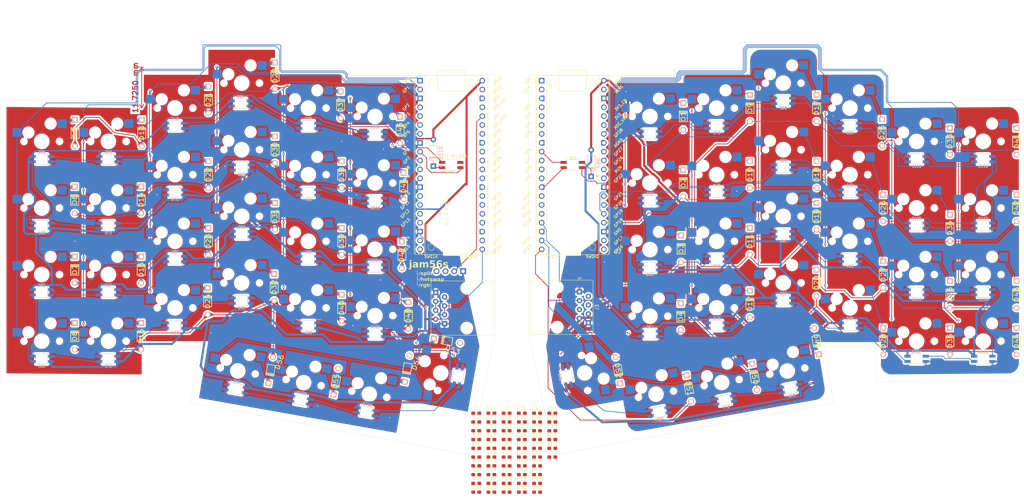
<source format=kicad_pcb>
(kicad_pcb (version 20240108) (generator "pcbnew") (generator_version "8.0")
  (layers (0 "F.Cu" signal) (31 "B.Cu" signal) (34 "B.Paste" user) (35 "F.Paste" user) (36 "B.SilkS" user "B.Silkscreen") (37 "F.SilkS" user "F.Silkscreen") (38 "B.Mask" user) (39 "F.Mask" user) (44 "Edge.Cuts" user))
  (net 0 "")
  (net 1 "Net-(D9-A)")
  (net 2 "Net-(D10-A)")
  (net 3 "Net-(D11-A)")
  (net 4 "Net-(D12-A)")
  (net 5 "Net-(D13-A)")
  (net 6 "Net-(D14-A)")
  (net 7 "Net-(D15-A)")
  (net 8 "Net-(D22-A)")
  (net 9 "Net-(D23-A)")
  (net 10 "Net-(D24-A)")
  (net 11 "Net-(D25-A)")
  (net 12 "Net-(D26-A)")
  (net 13 "Net-(D27-A)")
  (net 14 "MATRIX ROW 3")
  (net 15 "MATRIX ROW 2")
  (net 16 "MATRIX ROW 1")
  (net 17 "MATRIX ROW 0")
  (net 18 "GND")
  (net 19 "+5V")
  (net 20 "LED_DATA_R")
  (net 21 "MATRIX COL 0")
  (net 22 "MATRIX COL 6")
  (net 23 "MATRIX COL 5")
  (net 24 "MATRIX COL 1")
  (net 25 "MATRIX COL 2")
  (net 26 "MATRIX COL 4")
  (net 27 "+3V3")
  (net 28 "MATRIX COL 3")
  (net 29 "R_MATRIX ROW 0")
  (net 30 "R_MATRIX ROW 1")
  (net 31 "R_MATRIX ROW 2")
  (net 32 "R_MATRIX ROW 3")
  (net 33 "R_MATRIX COL 0")
  (net 34 "R_MATRIX COL 1")
  (net 35 "R_MATRIX COL 2")
  (net 36 "R_MATRIX COL 3")
  (net 37 "R_MATRIX COL 4")
  (net 38 "R_MATRIX COL 5")
  (net 39 "R_MATRIX COL 6")
  (net 40 "Net-(D81-DOUT)")
  (net 41 "Net-(D82-DOUT)")
  (net 42 "Net-(D83-DOUT)")
  (net 43 "Net-(D84-DOUT)")
  (net 44 "Net-(D107-DOUT)")
  (net 45 "LED_DATA_L")
  (net 46 "Net-(D28-A)")
  (net 47 "Net-(D29-A)")
  (net 48 "Net-(D30-A)")
  (net 49 "Net-(D31-A)")
  (net 50 "Net-(D32-A)")
  (net 51 "Net-(D33-A)")
  (net 52 "Net-(D34-A)")
  (net 53 "Net-(D35-A)")
  (net 54 "Net-(D36-A)")
  (net 55 "Net-(D37-A)")
  (net 56 "Net-(D38-A)")
  (net 57 "Net-(D39-A)")
  (net 58 "Net-(D40-A)")
  (net 59 "Net-(D41-A)")
  (net 60 "Net-(D42-A)")
  (net 61 "Net-(D43-A)")
  (net 62 "Net-(D44-A)")
  (net 63 "Net-(D45-A)")
  (net 64 "Net-(D46-A)")
  (net 65 "Net-(D47-A)")
  (net 66 "Net-(D48-A)")
  (net 67 "Net-(D49-A)")
  (net 68 "Net-(D50-A)")
  (net 69 "Net-(D51-A)")
  (net 70 "Net-(D52-A)")
  (net 71 "Net-(D53-A)")
  (net 72 "Net-(D54-A)")
  (net 73 "Net-(D56-A)")
  (net 74 "Net-(D57-K)")
  (net 75 "Net-(D59-DIN)")
  (net 76 "Net-(D60-DIN)")
  (net 77 "Net-(D61-DOUT)")
  (net 78 "Net-(D62-DIN)")
  (net 79 "Net-(D63-DOUT)")
  (net 80 "Net-(D64-DOUT)")
  (net 81 "Net-(D65-DIN)")
  (net 82 "Net-(D67-DIN)")
  (net 83 "Net-(D68-DOUT)")
  (net 84 "Net-(D69-DIN)")
  (net 85 "Net-(D70-DOUT)")
  (net 86 "Net-(D71-DIN)")
  (net 87 "Net-(D72-DOUT)")
  (net 88 "Net-(D73-DOUT)")
  (net 89 "Net-(D74-DOUT)")
  (net 90 "Net-(D75-DOUT)")
  (net 91 "Net-(D77-DOUT)")
  (net 92 "Net-(D78-DIN)")
  (net 93 "Net-(D79-DOUT)")
  (net 94 "Net-(D80-DIN)")
  (net 95 "Net-(D85-DIN)")
  (net 97 "Net-(D87-DIN)")
  (net 98 "Net-(D88-DOUT)")
  (net 99 "Net-(D89-DIN)")
  (net 101 "Net-(D101-DIN)")
  (net 102 "Net-(D102-DIN)")
  (net 103 "Net-(D103-DIN)")
  (net 104 "Net-(D104-DOUT)")
  (net 105 "Net-(D108-DOUT)")
  (net 106 "Net-(D101-DOUT)")
  (net 107 "Net-(D102-DOUT)")
  (net 108 "Net-(D103-DOUT)")
  (net 109 "Net-(D104-DIN)")
  (net 110 "Net-(D105-DIN)")
  (net 111 "Net-(D108-DIN)")
  (net 112 "Net-(D109-DIN)")
  (net 113 "Net-(D110-DOUT)")
  (net 114 "Net-(D112-DOUT)")
  (net 115 "Net-(D115-K)")
  (net 138 "Net-(C53-Pad2)")
  (net 142 "Link_L")
  (net 146 "Link_R")
  (net 162 "unconnected-(U2-GPIO7-Pad10)")
  (net 163 "Net-(D106-DOUT)")
  (net 164 "Net-(D105-DOUT)")
  (net 165 "Net-(D100-DIN)")
  (net 166 "Net-(D100-DOUT)")
  (net 168 "Net-(D60-DOUT)")
  (net 169 "Net-(D106-DIN)")
  (net 170 "Net-(D62-DOUT)")
  (net 171 "Net-(D90-DOUT)")
  (net 172 "Net-(D76-DIN)")
  (net 173 "Net-(D66-DOUT)")
  (net 174 "Net-(D65-DOUT)")
  (net 175 "Net-(D59-DOUT)")
  (net 176 "Net-(D58-DOUT)")
  (net 177 "Net-(D55-A)")
  (net 178 "Net-(D21-A)")
  (net 179 "Net-(D20-A)")
  (net 180 "Net-(D19-A)")
  (net 181 "Net-(D18-A)")
  (net 182 "Net-(D17-A)")
  (net 183 "Net-(D16-A)")
  (net 184 "Net-(D8-A)")
  (net 185 "Net-(D7-A)")
  (net 186 "Net-(D6-A)")
  (net 187 "Net-(D5-A)")
  (net 188 "Net-(D4-A)")
  (net 189 "Net-(D3-A)")
  (net 190 "Net-(D2-A)")
  (net 191 "Net-(D1-A)")
  (footprint "Keebio:Diode" (layer "F.Cu") (at 112.6384 163.9521 -100)
    (property "Reference" "D55")
    (property "Value" "D" (hide yes))
  )
  (footprint "Capacitor_SMD:C_0603_1608Metric_Pad1.08x0.95mm_HandSolder" (layer "F.Cu") (at 152.7375 175.52)
    (property "Reference" "C2")
    (property "Value" "C")
  )
  (footprint "Keebio:Diode" (layer "F.Cu") (at 250.03125 85.725 90)
    (property "Reference" "D17")
    (property "Value" "D" (hide yes))
  )
  (footprint "Keebio:Diode" (layer "F.Cu") (at 76.2 104.775 90)
    (property "Reference" "D22")
    (property "Value" "D" (hide yes))
  )
  (footprint "Capacitor_SMD:C_0603_1608Metric_Pad1.08x0.95mm_HandSolder" (layer "F.Cu") (at 157.0875 180.54)
    (property "Reference" "C14")
    (property "Value" "C")
  )
  (footprint "Capacitor_SMD:C_0603_1608Metric_Pad1.08x0.95mm_HandSolder" (layer "F.Cu") (at 170.1375 173.01)
    (property "Reference" "C41")
    (property "Value" "C")
  )
  (footprint "Capacitor_SMD:C_0603_1608Metric_Pad1.08x0.95mm_HandSolder" (layer "F.Cu") (at 152.7375 190.58)
    (property "Reference" "C8")
    (property "Value" "C")
  )
  (footprint "Capacitor_SMD:C_0603_1608Metric_Pad1.08x0.95mm_HandSolder" (layer "F.Cu") (at 157.0875 185.56)
    (property "Reference" "C16")
    (property "Value" "C")
  )
  (footprint "Capacitor_SMD:C_0603_1608Metric_Pad1.08x0.95mm_HandSolder" (layer "F.Cu") (at 161.4375 185.56)
    (property "Reference" "C26")
    (property "Value" "C")
  )
  (footprint "Capacitor_SMD:C_0603_1608Metric_Pad1.08x0.95mm_HandSolder" (layer "F.Cu") (at 152.7375 188.07)
    (property "Reference" "C7")
    (property "Value" "C")
  )
  (footprint "Keebio:Diode" (layer "F.Cu") (at 288.13125 120.015 90)
    (property "Reference" "D34")
    (property "Value" "D" (hide yes))
  )
  (footprint "Keebio:Diode" (layer "F.Cu") (at 230.98125 141.775 90)
    (property "Reference" "D12")
    (property "Value" "D" (hide yes))
  )
  (footprint "Capacitor_SMD:C_0603_1608Metric_Pad1.08x0.95mm_HandSolder" (layer "F.Cu") (at 157.0875 190.58)
    (property "Reference" "C18")
    (property "Value" "C")
  )
  (footprint "Keebio:Diode" (layer "F.Cu") (at 76.2 123.825 90)
    (property "Reference" "D23")
    (property "Value" "D" (hide yes))
  )
  (footprint "Keebio:Diode" (layer "F.Cu") (at 57 112 90)
    (property "Reference" "D14")
    (property "Value" "D" (hide yes))
  )
  (footprint "Keebio:Diode" (layer "F.Cu") (at 38 132 90)
    (property "Reference" "D7")
    (property "Value" "D" (hide yes))
  )
  (footprint "Capacitor_SMD:C_0603_1608Metric_Pad1.08x0.95mm_HandSolder" (layer "F.Cu") (at 152.7375 178.03)
    (property "Reference" "C3")
    (property "Value" "C")
  )
  (footprint "Capacitor_SMD:C_0603_1608Metric_Pad1.08x0.95mm_HandSolder" (layer "F.Cu") (at 157.0875 193.09)
    (property "Reference" "C19")
    (property "Value" "C")
  )
  (footprint "Keebio:Diode" (layer "F.Cu") (at 288.13125 152.4 90)
    (property "Reference" "D36")
    (property "Value" "D" (hide yes))
  )
  (footprint "Capacitor_SMD:C_0603_1608Metric_Pad1.08x0.95mm_HandSolder" (layer "F.Cu") (at 152.7375 173.01)
    (property "Reference" "C1")
    (property "Value" "C")
  )
  (footprint "Capacitor_SMD:C_0603_1608Metric_Pad1.08x0.95mm_HandSolder" (layer "F.Cu") (at 152.7375 195.6)
    (property "Reference" "C10")
    (property "Value" "C")
  )
  (footprint "Keebio:Diode" (layer "F.Cu") (at 268.75 92.75 90)
    (property "Reference" "D25")
    (property "Value" "D" (hide yes))
  )
  (footprint "Module_RaspberryPi_Pico:RaspberryPi_Pico_Common_THT" (layer "F.Cu") (at 180.34 102)
    (property "Reference" "U2")
    (property "Value" "Pico")
  )
  (footprint "Capacitor_SMD:C_0603_1608Metric_Pad1.08x0.95mm_HandSolder" (layer "F.Cu") (at 152.7375 185.56)
    (property "Reference" "C6")
    (property "Value" "C")
  )
  (footprint "Keebio:Diode" (layer "F.Cu") (at 211.93125 107.15625 90)
    (property "Reference" "D2")
    (property "Value" "D" (hide yes))
  )
  (footprint "Keebio:Diode" (layer "F.Cu") (at 114 84.81 90)
    (property "Reference" "D37")
    (property "Value" "D" (hide yes))
  )
  (footprint "Capacitor_SMD:C_0603_1608Metric_Pad1.08x0.95mm_HandSolder" (layer "F.Cu") (at 165.7875 193.09)
    (property "Reference" "C39")
    (property "Value" "C")
  )
  (footprint "Keebio:Diode" (layer "F.Cu") (at 38 151 90)
    (property "Reference" "D8")
    (property "Value" "D" (hide yes))
  )
  (footprint "Keebio:Diode" (layer "F.Cu") (at 269.08125 133.35 90)
    (property "Reference" "D27")
    (property "Value" "D" (hide yes))
  )
  (footprint "Capacitor_SMD:C_0603_1608Metric_Pad1.08x0.95mm_HandSolder" (layer "F.Cu") (at 174.4875 175.52)
    (property "Reference" "C52")
    (property "Value" "C")
  )
  (footprint "Keebio:Diode" (layer "F.Cu") (at 230.98125 123.825 90)
    (property "Reference" "D11")
    (property "Value" "D" (hide yes))
  )
  (footprint "Capacitor_SMD:C_0603_1608Metric_Pad1.08x0.95mm_HandSolder" (layer "F.Cu") (at 152.7375 193.09)
    (property "Reference" "C9")
    (property "Value" "C")
  )
  (footprint "Capacitor_SMD:C_0603_1608Metric_Pad1.08x0.95mm_HandSolder" (layer "F.Cu") (at 157.0875 175.52)
    (property "Reference" "C12")
    (property "Value" "C")
  )
  (footprint "Keebio:Diode" (layer "F.Cu") (at 133.35 145.1063 90)
    (property "Reference" "D48")
    (property "Value" "D" (hide yes))
  )
  (footprint "Capacitor_SMD:C_0603_1608Metric_Pad1.08x0.95mm_HandSolder" (layer "F.Cu") (at 174.4875 180.54)
    (property "Reference" "C54")
    (property "Value" "C")
  )
  (footprint "Keebio:Diode" (layer "F.Cu") (at 288.13125 95.25 90)
    (property "Reference" "D33")
    (property "Value" "D" (hide yes))
  )
  (footprint "Capacitor_SMD:C_0603_1608Metric_Pad1.08x0.95mm_HandSolder" (layer "F.Cu") (at 165.7875 173.01)
    (property "Reference" "C31")
    (property "Value" "C")
  )
  (footprint "Keebio:Diode" (layer "F.Cu") (at 114.3 104.775 90)
    (property "Reference" "D38")
    (property "Value" "D" (hide yes))
  )
  (footprint "Capacitor_SMD:C_0603_1608Metric_Pad1.08x0.95mm_HandSolder" (layer "F.Cu") (at 165.7875 190.58)
    (property "Reference" "C38")
    (property "Value" "C")
  )
  (footprint "Keebio:Diode" (layer "F.Cu") (at 38 112 90)
    (property "Reference" "D6")
    (property "Value" "D" (hide yes))
  )
  (footprint "Keebio:Diode" (layer "F.Cu") (at 230.98125 85.725 90)
    (property "Reference" "D9")
    (property "Value" "D" (hide yes))
  )
  (footprint "Keebio:Diode" (layer "F.Cu") (at 95.25 97.6312 90)
    (property "Reference" "D30")
    (property "Value" "D" (hide yes))
  )
  (footprint "Connector_RJ:RJ45_Amphenol_54602-x08_Horizontal" (layer "F.Cu") (at 143.7 147.3825 90)
    (property "Reference" "J2")
    (property "Value" "RJ45")
  )
  (footprint "Keebio:Diode" (layer "F.Cu") (at 57 132 90)
    (property "Reference" "D15")
    (property "Value" "D" (hide yes))
  )
  (footprint "Capacitor_SMD:C_0603_1608Metric_Pad1.08x0.95mm_HandSolder" (layer "F.Cu") (at 170.1375 190.58)
    (property "Reference" "C48")
    (property "Value" "C")
  )
  (footprint "Capacitor_SMD:C_0603_1608Metric_Pad1.08x0.95mm_HandSolder" (layer "F.Cu") (at 165.7875 183.05)
    (property "Reference" "C35")
    (property "Value" "C")
  )
  (footprint "Keebio:Diode" (layer "F.Cu") (at 95 137 90)
    (property "Reference" "D32")
    (property "Value" "D" (hide yes))
  )
  (footprint "Connector_RJ:RJ45_Amphenol_54602-x08_Horizontal" (layer "F.Cu") (at 182.25 138.270001 -90)
    (property "Reference" "J3")
    (property "Value" "RJ45")
  )
  (footprint "Capacitor_SMD:C_0603_1608Metric_Pad1.08x0.95mm_HandSolder" (layer "F.Cu") (at 165.7875 185.56)
    (property "Reference" "C36")
    (property "Value" "C")
  )
  (footprint "Capacitor_SMD:C_0603_1608Metric_Pad1.08x0.95mm_HandSolder" (layer "F.Cu") (at 170.1375 195.6)
    (property "Reference" "C50")
    (property "Value" "C")
  )
  (footprint "Keebio:Diode" (layer "F.Cu") (at 269.08125 152.4 90)
    (property "Reference" "D28")
    (property "Value" "D" (hide yes))
  )
  (footprint "Capacitor_SMD:C_0603_1608Metric_Pad1.08x0.95mm_HandSolder" (layer "F.Cu") (at 165.7875 180.54)
    (property "Reference" "C34")
    (property "Value" "C")
  )
  (footprint "Keebio:Diode" (layer "F.Cu") (at 133.0384 160.2521 -100)
    (property "Reference" "D54")
    (property "Value" "D" (hide yes))
  )
  (footprint "Keebio:Diode" (layer "F.Cu") (at 250.03125 116.68125 90)
    (property "Reference" "D19")
    (property "Value" "D" (hide yes))
  )
  (footprint "Capacitor_SMD:C_0603_1608Metric_Pad1.08x0.95mm_HandSolder" (layer "F.Cu") (at 174.4875 173.01)
    (property "Reference" "C51")
    (property "Value" "C")
  )
  (footprint "Keebio:Diode" (layer "F.Cu") (at 95.25 76.4828 90)
    (property "Reference" "D29")
    (property "Value" "D" (hide yes))
  )
  (footprint "Keebio:Diode" (layer "F.Cu") (at 307.18125 114.3 90)
    (property "Reference" "D42")
    (property "Value" "D" (hide yes))
  )
  (footprint "Capacitor_SMD:C_0603_1608Metric_Pad1.08x0.95mm_HandSolder" (layer "F.Cu") (at 157.0875 195.6)
    (property "Reference" "C20")
    (property "Value" "C")
  )
  (footprint "Capacitor_SMD:C_0603_1608Metric_Pad1.08x0.95mm_HandSolder" (layer "F.Cu") (at 161.4375 173.01)
    (property "Reference" "C21")
    (property "Value" "C")
  )
  (footprint "Keebio:Diode" (layer "F.Cu") (at 307.18125 139.065 90)
    (property "Reference" "D43")
    (property "Value" "D" (hide yes))
  )
  (footprint "Keebio:Diode" (layer "F.Cu") (at 57.15 92.8687 90)
    (property "Reference" "D13")
    (property "Value" "D" (hide yes))
  )
  (footprint "Capacitor_SMD:C_0603_1608Metric_Pad1.08x0.95mm_HandSolder" (layer "F.Cu") (at 157.0875 183.05)
    (property "Reference" "C15")
    (property "Value" "C")
  )
  (footprint "Capacitor_SMD:C_0603_1608Metric_Pad1.08x0.95mm_HandSolder" (layer "F.Cu") (at 170.1375 183.05)
    (property "Reference" "C45")
    (property "Value" "C")
  )
  (footprint "Keebio:Diode" (layer "F.Cu") (at 307.18125 152.4 90)
    (property "Reference" "D44")
    (property "Value" "D" (hide yes))
  )
  (footprint "Capacitor_SMD:C_0603_1608Metric_Pad1.08x0.95mm_HandSolder" (layer "F.Cu") (at 161.4375 190.58)
    (property "Reference" "C28")
    (property "Value" "C")
  )
  (footprint "Capacitor_SMD:C_0603_1608Metric_Pad1.08x0.95mm_HandSolder" (layer "F.Cu") (at 170.1375 188.07)
    (property "Reference" "C47")
    (property "Value" "C")
  )
  (footprint "Keebio:Diode" (layer "F.Cu") (at 250.03125 152.4 -80)
    (property "Reference" "D49")
    (property "Value" "D" (hide yes))
  )
  (footprint "Capacitor_SMD:C_0603_1608Metric_Pad1.08x0.95mm_HandSolder" (layer "F.Cu") (at 161.4375 193.09)
    (property "Reference" "C29")
    (property "Value" "C")
  )
  (footprint "Keebio:Diode" (layer "F.Cu") (at 269.08125 114.3 90)
    (property "Reference" "D26")
    (property "Value" "D" (hide yes))
  )
  (footprint "Capacitor_SMD:C_0603_1608Metric_Pad1.08x0.95mm_HandSolder" (layer "F.Cu") (at 161.4375 178.03)
    (property "Reference" "C23")
    (property "Value" "C")
  )
  (footprint "Capacitor_SMD:C_0603_1608Metric_Pad1.08x0.95mm_HandSolder" (layer "F.Cu") (at 157.0875 188.07)
    (property "Reference" "C17")
    (property "Value" "C")
  )
  (footprint "Capacitor_SMD:C_0603_1608Metric_Pad1.08x0.95mm_HandSolder" (layer "F.Cu") (at 174.4875 183.05)
    (property "Reference" "C55")
    (property "Value" "C")
  )
  (footprint "Capacitor_SMD:C_0603_1608Metric_Pad1.08x0.95mm_HandSolder" (layer "F.Cu") (at 174.4875 185.56)
    (property "Reference" "C56")
    (property "Value" "C")
  )
  (footprint "cheyao:SK6812MINI-E" (layer "F.Cu") (at 180.34 102 180)
    (property "Reference" "D58")
    (property "Value" "SK6812MINI" (hide yes))
    (fp_line (start 1.7 1.5) (end -1.7 1.5) (stroke (width 0.12)) (layer "Edge.Cuts"))
    (fp_line (start 1.7 -1.5) (end 1.7 1.5) (stroke (width 0.12)) (layer "Edge.Cuts"))
    (fp_line (start -1.7 1.5) (end -1.7 -1.5) (stroke (width 0.12)) (layer "Edge.Cuts"))
    (fp_line (start -1.7 -1.5) (end 1.7 -1.5) (stroke (width 0.12)) (layer "Edge.Cuts"))
  )
  (footprint "Keebio:Diode" (layer "F.Cu") (at 38.1 92.8687 90)
    (property "Reference" "D5")
    (property "Value" "D" (hide yes))
  )
  (footprint "Keebio:Diode" (layer "F.Cu") (at 250.03125 135.73125 90)
    (property "Reference" "D20")
    (property "Value" "D" (hide yes))
  )
  (footprint "Capacitor_SMD:C_0603_1608Metric_Pad1.08x0.95mm_HandSolder" (layer "F.Cu") (at 161.4375 188.07)
    (property "Reference" "C27")
    (property "Value" "C")
  )
  (footprint "Keebio:Diode" (layer "F.Cu") (at 288.13125 139.065 90)
    (property "Reference" "D35")
    (property "Value" "D" (hide yes))
  )
  (footprint "Capacitor_SMD:C_0603_1608Metric_Pad1.08x0.95mm_HandSolder" (layer "F.Cu") (at 170.1375 180.54)
    (property "Reference" "C44")
    (property "Value" "C")
  )
  (footprint "Keebio:Diode" (layer "F.Cu") (at 132 108 90)
    (property "Reference" "D46")
    (property "Value" "D" (hide yes))
  )
  (footprint "Keebio:Diode" (layer "F.Cu") (at 211.2 145.41 90)
    (property "Reference" "D4")
    (property "Value" "D" (hide yes))
  )
  (footprint "Capacitor_SMD:C_0603_1608Metric_Pad1.08x0.95mm_HandSolder" (layer "F.Cu") (at 161.4375 183.05)
    (property "Reference" "C25")
    (property "Value" "C")
  )
  (footprint "Capacitor_SMD:C_0603_1608Metric_Pad1.08x0.95mm_HandSolder" (layer "F.Cu") (at 165.7875 175.52)
    (property "Reference" "C32")
    (property "Value" "C")
  )
  (footprint "Keebio:Diode" (layer "F.Cu") (at 76 141 90)
    (property "Reference" "D24")
    (property "Value" "D" (hide yes))
  )
  (footprint "Capacitor_SMD:C_0603_1608Metric_Pad1.08x0.95mm_HandSolder" (layer "F.Cu") (at 161.4375 180.54)
    (property "Reference" "C24")
    (property "Value" "C")
  )
  (footprint "Capacitor_SMD:C_0603_1608Metric_Pad1.08x0.95mm_HandSolder" (layer "F.Cu") (at 165.7875 178.03)
    (property "Reference" "C33")
    (property "Value" "C")
  )
  (footprint "Keebio:Diode" (layer "F.Cu") (at 211.3 125.99 90)
    (property "Reference" "D3")
    (property "Value" "D" (hide yes))
  )
  (footprint "Capacitor_SMD:C_0603_1608Metric_Pad1.08x0.95mm_HandSolder" (layer "F.Cu") (at 161.4375 175.52)
    (property "Reference" "C22")
    (property "Value" "C")
  )
  (footprint "Capacitor_SMD:C_0603_1608Metric_Pad1.08x0.95mm_HandSolder" (layer "F.Cu") (at 157.0875 173.01)
    (property "Reference" "C11")
    (property "Value" "C")
  )
  (footprint "Capacitor_SMD:C_0603_1608Metric_Pad1.08x0.95mm_HandSolder" (layer "F.Cu") (at 170.1375 178.03)
    (property "Reference" "C43")
    (property "Value" "C")
  )
  (footprint "Keebio:Diode" (layer "F.Cu") (at 131.5 127.69 90)
    (property "Reference" "D47")
    (property "Value" "D" (hide yes))
  )
  (footprint "Keebio:Diode" (layer "F.Cu") (at 230.98125 104.775 90)
    (property "Reference" "D10")
    (property "Value" "D" (hide yes))
  )
  (footprint "Capacitor_SMD:C_0603_1608Metric_Pad1.08x0.95mm_HandSolder" (layer "F.Cu") (at 165.7875 188.07)
    (property "Reference" "C37")
    (property "Value" "C")
  )
  (footprint "Capacitor_SMD:C_0603_1608Metric_Pad1.08x0.95mm_HandSolder" (layer "F.Cu") (at 174.4875 178.03)
    (property "Reference" "C53")
    (property "Value" "C")
  )
  (footprint "Capacitor_SMD:C_0603_1608Metric_Pad1.08x0.95mm_HandSolder" (layer "F.Cu") (at 152.7375 180.54)
    (property "Reference" "C4")
    (property "Value" "C")
  )
  (footprint "Capacitor_SMD:C_0603_1608Metric_Pad1.08x0.95mm_HandSolder" (layer "F.Cu") (at 165.7875 195.6)
    (property "Reference" "C40")
    (property "Value" "C")
  )
  (footprint "Keebio:Diode" (layer "F.Cu") (at 307.18125 95.25 90)
    (property "Reference" "D41")
    (property "Value" "D" (hide yes))
  )
  (footprint "Keebio:Diode" (layer "F.Cu") (at 213.51593 165.918298 100)
    (property "Reference" "D51")
    (property "Value" "D" (hide yes))
  )
  (footprint "Keebio:Diode" (layer "F.Cu") (at 114.3 142.875 90)
    (property "Reference" "D40")
    (property "Value" "D" (hide yes))
  )
  (footprint "Capacitor_SMD:C_0603_1608Metric_Pad1.08x0.95mm_HandSolder" (layer "F.Cu") (at 152.7375 183.05)
    (property "Reference" "C5")
    (property "Value" "C")
  )
  (footprint "Keebio:Diode" (layer "F.Cu") (at 232.276518 162.6103 100)
    (property "Reference" "D50")
    (property "Value" "D" (hide yes))
  )
  (footprint "cheyao:SK6812MINI-E" (layer "F.Cu") (at 145.6 102)
    (property "Reference" "D116")
    (property "Value" "SK6812MINI" (hide yes))
    (fp_line (start -1.7 -1.5) (end 1.7 -1.5) (stroke (width 0.12)) (layer "Edge.Cuts"))
    (fp_line (start -1.7 1.5) (end -1.7 -1.5) (stroke (width 0.12)) (layer "Edge.Cuts"))
    (fp_line (start 1.7 -1.5) (end 1.7 1.5) (stroke (width 0.12)) (layer "Edge.Cuts"))
    (fp_line (start 1.7 1.5) (end -1.7 1.5) (stroke (width 0.12)) (layer "Edge.Cuts"))
  )
  (footprint "Capacitor_SMD:C_0603_1608Metric_Pad1.08x0.95mm_HandSolder" (layer "F.Cu") (at 170.1375 175.52)
    (property "Reference" "C42")
    (property "Value" "C")
  )
  (footprint "Module_RaspberryPi_Pico:RaspberryPi_Pico_Common_THT" (layer "F.Cu") (at 145.6 102)
    (property "Reference" "U1")
    (property "Value" "Pico")
  )
  (footprint "Keebio:Diode" (layer "F.Cu") (at 57 151 90)
    (property "Reference" "D16")
    (property "Value" "D" (hide yes))
  )
  (footprint "Capacitor_SMD:C_0603_1608Metric_Pad1.08x0.95mm_HandSolder" (layer "F.Cu") (at 161.4375 195.6)
    (property "Reference" "C30")
    (property "Value" "C")
  )
  (footprint "Keebio:Diode" (layer "F.Cu") (at 144.4 152.3 170)
    (property "Reference" "D53")
    (property "Value" "D" (hide yes))
  )
  (footprint "Keebio:Diode" (layer "F.Cu") (at 250.03125 104.775 90)
    (property "Reference" "D18")
    (property "Value" "D" (hide yes))
  )
  (footprint "Keebio:Diode" (layer "F.Cu") (at 114.3 123.825 90)
    (property "Reference" "D39")
    (property "Value" "D" (hide yes))
  )
  (footprint "Capacitor_SMD:C_0603_1608Metric_Pad1.08x0.95mm_HandSolder" (layer "F.Cu") (at 157.0875 178.03)
    (property "Reference" "C13")
    (property "Value" "C")
  )
  (footprint "Keebio:Diode" (layer "F.Cu") (at 211.93125 88.10625 90)
    (property "Reference" "D1")
    (property "Value" "D" (hide yes))
  )
  (footprint "Capacitor_SMD:C_0603_1608Metric_Pad1.08x0.95mm_HandSolder" (layer "F.Cu") (at 170.1375 185.56)
    (property "Reference" "C46")
    (property "Value" "C")
  )
  (footprint "Keebio:Diode" (layer "F.Cu") (at 76.2 83.3437 90)
    (property "Reference" "D21")
    (property "Value" "D" (hide yes))
  )
  (footprint "Keebio:Diode" (layer "F.Cu") (at 94 160.7 -100)
    (property "Reference" "D56")
    (property "Value" "D" (hide yes))
  )
  (footprint "Keebio:Diode" (layer "F.Cu") (at 131 92 90)
    (property "Reference" "D45")
    (property "Value" "D" (hide yes))
  )
  (footprint "Capacitor_SMD:C_0603_1608Metric_Pad1.08x0.95mm_HandSolder" (layer "F.Cu") (at 170.1375 193.09)
    (property "Reference" "C49")
    (property "Value" "C")
  )
  (footprint "ScottoKeebs_Components:OLED_128x32" (layer "F.Cu") (at 139.2 134 90)
    (property "Reference" "J1" (hide yes))
    (property "Value" "OLED_128x32")
  )
  (footprint "Keebio:Diode" (layer "F.Cu") (at 95.25 116.6812 90)
    (property "Reference" "D31")
    (property "Value" "D" (hide yes))
  )
  (footprint "Keebio:Diode" (layer "F.Cu") (at 193.25 160.75 -80)
    (property "Reference" "D52")
    (property "Value" "D" (hide yes))
  )
  (footprint "cheyao:SK6812MINI-E" (layer "B.Cu") (at 221.45625 109.835)
    (property "Reference" "D74")
    (property "Value" "SK6812MINI" (hide yes))
    (fp_line (start -1.7 -1.5) (end 1.7 -1.5) (stroke (width 0.12)) (layer "Edge.Cuts"))
    (fp_line (start -1.7 1.5) (end -1.7 -1.5) (stroke (width 0.12)) (layer "Edge.Cuts"))
    (fp_line (start 1.7 -1.5) (end 1.7 1.5) (stroke (width 0.12)) (layer "Edge.Cuts"))
    (fp_line (start 1.7 1.5) (end -1.7 1.5) (stroke (width 0.12)) (layer "Edge.Cuts"))
  )
  (footprint "MX_Hotswap:MX-Hotswap-1U" (layer "B.Cu") (at 222.896224 164.264299 -170)
    (property "Reference" "S50")
    (property "Value" "SW_Push_45deg")
  )
  (footprint "MX_Hotswap:MX-Hotswap-1U" (layer "B.Cu") (at 47.625 114.3 180)
    (property "Reference" "S14")
    (property "Value" "SW_Push_45deg")
  )
  (footprint "cheyao:SK6812MINI-E" (layer "B.Cu") (at 240.50625 121.74125 180)
    (property "Reference" "D84")
    (property "Value" "SK6812MINI" (hide yes))
    (fp_line (start 1.7 1.5) (end -1.7 1.5) (stroke (width 0.12)) (layer "Edge.Cuts"))
    (fp_line (start 1.7 -1.5) (end 1.7 1.5) (stroke (width 0.12)) (layer "Edge.Cuts"))
    (fp_line (start -1.7 1.5) (end -1.7 -1.5) (stroke (width 0.12)) (layer "Edge.Cuts"))
    (fp_line (start -1.7 -1.5) (end 1.7 -1.5) (stroke (width 0.12)) (layer "Edge.Cuts"))
  )
  (footprint "cheyao:SK6812MINI-E" (layer "B.Cu") (at 28.575 138.43)
    (property "Reference" "D62")
    (property "Value" "SK6812MINI" (hide yes))
    (fp_line (start -1.7 -1.5) (end 1.7 -1.5) (stroke (width 0.12)) (layer "Edge.Cuts"))
    (fp_line (start -1.7 1.5) (end -1.7 -1.5) (stroke (width 0.12)) (layer "Edge.Cuts"))
    (fp_line (start 1.7 -1.5) (end 1.7 1.5) (stroke (width 0.12)) (layer "Edge.Cuts"))
    (fp_line (start 1.7 1.5) (end -1.7 1.5) (stroke (width 0.12)) (layer "Edge.Cuts"))
  )
  (footprint "cheyao:SK6812MINI-E" (layer "B.Cu") (at 202.40625 131.26625 180)
    (property "Reference" "D66")
    (property "Value" "SK6812MINI" (hide yes))
    (fp_line (start 1.7 1.5) (end -1.7 1.5) (stroke (width 0.12)) (layer "Edge.Cuts"))
    (fp_line (start 1.7 -1.5) (end 1.7 1.5) (stroke (width 0.12)) (layer "Edge.Cuts"))
    (fp_line (start -1.7 1.5) (end -1.7 -1.5) (stroke (width 0.12)) (layer "Edge.Cuts"))
    (fp_line (start -1.7 -1.5) (end 1.7 -1.5) (stroke (width 0.12)) (layer "Edge.Cuts"))
  )
  (footprint "cheyao:SK6812MINI-E" (layer "B.Cu") (at 104.775 109.855 180)
    (property "Reference" "D97")
    (property "Value" "SK6812MINI" (hide yes))
    (fp_line (start 1.7 1.5) (end -1.7 1.5) (stroke (width 0.12)) (layer "Edge.Cuts"))
    (fp_line (start 1.7 -1.5) (end 1.7 1.5) (stroke (width 0.12)) (layer "Edge.Cuts"))
    (fp_line (start -1.7 1.5) (end -1.7 -1.5) (stroke (width 0.12)) (layer "Edge.Cuts"))
    (fp_line (start -1.7 -1.5) (end 1.7 -1.5) (stroke (width 0.12)) (layer "Edge.Cuts"))
  )
  (footprint "MX_Hotswap:MX-Hotswap-1U" (layer "B.Cu") (at 202.40625 88.10625 180)
    (property "Reference" "S1")
    (property "Value" "SW_Push_45deg")
  )
  (footprint "MX_Hotswap:MX-Hotswap-1U" (layer "B.Cu") (at 66.675 104.775 180)
    (property "Reference" "S22")
    (property "Value" "SW_Push_45deg")
  )
  (footprint "MX_Hotswap:MX-Hotswap-1U" (layer "B.Cu") (at 221.45625 85.725 180)
    (property "Reference" "S9")
    (property "Value" "SW_Push_45deg")
  )
  (footprint "cheyao:SK6812MINI-E" (layer "B.Cu") (at 205.017736 172.575097 -170)
    (property "Reference" "D68")
    (property "Value" "SK6812MINI" (hide yes))
    (fp_line (start 1.7 1.5) (end -1.7 1.5) (stroke (width 0.12)) (layer "Edge.Cuts"))
    (fp_line (start 1.7 -1.5) (end 1.7 1.5) (stroke (width 0.12)) (layer "Edge.Cuts"))
    (fp_line (start -1.7 1.5) (end -1.7 -1.5) (stroke (width 0.12)) (layer "Edge.Cuts"))
    (fp_line (start -1.7 -1.5) (end 1.7 -1.5) (stroke (width 0.12)) (layer "Edge.Cuts"))
  )
  (footprint "MX_Hotswap:MX-Hotswap-1U" (layer "B.Cu") (at 104.775 142.875 180)
    (property "Reference" "S40")
    (property "Value" "SW_Push_45deg")
  )
  (footprint "MX_Hotswap:MX-Hotswap-1U" (layer "B.Cu") (at 47.625 133.35 180)
    (property "Reference" "S15")
    (property "Value" "SW_Push_45deg")
  )
  (footprint "cheyao:SK6812MINI-E" (layer "B.Cu") (at 278.60625 138.41 180)
    (property "Reference" "D103")
    (property "Value" "SK6812MINI" (hide yes))
    (fp_line (start 1.7 1.5) (end -1.7 1.5) (stroke (width 0.12)) (layer "Edge.Cuts"))
    (fp_line (start 1.7 -1.5) (end 1.7 1.5) (stroke (width 0.12)) (layer "Edge.Cuts"))
    (fp_line (start -1.7 1.5) (end -1.7 -1.5) (stroke (width 0.12)) (layer "Edge.Cuts"))
    (fp_line (start -1.7 -1.5) (end 1.7 -1.5) (stroke (width 0.12)) (layer "Edge.Cuts"))
  )
  (footprint "MX_Hotswap:MX-Hotswap-1U" (layer "B.Cu") (at 85.725 135.7312 180)
    (property "Reference" "S32")
    (property "Value" "SW_Push_45deg")
  )
  (footprint "MX_Hotswap:MX-Hotswap-1U" (layer "B.Cu") (at 297.65625 95.25 180)
    (property "Reference" "S41")
    (property "Value" "SW_Push_45deg")
  )
  (footprint "MX_Hotswap:MX-Hotswap-1U" (layer "B.Cu") (at 204.135636 167.572297 -170)
    (property "Reference" "S51")
    (property "Value" "SW_Push_45deg")
  )
  (footprint "cheyao:SK6812MINI-E" (layer "B.Cu") (at 121.3033 172.5751 -10)
    (property "Reference" "D109")
    (property "Value" "SK6812MINI" (hide yes))
    (fp_line (start -1.7 1.5) (end -1.7 -1.5) (stroke (width 0.12)) (layer "Edge.Cuts"))
    (fp_line (start -1.7 -1.5) (end 1.7 -1.5) (stroke (width 0.12)) (layer "Edge.Cuts"))
    (fp_line (start 1.7 1.5) (end -1.7 1.5) (stroke (width 0.12)) (layer "Edge.Cuts"))
    (fp_line (start 1.7 -1.5) (end 1.7 1.5) (stroke (width 0.12)) (layer "Edge.Cuts"))
  )
  (footprint "cheyao:SK6812MINI-E" (layer "B.Cu") (at 240.50625 102.69125)
    (property "Reference" "D83")
    (property "Value" "SK6812MINI" (hide yes))
    (fp_line (start -1.7 -1.5) (end 1.7 -1.5) (stroke (width 0.12)) (layer "Edge.Cuts"))
    (fp_line (start -1.7 1.5) (end -1.7 -1.5) (stroke (width 0.12)) (layer "Edge.Cuts"))
    (fp_line (start 1.7 -1.5) (end 1.7 1.5) (stroke (width 0.12)) (layer "Edge.Cuts"))
    (fp_line (start 1.7 1.5) (end -1.7 1.5) (stroke (width 0.12)) (layer "Edge.Cuts"))
  )
  (footprint "MX_Hotswap:MX-Hotswap-1U" (layer "B.Cu") (at 28.575 152.4 180)
    (property "Reference" "S8")
    (property "Value" "SW_Push_45deg")
  )
  (footprint "cheyao:SK6812MINI-E" (layer "B.Cu") (at 202.40625 93.16625 180)
    (property "Reference" "D64" (hide yes))
    (property "Value" "SK6812MINI" (hide yes))
    (fp_line (start 1.7 1.5) (end -1.7 1.5) (stroke (width 0.12)) (layer "Edge.Cuts"))
    (fp_line (start 1.7 -1.5) (end 1.7 1.5) (stroke (width 0.12)) (layer "Edge.Cuts"))
    (fp_line (start -1.7 1.5) (end -1.7 -1.5) (stroke (width 0.12)) (layer "Edge.Cuts"))
    (fp_line (start -1.7 -1.5) (end 1.7 -1.5) (stroke (width 0.12)) (layer "Edge.Cuts"))
  )
  (footprint "MX_Hotswap:MX-Hotswap-1U" (layer "B.Cu") (at 259.55625 123.825 180)
    (property "Reference" "S27")
    (property "Value" "SW_Push_45deg")
  )
  (footprint "cheyao:SK6812MINI-E" (layer "B.Cu") (at 85.4312 84.4112)
    (property "Reference" "D87")
    (property "Value" "SK6812MINI" (hide yes))
    (fp_line (start -1.7 -1.5) (end 1.7 -1.5) (stroke (width 0.12)) (layer "Edge.Cuts"))
    (fp_line (start -1.7 1.5) (end -1.7 -1.5) (stroke (width 0.12)) (layer "Edge.Cuts"))
    (fp_line (start 1.7 -1.5) (end 1.7 1.5) (stroke (width 0.12)) (layer "Edge.Cuts"))
    (fp_line (start 1.7 1.5) (end -1.7 1.5) (stroke (width 0.12)) (layer "Edge.Cuts"))
  )
  (footprint "Keebio:SK6812-MINI-E" (layer "B.Cu") (at 84 166 -10)
    (property "Reference" "D91")
    (property "Value" "SK6812MINI" (hide yes))
    (fp_line (start -1.9 1.3) (end -1.9 -1.3) (stroke (width 0.12)) (layer "Edge.Cuts"))
    (fp_line (start -1.7 -1.500004) (end 1.699998 -1.5) (stroke (width 0.12)) (layer "Edge.Cuts"))
    (fp_line (start 1.7 1.500004) (end -1.699998 1.5) (stroke (width 0.12)) (layer "Edge.Cuts"))
    (fp_line (start 1.9 -1.3) (end 1.9 1.3) (stroke (width 0.12)) (layer "Edge.Cuts"))
    (fp_arc (start -1.699998 1.5) (mid -1.841421 1.441423) (end -1.9 1.3) (stroke (width 0.12)) (layer "Edge.Cuts"))
    (fp_arc (start -1.9 -1.3) (mid -1.841421 -1.441422) (end -1.7 -1.500004) (stroke (width 0.12)) (layer "Edge.Cuts"))
    (fp_arc (start 1.9 1.3) (mid 1.841421 1.441421) (end 1.7 1.500004) (stroke (width 0.12)) (layer "Edge.Cuts"))
    (fp_arc (start 1.699998 -1.5) (mid 1.84142 -1.441423) (end 1.9 -1.3) (stroke (width 0.12)) (layer "Edge.Cuts"))
  )
  (footprint "cheyao:SK6812MINI-E" (layer "B.Cu") (at 223.778324 169.267099 -170)
    (property "Reference" "D77")
    (property "Value" "SK6812MINI" (hide yes))
    (fp_line (start 1.7 1.5) (end -1.7 1.5) (stroke (width 0.12)) (layer "Edge.Cuts"))
    (fp_line (start 1.7 -1.5) (end 1.7 1.5) (stroke (width 0.12)) (layer "Edge.Cuts"))
    (fp_line (start -1.7 1.5) (end -1.7 -1.5) (stroke (width 0.12)) (layer "Edge.Cuts"))
    (fp_line (start -1.7 -1.5) (end 1.7 -1.5) (stroke (width 0.12)) (layer "Edge.Cuts"))
  )
  (footprint "MX_Hotswap:MX-Hotswap-1U" (layer "B.Cu") (at 278.60625 133.35 180)
    (property "Reference" "S35")
    (property "Value" "SW_Push_45deg")
  )
  (footprint "Diode_THT:D_DO-35_SOD27_P7.62mm_Horizontal" (layer "B.Cu") (at 185.6 105.31 90)
    (property "Reference" "D57")
    (property "Value" "1N4148")
  )
  (footprint "cheyao:SK6812MINI-E" (layer "B.Cu") (at 66.675 109.855 180)
    (property "Reference" "D79")
    (property "Value" "SK6812MINI" (hide yes))
    (fp_line (start 1.7 1.5) (end -1.7 1.5) (stroke (width 0.12)) (layer "Edge.Cuts"))
    (fp_line (start 1.7 -1.5) (end 1.7 1.5) (stroke (width 0.12)) (layer "Edge.Cuts"))
    (fp_line (start -1.7 1.5) (end -1.7 -1.5) (stroke (width 0.12)) (layer "Edge.Cuts"))
    (fp_line (start -1.7 -1.5) (end 1.7 -1.5) (stroke (width 0.12)) (layer "Edge.Cuts"))
  )
  (footprint "MX_Hotswap:MX-Hotswap-1U" (layer "B.Cu") (at 241.656812 160.956301 -170)
    (property "Reference" "S49")
    (property "Value" "SW_Push_45deg")
  )
  (footprint "cheyao:SK6812MINI-E" (layer "B.Cu") (at 221.45625 90.785 180)
    (property "Reference" "D73")
    (property "Value" "SK6812MINI" (hide yes))
    (fp_line (start 1.7 1.5) (end -1.7 1.5) (stroke (width 0.12)) (layer "Edge.Cuts"))
    (fp_line (start 1.7 -1.5) (end 1.7 1.5) (stroke (width 0.12)) (layer "Edge.Cuts"))
    (fp_line (start -1.7 1.5) (end -1.7 -1.5) (stroke (width 0.12)) (layer "Edge.Cuts"))
    (fp_line (start -1.7 -1.5) (end 1.7 -1.5) (stroke (width 0.12)) (layer "Edge.Cuts"))
  )
  (footprint "MX_Hotswap:MX-Hotswap-1U" (layer "B.Cu") (at 85.725 97.6312 180)
    (property "Reference" "S30")
    (property "Value" "SW_Push_45deg")
  )
  (footprint "cheyao:SK6812MINI-E" (layer "B.Cu") (at 47.625 138.43)
    (property "Reference" "D71")
    (property "Value" "SK6812MINI" (hide yes))
    (fp_line (start -1.7 -1.5) (end 1.7 -1.5) (stroke (width 0.12)) (layer "Edge.Cuts"))
    (fp_line (start -1.7 1.5) (end -1.7 -1.5) (stroke (width 0.12)) (layer "Edge.Cuts"))
    (fp_line (start 1.7 -1.5) (end 1.7 1.5) (stroke (width 0.12)) (layer "Edge.Cuts"))
    (fp_line (start 1.7 1.5) (end -1.7 1.5) (stroke (width 0.12)) (layer "Edge.Cuts"))
  )
  (footprint "cheyao:SK6812MINI-E" (layer "B.Cu") (at 66.675 128.905)
    (property "Reference" "D80")
    (property "Value" "SK6812MINI" (hide yes))
    (fp_line (start -1.7 -1.5) (end 1.7 -1.5) (stroke (width 0.12)) (layer "Edge.Cuts"))
    (fp_line (start -1.7 1.5) (end -1.7 -1.5) (stroke (width 0.12)) (layer "Edge.Cuts"))
    (fp_line (start 1.7 -1.5) (end 1.7 1.5) (stroke (width 0.12)) (layer "Edge.Cuts"))
    (fp_line (start 1.7 1.5) (end -1.7 1.5) (stroke (width 0.12)) (layer "Edge.Cuts"))
  )
  (footprint "MX_Hotswap:MX-Hotswap-1U" (layer "B.Cu") (at 123.825 145.1063 180)
    (property "Reference" "S48")
    (property "Value" "SW_Push_45deg")
  )
  (footprint "cheyao:SK6812MINI-E" (layer "B.Cu") (at 102.5427 169.2671 -10)
    (property "Reference" "D100")
    (property "Value" "SK6812MINI" (hide yes))
    (fp_line (start -1.7 1.5) (end -1.7 -1.5) (stroke (width 0.12)) (layer "Edge.Cuts"))
    (fp_line (start -1.7 -1.5) (end 1.7 -1.5) (stroke (width 0.12)) (layer "Edge.Cuts"))
    (fp_line (start 1.7 1.5) (end -1.7 1.5) (stroke (width 0.12)) (layer "Edge.Cuts"))
    (fp_line (start 1.7 -1.5) (end 1.7 1.5) (stroke (width 0.12)) (layer "Edge.Cuts"))
  )
  (footprint "cheyao:SK6812MINI-E" (layer "B.Cu") (at 202.40625 150.31625)
    (property "Reference" "D67")
    (property "Value" "SK6812MINI" (hide yes))
    (fp_line (start -1.7 -1.5) (end 1.7 -1.5) (stroke (width 0.12)) (layer "Edge.Cuts"))
    (fp_line (start -1.7 1.5) (end -1.7 -1.5) (stroke (width 0.12)) (layer "Edge.Cuts"))
    (fp_line (start 1.7 -1.5) (end 1.7 1.5) (stroke (width 0.12)) (layer "Edge.Cuts"))
    (fp_line (start 1.7 1.5) (end -1.7 1.5) (stroke (width 0.12)) (layer "Edge.Cuts"))
  )
  (footprint "cheyao:SK6812MINI-E" (layer "B.Cu") (at 47.625 157.48 180)
    (property "Reference" "D72")
    (property "Value" "SK6812MINI" (hide yes))
    (fp_line (start 1.7 1.5) (end -1.7 1.5) (stroke (width 0.12)) (layer "Edge.Cuts"))
    (fp_line (start 1.7 -1.5) (end 1.7 1.5) (stroke (width 0.12)) (layer "Edge.Cuts"))
    (fp_line (start -1.7 1.5) (end -1.7 -1.5) (stroke (width 0.12)) (layer "Edge.Cuts"))
    (fp_line (start -1.7 -1.5) (end 1.7 -1.5) (stroke (width 0.12)) (layer "Edge.Cuts"))
  )
  (footprint "cheyao:SK6812MINI-E" (layer "B.Cu") (at 28.575 119.38 180)
    (property "Reference" "D61")
    (property "Value" "SK6812MINI" (hide yes))
    (fp_line (start 1.7 1.5) (end -1.7 1.5) (stroke (width 0.12)) (layer "Edge.Cuts"))
    (fp_line (start 1.7 -1.5) (end 1.7 1.5) (stroke (width 0.12)) (layer "Edge.Cuts"))
    (fp_line (start -1.7 1.5) (end -1.7 -1.5) (stroke (width 0.12)) (layer "Edge.Cuts"))
    (fp_line (start -1.7 -1.5) (end 1.7 -1.5) (stroke (width 0.12)) (layer "Edge.Cuts"))
  )
  (footprint "MX_Hotswap:MX-Hotswap-1U" (layer "B.Cu") (at 66.675 142.875 180)
    (property "Reference" "S24")
    (property "Value" "SW_Push_45deg")
  )
  (footprint "cheyao:SK6812MINI-E" (layer "B.Cu") (at 297.65625 138.41 180)
    (property "Reference" "D112")
    (property "Value" "SK6812MINI" (hide yes))
    (fp_line (start 1.7 1.5) (end -1.7 1.5) (stroke (width 0.12)) (layer "Edge.Cuts"))
    (fp_line (start 1.7 -1.5) (end 1.7 1.5) (stroke (width 0.12)) (layer "Edge.Cuts"))
    (fp_line (start -1.7 1.5) (end -1.7 -1.5) (stroke (width 0.12)) (layer "Edge.Cuts"))
    (fp_line (start -1.7 -1.5) (end 1.7 -1.5) (stroke (width 0.12)) (layer "Edge.Cuts"))
  )
  (footprint "MX_Hotswap:MX-Hotswap-1U" (layer "B.Cu") (at 85.725 78.5812 180)
    (property "Reference" "S29")
    (property "Value" "SW_Push_45deg")
  )
  (footprint "cheyao:SK6812MINI-E" (layer "B.Cu") (at 66.675 147.955 180)
    (property "Reference" "D81")
    (property "Value" "SK6812MINI" (hide yes))
    (fp_line (start 1.7 1.5) (end -1.7 1.5) (stroke (width 0.12)) (layer "Edge.Cuts"))
    (fp_line (start 1.7 -1.5) (end 1.7 1.5) (stroke (width 0.12)) (layer "Edge.Cuts"))
    (fp_line (start -1.7 1.5) (end -1.7 -1.5) (stroke (width 0.12)) (layer "Edge.Cuts"))
    (fp_line (start -1.7 -1.5) (end 1.7 -1.5) (stroke (width 0.12)) (layer "Edge.Cuts"))
  )
  (footprint "MX_Hotswap:MX-Hotswap-1U" (layer "B.Cu") (at 28.575 133.35 180)
    (property "Reference" "S7")
    (property "Value" "SW_Push_45deg")
  )
  (footprint "MX_Hotswap:MX-Hotswap-1U" (layer "B.Cu") (at 123.825 126.1063 180)
    (property "Reference" "S47")
    (property "Value" "SW_Push_45deg")
  )
  (footprint "cheyao:SK6812MINI-E" (layer "B.Cu") (at 28.575 157.48 180)
    (property "Reference" "D63")
    (property "Value" "SK6812MINI" (hide yes))
    (fp_line (start 1.7 1.5) (end -1.7 1.5) (stroke (width 0.12)) (layer "Edge.Cuts"))
    (fp_line (start 1.7 -1.5) (end 1.7 1.5) (stroke (width 0.12)) (layer "Edge.Cuts"))
    (fp_line (start -1.7 1.5) (end -1.7 -1.5) (stroke (width 0.12)) (layer "Edge.Cuts"))
    (fp_line (start -1.7 -1.5) (end 1.7 -1.5) (stroke (width 0.12)) (layer "Edge.Cuts"))
  )
  (footprint "MX_Hotswap:MX-Hotswap-1U" (layer "B.Cu") (at 202.40625 145.25625 180)
    (property "Reference" "S4")
    (property "Value" "SW_Push_45deg")
  )
  (footprint "MX_Hotswap:MX-Hotswap-1U" (layer "B.Cu") (at 221.45625 123.825 180)
    (property "Reference" "S11")
    (property "Value" "SW_Push_45deg")
  )
  (footprint "MX_Hotswap:MX-Hotswap-1U" (layer "B.Cu") (at 47.625 152.4 180)
    (property "Reference" "S16")
    (property "Value" "SW_Push_45deg")
  )
  (footprint "cheyao:SK6812MINI-E" (layer "B.Cu") (at 104.775 90.805)
    (property "Reference" "D96")
    (property "Value" "SK6812MINI" (hide yes))
    (fp_line (start -1.7 -1.5) (end 1.7 -1.5) (stroke (width 0.12)) (layer "Edge.Cuts"))
    (fp_line (start -1.7 1.5) (end -1.7 -1.5) (stroke (width 0.12)) (layer "Edge.Cuts"))
    (fp_line (start 1.7 -1.5) (end 1.7 1.5) (stroke (width 0.12)) (layer "Edge.Cuts"))
    (fp_line (start 1.7 1.5) (end -1.7 1.5) (stroke (width 0.12)) (layer "Edge.Cuts"))
  )
  (footprint "cheyao:SK6812MINI-E" (layer "B.Cu") (at 147.6028 162.3821 80)
    (property "Reference" "D114")
    (property "Value" "SK6812MINI" (hide yes))
    (fp_line (start -1.7 -1.500004) (end 1.7 -1.5) (stroke (width 0.12)) (layer "Edge.Cuts"))
    (fp_line (start 1.7 -1.5) (end 1.7 1.500004) (stroke (width 0.12)) (layer "Edge.Cuts"))
    (fp_line (start -1.7 1.5) (end -1.7 -1.500004) (stroke (width 0.12)) (layer "Edge.Cuts"))
    (fp_line (start 1.7 1.500004) (end -1.7 1.5) (stroke (width 0.12)) (layer "Edge.Cuts"))
  )
  (footprint "MX_Hotswap:MX-Hotswap-1U" (layer "B.Cu") (at 297.65625 133.35 180)
    (property "Reference" "S43")
    (property "Value" "SW_Push_45deg")
  )
  (footprint "MX_Hotswap:MX-Hotswap-1U" (layer "B.Cu") (at 278.60625 152.4 180)
    (property "Reference" "S36")
    (property "Value" "SW_Push_45deg")
  )
  (footprint "MX_Hotswap:MX-Hotswap-1U" (layer "B.Cu") (at 202.40625 107.15625 180)
    (property "Reference" "S2")
    (property "Value" "SW_Push_45deg")
  )
  (footprint "MX_Hotswap:MX-Hotswap-1U" (layer "B.Cu") (at 259.55625 104.775 180)
    (property "Reference" "S26")
    (property "Value" "SW_Push_45deg")
  )
  (footprint "MX_Hotswap:MX-Hotswap-1U" (layer "B.Cu") (at 122.1854 167.5723 170)
    (property "Reference" "S54")
    (property "Value" "SW_Push_45deg")
  )
  (footprint "cheyao:SK6812MINI-E" (layer "B.Cu") (at 221.45625 147.935)
    (property "Reference" "D76")
    (property "Value" "SK6812MINI" (hide yes))
    (fp_line (start -1.7 -1.5) (end 1.7 -1.5) (stroke (width 0.12)) (layer "Edge.Cuts"))
    (fp_line (start -1.7 1.5) (end -1.7 -1.5) (stroke (width 0.12)) (layer "Edge.Cuts"))
    (fp_line (start 1.7 -1.5) (end 1.7 1.5) (stroke (width 0.12)) (layer "Edge.Cuts"))
    (fp_line (start 1.7 1.5) (end -1.7 1.5) (stroke (width 0.12)) (layer "Edge.Cuts"))
  )
  (footprint "MX_Hotswap:MX-Hotswap-1U" (layer "B.Cu") (at 47.625 95.25 180)
    (property "Reference" "S13")
    (property "Value" "SW_Push_45deg")
  )
  (footprint "cheyao:SK6812MINI-E" (layer "B.Cu") (at 242.538912 165.959101 -170)
    (property "Reference" "D86")
    (property "Value" "SK6812MINI" (hide yes))
    (fp_line (start 1.7 1.5) (end -1.7 1.5) (stroke (width 0.12)) (layer "Edge.Cuts"))
    (fp_line (start 1.7 -1.5) (end 1.7 1.5) (stroke (width 0.12)) (layer "Edge.Cuts"))
    (fp_line (start -1.7 1.5) (end -1.7 -1.5) (stroke (width 0.12)) (layer "Edge.Cuts"))
    (fp_line (start -1.7 -1.5) (end 1.7 -1.5) (stroke (width 0.12)) (layer "Edge.Cuts"))
  )
  (footprint "MX_Hotswap:MX-Hotswap-1U" (layer "B.Cu") (at 221.45625 142.875 180)
    (property "Reference" "S12")
    (property "Value" "SW_Push_45deg")
  )
  (footprint "cheyao:SK6812MINI-E" (layer "B.Cu") (at 123.825 131.2862)
    (property "Reference" "D107")
    (property "Value" "SK6812MINI" (hide yes))
    (fp_line (start -1.7 -1.5) (end 1.7 -1.5) (stroke (width 0.12)) (layer "Edge.Cuts"))
    (fp_line (start -1.7 1.5) (end -1.7 -1.5) (stroke (width 0.12)) (layer "Edge.Cuts"))
    (fp_line (start 1.7 -1.5) (end 1.7 1.5) (stroke (width 0.12)) (layer "Edge.Cuts"))
    (fp_line (start 1.7 1.5) (end -1.7 1.5) (stroke (width 0.12)) (layer "Edge.Cuts"))
  )
  (footprint "cheyao:SK6812MINI-E" (layer "B.Cu") (at 123.825 150.3362)
    (property "Reference" "D108")
    (property "Value" "SK6812MINI" (hide yes))
    (fp_line (start -1.7 -1.5) (end 1.7 -1.5) (stroke (width 0.12)) (layer "Edge.Cuts"))
    (fp_line (start -1.7 1.5) (end -1.7 -1.5) (stroke (width 0.12)) (layer "Edge.Cuts"))
    (fp_line (start 1.7 -1.5) (end 1.7 1.5) (stroke (width 0.12)) (layer "Edge.Cuts"))
    (fp_line (start 1.7 1.5) (end -1.7 1.5) (stroke (width 0.12)) (layer "Edge.Cuts"))
  )
  (footprint "MX_Hotswap:MX-Hotswap-1U" (layer "B.Cu") (at 123.825 88.1062 180)
    (property "Reference" "S45")
    (property "Value" "SW_Push_45deg")
  )
  (footprint "MX_Hotswap:MX-Hotswap-1U" (layer "B.Cu") (at 66.675 123.825 180)
    (property "Reference" "S23")
    (property "Value" "SW_Push_45deg")
  )
  (footprint "cheyao:SK6812MINI-E" (layer "B.Cu") (at 297.65625 100.31 180)
    (property "Reference" "D110")
    (property "Value" "SK6812MINI" (hide yes))
    (fp_line (start 1.7 1.5) (end -1.7 1.5) (stroke (width 0.12)) (layer "Edge.Cuts"))
    (fp_line (start 1.7 -1.5) (end 1.7 1.5) (stroke (width 0.12)) (layer "Edge.Cuts"))
    (fp_line (start -1.7 1.5) (end -1.7 -1.5) (stroke (width 0.12)) (layer "Edge.Cuts"))
    (fp_line (start -1.7 -1.5) (end 1.7 -1.5) (stroke (width 0.12)) (layer "Edge.Cuts"))
  )
  (footprint "MX_Hotswap:MX-Hotswap-1U" (layer "B.Cu") (at 221.45625 104.775 180)
    (property "Reference" "S10")
    (property "Value" "SW_Push_45deg")
  )
  (footprint "Diode_THT:D_DO-35_SOD27_P7.62mm_Horizontal" (layer "B.Cu") (at 140.5 102.32 90)
    (property "Reference" "D115")
    (property "Value" "1N4148")
  )
  (footprint "cheyao:SK6812MINI-E" (layer "B.Cu") (at 240.50625 140.79125)
    (property "Reference" "D85")
    (property "Value" "SK6812MINI" (hide yes))
    (fp_line (start -1.7 -1.5) (end 1.7 -1.5) (stroke (width 0.12)) (layer "Edge.Cuts"))
    (fp_line (start -1.7 1.5) (end -1.7 -1.5) (stroke (width 0.12)) (layer "Edge.Cuts"))
    (fp_line (start 1.7 -1.5) (end 1.7 1.5) (stroke (width 0.12)) (layer "Edge.Cuts"))
    (fp_line (start 1.7 1.5) (end -1.7 1.5) (stroke (width 0.12)) (layer "Edge.Cuts"))
  )
  (footprint "MX_Hotswap:MX-Hotswap-1U" (layer "B.Cu") (at 103.4248 164.2643 170)
    (property "Reference" "S55")
    (property "Value" "SW_Push_45deg")
  )
  (footprint "cheyao:SK6812MINI-E" (layer "B.Cu") (at 278.60625 157.46)
    (property "Reference" "D104")
    (property "Value" "SK6812MINI" (hide yes))
    (fp_line (start -1.7 -1.5) (end 1.7 -1.5) (stroke (width 0.12)) (layer "Edge.Cuts"))
    (fp_line (start -1.7 1.5) (end -1.7 -1.5) (stroke (width 0.12)) (layer "Edge.Cuts"))
    (fp_line (start 1.7 -1.5) (end 1.7 1.5) (stroke (width 0.12)) (layer "Edge.Cuts"))
    (fp_line (start 1.7 1.5) (end -1.7 1.5) (stroke (width 0.12)) (layer "Edge.Cuts"))
  )
  (footprint "MX_Hotswap:MX-Hotswap-1U" (layer "B.Cu") (at 84.5972 160.9179 170)
    (property "Reference" "S56")
    (property "Value" "SW_Push_45deg")
  )
  (footprint "cheyao:SK6812MINI-E" (layer "B.Cu") (at 297.65625 119.36)
    (property "Reference" "D111")
    (property "Value" "SK6812MINI" (hide yes))
    (fp_line (start -1.7 -1.5) (end 1.7 -1.5) (stroke (width 0.12)) (layer "Edge.Cuts"))
    (fp_line (start -1.7 1.5) (end -1.7 -1.5) (stroke (width 0.12)) (layer "Edge.Cuts"))
    (fp_line (start 1.7 -1.5) (end 1.7 1.5) (stroke (width 0.12)) (layer "Edge.Cuts"))
    (fp_line (start 1.7 1.5) (end -1.7 1.5) (stroke (width 0.12)) (layer "Edge.Cuts"))
  )
  (footprint "cheyao:SK6812MINI-E" (layer "B.Cu") (at 123.825 112.2362 180)
    (property "Reference" "D106")
    (property "Value" "SK6812MINI" (hide yes))
    (fp_line (start 1.7 1.5) (end -1.7 1.5) (stroke (width 0.12)) (layer "Edge.Cuts"))
    (fp_line (start 1.7 -1.5) (end 1.7 1.5) (stroke (width 0.12)) (layer "Edge.Cuts"))
    (fp_line (start -1.7 1.5) (end -1.7 -1.5) (stroke (width 0.12)) (layer "Edge.Cuts"))
    (fp_line (start -1.7 -1.5) (end 1.7 -1.5) (stroke (width 0.12)) (layer "Edge.Cuts"))
  )
  (footprint "cheyao:SK6812MINI-E" (layer "B.Cu") (at 259.55625 147.935)
    (property "Reference" "D95")
    (property "Value" "SK6812MINI" (hide yes))
    (fp_line (start -1.7 -1.5) (end 1.7 -1.5) (stroke (width 0.12)) (layer "Edge.Cuts"))
    (fp_line (start -1.7 1.5) (end -1.7 -1.5) (stroke (width 0.12)) (layer "Edge.Cuts"))
    (fp_line (start 1.7 -1.5) (end 1.7 1.5) (stroke (width 0.12)) (layer "Edge.Cuts"))
    (fp_line (start 1.7 1.5) (end -1.7 1.5) (stroke (width 0.12)) (layer "Edge.Cuts"))
  )
  (footprint "cheyao:SK6812MINI-E" (layer "B.Cu") (at 47.625 119.38 180)
    (property "Reference" "D70")
    (property "Value" "SK6812MINI" (hide yes))
    (fp_line (start 1.7 1.5) (end -1.7 1.5) (stroke (width 0.12)) (layer "Edge.Cuts"))
    (fp_line (start 1.7 -1.5) (end 1.7 1.5) (stroke (width 0.12)) (layer "Edge.Cuts"))
    (fp_line (start -1.7 1.5) (end -1.7 -1.5) (stroke (width 0.12)) (layer "Edge.Cuts"))
    (fp_line (start -1.7 -1.5) (end 1.7 -1.5) (stroke (width 0.12)) (layer "Edge.Cuts"))
  )
  (footprint "MX_Hotswap:MX-Hotswap-1U" (layer "B.Cu") (at 183.72105 161.5 100)
    (property "Reference" "S52")
    (property "Value" "SW_Push_45deg")
  )
  (footprint "cheyao:SK6812MINI-E" (layer "B.Cu") (at 28.575 100.33)
    (property "Reference" "D60")
    (property "Value" "SK6812MINI" (hide yes))
    (fp_line (start -1.7 -1.5) (end 1.7 -1.5) (stroke (width 0.12)) (layer "Edge.Cuts"))
    (fp_line (start -1.7 1.5) (end -1.7 -1.5) (stroke (width 0.12)) (layer "Edge.Cuts"))
    (fp_line (start 1.7 -1.5) (end 1.7 1.5) (stroke (width 0.12)) (layer "Edge.Cuts"))
    (fp_line (start 1.7 1.5) (end -1.7 1.5) (stroke (width 0.12)) (layer "Edge.Cuts"))
  )
  (footprint "cheyao:SK6812MINI-E" (layer "B.Cu") (at 278.60625 119.36)
    (property "Reference" "D102")
    (property "Value" "SK6812MINI" (hide yes))
    (fp_line (start -1.7 -1.5) (end 1.7 -1.5) (stroke (width 0.12)) (layer "Edge.Cuts"))
    (fp_line (start -1.7 1.5) (end -1.7 -1.5) (stroke (width 0.12)) (layer "Edge.Cuts"))
    (fp_line (start 1.7 -1.5) (end 1.7 1.5) (stroke (width 0.12)) (layer "Edge.Cuts"))
    (fp_line (start 1.7 1.5) (end -1.7 1.5) (stroke (width 0.12)) (layer "Edge.Cuts"))
  )
  (footprint "MX_Hotswap:MX-Hotswap-1U" (layer "B.Cu") (at 240.50625 135.73125 180)
    (property "Reference" "S20")
    (property "Value" "SW_Push_45deg")
  )
  (footprint "cheyao:SK6812MINI-E" (layer "B.Cu") (at 240.50625 83.64125 180)
    (property "Reference" "D82")
    (property "Value" "SK6812MINI" (hide yes))
    (fp_line (start 1.7 1.5) (end -1.7 1.5) (stroke (width 0.12)) (layer "Edge.Cuts"))
    (fp_line (start 1.7 -1.5) (end 1.7 1.5) (stroke (width 0.12)) (layer "Edge.Cuts"))
    (fp_line (start -1.7 1.5) (end -1.7 -1.5) (stroke (width 0.12)) (layer "Edge.Cuts"))
    (fp_line (start -1.7 -1.5) (end 1.7 -1.5) (stroke (width 0.12)) (layer "Edge.Cuts"))
  )
  (footprint "MX_Hotswap:MX-Hotswap-1U" (layer "B.Cu") (at 259.55625 85.725 180)
    (property "Reference" "S25")
    (property "Value" "SW_Push_45deg")
  )
  (footprint "cheyao:SK6812MINI-E" (layer "B.Cu") (at 85.725 140.8112 180)
    (property "Reference" "D90")
    (property "Value" "SK6812MINI" (hide yes))
    (fp_line (start 1.7 1.5) (end -1.7 1.5) (stroke (width 0.12)) (layer "Edge.Cuts"))
    (fp_line (start 1.7 -1.5) (end 1.7 1.5) (stroke (width 0.12)) (layer "Edge.Cuts"))
    (fp_line (start -1.7 1.5) (end -1.7 -1.5) (stroke (width 0.12)) (layer "Edge.Cuts"))
    (fp_line (start -1.7 -1.5) (end 1.7 -1.5) (stroke (width 0.12)) (layer "Edge.Cuts"))
  )
  (footprint "cheyao:SK6812MINI-E" (layer "B.Cu") (at 85.725 102.7112 180)
    (property "Reference" "D88")
    (property "Value" "SK6812MINI" (hide yes))
    (fp_line (start 1.7 1.5) (end -1.7 1.5) (stroke (width 0.12)) (layer "Edge.Cuts"))
    (fp_line (start 1.7 -1.5) (end 1.7 1.5) (stroke (width 0.12)) (layer "Edge.Cuts"))
    (fp_line (start -1.7 1.5) (end -1.7 -1.5) (stroke (width 0.12)) (layer "Edge.Cuts"))
    (fp_line (start -1.7 -1.5) (end 1.7 -1.5) (stroke (width 0.12)) (layer "Edge.Cuts"))
  )
  (footprint "cheyao:SK6812MINI-E" (layer "B.Cu") (at 221.45625 128.885 180)
    (property "Reference" "D75")
    (property "Value" "SK6812MINI" (hide yes))
    (fp_line (start 1.7 1.5) (end -1.7 1.5) (stroke (width 0.12)) (layer "Edge.Cuts"))
    (fp_line (start 1.7 -1.5) (end 1.7 1.5) (stroke (width 0.12)) (layer "Edge.Cuts"))
    (fp_line (start -1.7 1.5) (end -1.7 -1.5) (stroke (width 0.12)) (layer "Edge.Cuts"))
    (fp_line (start -1.7 -1.5) (end 1.7 -1.5) (stroke (width 0.12)) (layer "Edge.Cuts"))
  )
  (footprint "MX_Hotswap:MX-Hotswap-1U" (layer "B.Cu") (at 297.65625 152.4 180)
    (property "Reference" "S44")
    (property "Value" "SW_Push_45deg")
  )
  (footprint "MX_Hotswap:MX-Hotswap-1U" (layer "B.Cu") (at 240.50625 97.63125 180)
    (property "Reference" "S18")
    (property "Value" "SW_Push_45deg")
  )
  (footprint "MX_Hotswap:MX-Hotswap-1U" (layer "B.Cu") (at 202.40625 126.20625 180)
    (property "Reference" "S3")
    (property "Value" "SW_Push_45deg")
  )
  (footprint "MX_Hotswap:MX-Hotswap-1U" (layer "B.Cu") (at 66.675 85.725 180)
    (property "Reference" "S21")
    (property "Value" "SW_Push_45deg")
  )
  (footprint "cheyao:SK6812MINI-E" (layer "B.Cu") (at 104.775 147.955 180)
    (property "Reference" "D99")
    (property "Value" "SK6812MINI" (hide yes))
    (fp_line (start 1.7 1.5) (end -1.7 1.5) (stroke (width 0.12)) (layer "Edge.Cuts"))
    (fp_line (start 1.7 -1.5) (end 1.7 1.5) (stroke (width 0.12)) (layer "Edge.Cuts"))
    (fp_line (start -1.7 1.5) (end -1.7 -1.5) (stroke (width 0.12)) (layer "Edge.Cuts"))
    (fp_line (start -1.7 -1.5) (end 1.7 -1.5) (stroke (width 0.12)) (layer "Edge.Cuts"))
  )
  (footprint "MX_Hotswap:MX-Hotswap-1U" (layer "B.Cu") (at 142.6 161.5 -100)
    (property "Reference" "S53")
    (property "Value" "SW_Push_45deg")
  )
  (footprint "cheyao:SK6812MINI-E" (layer "B.Cu") (at 278.60625 100.31 180)
    (property "Reference" "D101")
    (property "Value" "SK6812MINI" (hide yes))
    (fp_line (start 1.7 1.5) (end -1.7 1.5) (stroke (width 0.12)) (layer "Edge.Cuts"))
    (fp_line (start 1.7 -1.5) (end 1.7 1.5) (stroke (width 0.12)) (layer "Edge.Cuts"))
    (fp_line (start -1.7 1.5) (end -1.7 -1.5) (stroke (width 0.12)) (layer "Edge.Cuts"))
    (fp_line (start -1.7 -1.5) (end 1.7 -1.5) (stroke (width 0.12)) (layer "Edge.Cuts"))
  )
  (footprint "MX_Hotswap:MX-Hotswap-1U" (layer "B.Cu") (at 104.775 85.725 180)
    (property "Reference" "S37")
    (property "Value" "SW_Push_45deg")
  )
  (footprint "cheyao:SK6812MINI-E" (layer "B.Cu") (at 85.725 121.7612)
    (property "Reference" "D89")
    (property "Value" "SK6812MINI" (hide yes))
    (fp_line (start -1.7 -1.5) (end 1.7 -1.5) (stroke (width 0.12)) (layer "Edge.Cuts"))
    (fp_line (start -1.7 1.5) (end -1.7 -1.5) (stroke (width 0.12)) (layer "Edge.Cuts"))
    (fp_line (start 1.7 -1.5) (end 1.7 1.5) (stroke (width 0.12)) (layer "Edge.Cuts"))
    (fp_line (start 1.7 1.5) (end -1.7 1.5) (stroke (width 0.12)) (layer "Edge.Cuts"))
  )
  (footprint "MX_Hotswap:MX-Hotswap-1U" (layer "B.Cu") (at 278.60625 114.3 180)
    (property "Reference" "S34")
    (property "Value" "SW_Push_45deg")
  )
  (footprint "cheyao:SK6812MINI-E" (layer "B.Cu") (at 104.775 128.905)
    (property "Reference" "D98")
    (property "Value" "SK6812MINI" (hide yes))
    (fp_line (start -1.7 -1.5) (end 1.7 -1.5) (stroke (width 0.12)) (layer "Edge.Cuts"))
    (fp_line (start -1.7 1.5) (end -1.7 -1.5) (stroke (width 0.12)) (layer "Edge.Cuts"))
    (fp_line (start 1.7 -1.5) (end 1.7 1.5) (stroke (width 0.12)) (layer "Edge.Cuts"))
    (fp_line (start 1.7 1.5) (end -1.7 1.5) (stroke (width 0.12)) (layer "Edge.Cuts"))
  )
  (footprint "MX_Hotswap:MX-Hotswap-1U" (layer "B.Cu") (at 28.575 114.3 180)
    (property "Reference" "S6")
    (property "Value" "SW_Push_45deg")
  )
  (footprint "MX_Hotswap:MX-Hotswap-1U" (layer "B.Cu") (at 259.55625 142.875 180)
    (property "Reference" "S28")
    (property "Value" "SW_Push_45deg")
  )
  (footprint "MX_Hotswap:MX-Hotswap-1U" (layer "B.Cu") (at 240.50625 116.68125 180)
    (property "Reference" "S19")
    (property "Value" "SW_Push_45deg")
  )
  (footprint "cheyao:SK6812MINI-E" (layer "B.Cu") (at 66.675 90.805)
    (property "Reference" "D78")
    (property "Value" "SK6812MINI" (hide yes))
    (fp_line (start -1.7 -1.5) (end 1.7 -1.5) (stroke (width 0.12)) (layer "Edge.Cuts"))
    (fp_line (start -1.7 1.5) (end -1.7 -1.5) (stroke (width 0.12)) (layer "Edge.Cuts"))
    (fp_line (start 1.7 -1.5) (end 1.7 1.5) (stroke (width 0.12)) (layer "Edge.Cuts"))
    (fp_line (start 1.7 1.5) (end -1.7 1.5) (stroke (width 0.12)) (layer "Edge.Cuts"))
  )
  (footprint "cheyao:SK6812MINI-E" (layer "B.Cu") (at 259.55625 109.835)
    (property "Reference" "D93")
    (property "Value" "SK6812MINI" (hide yes))
    (fp_line (start -1.7 -1.5) (end 1.7 -1.5) (stroke (width 0.12)) (layer "Edge.Cuts"))
    (fp_line (start -1.7 1.5) (end -1.7 -1.5) (stroke (width 0.12)) (layer "Edge.Cuts"))
    (fp_line (start 1.7 -1.5) (end 1.7 1.5) (stroke (width 0.12)) (layer "Edge.Cuts"))
    (fp_line (start 1.7 1.5) (end -1.7 1.5) (stroke (width 0.12)) (layer "Edge.Cuts"))
  )
  (footprint "cheyao:SK6812MINI-E" (layer "B.Cu") (at 178.71825 162.3821 100)
    (property "Reference" "D59")
    (property "Value" "SK6812MINI" (hide yes))
    (fp_line (start 1.700001 -1.5) (end 1.7 1.5) (stroke (width 0.12)) (layer "Edge.Cuts"))
    (fp_line (start -1.7 -1.5) (end 1.700001 -1.5) (stroke (width 0.12)) (layer "Edge.Cuts"))
    (fp_line (start 1.7 1.5) (end -1.700001 1.5) (stroke (width 0.12)) (layer "Edge.Cuts"))
    (fp_line (start -1.700001 1.5) (end -1.7 -1.5) (stroke (width 0.12)) (layer "Edge.Cuts"))
  )
  (footprint "MX_Hotswap:MX-Hotswap-1U" (layer "B.Cu") (at 278.60625 95.25 180)
    (property "Reference" "S33")
    (property "Value" "SW_Push_45deg")
  )
  (footprint "MX_Hotswap:MX-Hotswap-1U" (layer "B.Cu") (at 85.725 116.6812 180)
    (property "Reference" "S31")
    (property "Value" "SW_Push_45deg")
  )
  (footprint "cheyao:SK6812MINI-E" (layer "B.Cu") (at 202.40625 112.21625)
    (property "Reference" "D65")
    (property "Value" "SK6812MINI" (hide yes))
    (fp_line (start -1.7 -1.5) (end 1.7 -1.5) (stroke (width 0.12)) (layer "Edge.Cuts"))
    (fp_line (start -1.7 1.5) (end -1.7 -1.5) (stroke (width 0.12)) (layer "Edge.Cuts"))
    (fp_line (start 1.7 -1.5) (end 1.7 1.5) (stroke (width 0.12)) (layer "Edge.Cuts"))
    (fp_line (start 1.7 1.5) (end -1.7 1.5) (stroke (width 0.12)) (layer "Edge.Cuts"))
  )
  (footprint "cheyao:SK6812MINI-E" (layer "B.Cu") (at 259.55625 90.785 180)
    (property "Reference" "D92")
    (property "Value" "SK6812MINI" (hide yes))
    (fp_line (start 1.7 1.5) (end -1.7 1.5) (stroke (width 0.12)) (layer "Edge.Cuts"))
    (fp_line (start 1.7 -1.5) (end 1.7 1.5) (stroke (width 0.12)) (layer "Edge.Cuts"))
    (fp_line (start -1.7 1.5) (end -1.7 -1.5) (stroke (width 0.12)) (layer "Edge.Cuts"))
    (fp_line (start -1.7 -1.5) (end 1.7 -1.5) (stroke (width 0.12)) (layer "Edge.Cuts"))
  )
  (footprint "MX_Hotswap:MX-Hotswap-1U" (layer "B.Cu") (at 104.775 123.825 180)
    (property "Reference" "S39")
    (property "Value" "SW_Push_45deg")
  )
  (footprint "MX_Hotswap:MX-Hotswap-1U" (layer "B.Cu") (at 104.775 104.775 180)
    (property "Reference" "S38")
    (property "Value" "SW_Push_45deg")
  )
  (footprint "cheyao:SK6812MINI-E" (layer "B.Cu") (at 297.65625 157.46)
    (property "Reference" "D113")
    (property "Value" "SK6812MINI" (hide yes))
    (fp_line (start -1.7 -1.5) (end 1.7 -1.5) (stroke (width 0.12)) (layer "Edge.Cuts"))
    (fp_line (start -1.7 1.5) (end -1.7 -1.5) (stroke (width 0.12)) (layer "Edge.Cuts"))
    (fp_line (start 1.7 -1.5) (end 1.7 1.5) (stroke (width 0.12)) (layer "Edge.Cuts"))
    (fp_line (start 1.7 1.5) (end -1.7 1.5) (stroke (width 0.12)) (layer "Edge.Cuts"))
  )
  (footprint "MX_Hotswap:MX-Hotswap-1U" (layer "B.Cu") (at 28.575 95.25 180)
    (property "Reference" "S5")
    (property "Value" "SW_Push_45deg")
  )
  (footprint "MX_Hotswap:MX-Hotswap-1U" (layer "B.Cu") (at 240.50625 78.58125 180)
    (property "Reference" "S17")
    (property "Value" "SW_Push_45deg")
  )
  (footprint "cheyao:SK6812MINI-E" (layer "B.Cu") (at 123.825 93.1862)
    (property "Reference" "D105")
    (property "Value" "SK6812MINI" (hide yes))
    (fp_line (start -1.7 -1.5) (end 1.7 -1.5) (stroke (width 0.12)) (layer "Edge.Cuts"))
    (fp_line (start -1.7 1.5) (end -1.7 -1.5) (stroke (width 0.12)) (layer "Edge.Cuts"))
    (fp_line (start 1.7 -1.5) (end 1.7 1.5) (stroke (width 0.12)) (layer "Edge.Cuts"))
    (fp_line (start 1.7 1.5) (end -1.7 1.5) (stroke (width 0.12)) (layer "Edge.Cuts"))
  )
  (footprint "MX_Hotswap:MX-Hotswap-1U" (layer "B.Cu") (at 123.825 107.1562 180)
    (property "Reference" "S46")
    (property "Value" "SW_Push_45deg")
  )
  (footprint "cheyao:SK6812MINI-E" (layer "B.Cu") (at 259.55625 128.885 180)
    (property "Reference" "D94")
    (property "Value" "SK6812MINI" (hide yes))
    (fp_line (start 1.7 1.5) (end -1.7 1.5) (stroke (width 0.12)) (layer "Edge.Cuts"))
    (fp_line (start 1.7 -1.5) (end 1.7 1.5) (stroke (width 0.12)) (layer "Edge.Cuts"))
    (fp_line (start -1.7 1.5) (end -1.7 -1.5) (stroke (width 0.12)) (layer "Edge.Cuts"))
    (fp_line (start -1.7 -1.5) (end 1.7 -1.5) (stroke (width 0.12)) (layer "Edge.Cuts"))
  )
  (footprint "cheyao:SK6812MINI-E" (layer "B.Cu") (at 47.625 100.33)
    (property "Reference" "D69")
    (property "Value" "SK6812MINI" (hide yes))
    (fp_line (start -1.7 -1.5) (end 1.7 -1.5) (stroke (width 0.12)) (layer "Edge.Cuts"))
    (fp_line (start -1.7 1.5) (end -1.7 -1.5) (stroke (width 0.12)) (layer "Edge.Cuts"))
    (fp_line (start 1.7 -1.5) (end 1.7 1.5) (stroke (width 0.12)) (layer "Edge.Cuts"))
    (fp_line (start 1.7 1.5) (end -1.7 1.5) (stroke (width 0.12)) (layer "Edge.Cuts"))
  )
  (footprint "MX_Hotswap:MX-Hotswap-1U" (layer "B.Cu") (at 297.65625 114.3 180)
    (property "Reference" "S42")
    (property "Value" "SW_Push_45deg")
  )
  (gr_poly (pts (xy 309.29375 164) (xy 309.29375 83.34375) (xy 270.9625 83.5) (xy 270.9625 74) (xy 251.9625 74) (xy 251.9625 67) (xy 228.4625 67) (xy 228.4625 74.5) (xy 209.4625 74.5) (xy 209.4625 76.5) (xy 192.6125 76.5) (xy 167.8 76.2) (xy 167.8 151) (xy 174.9625 185) (xy 254.9625 170) (xy 252.14375 154) (xy 266.9625 154) (xy 266.9625 164)) (stroke (width 0.05)) (fill none) (layer "Edge.Cuts"))
  (gr_poly (pts (xy 16.66875 164) (xy 16.66875 83.34375) (xy 55 83.5) (xy 55 74) (xy 74 74) (xy 74 67) (xy 97.5 67) (xy 97.5 74.5) (xy 116.5 74.5) (xy 116.5 76.5) (xy 133.35 76.5) (xy 158.1625 76.2) (xy 158.1625 151) (xy 151 185) (xy 71 170) (xy 73.81875 154) (xy 59 154) (xy 59 164)) (stroke (width 0.05)) (fill none) (layer "Edge.Cuts"))
  (gr_text "D30" (at 85.481249 134.13625 0) (layer "B.SilkS") (effects (font (size 0.7 0.7)) (justify mirror)))
  (gr_text "├/split\n├/hotswap\n└/rgb\n\n" (at 135.5 132.5 0) (layer "F.SilkS") (effects (font (size 1 1) (thickness 0.125)) (justify left top)))
  (gr_text "jam56s" (at 133.5 130.5 0) (layer "F.SilkS") (effects (font (size 2 2) (thickness 0.3) (bold yes)) (justify left)))
  (dimension (type orthogonal) (layer "F.Cu") (pts (xy 55 74) (xy 57.15 85.725)) (height 2.14656) (orientation 1) (gr_text "11.7250 mm" (at 55.34656 79.8625 90) (layer "F.Cu") (effects (font (size 1.5 1.5) (thickness 0.3)))) (format (prefix "") (suffix "") (units 3) (units_format 1) (precision 4)) (style (thickness 0.2) (arrow_length 1.27) (text_position_mode 0) (extension_height 0.58642) (extension_offset 0.5) keep_text_aligned))
  (segment (start 256.956249 110.585) (end 256.466249 110.585) (width 0.2) (layer "B.Cu") (net 0))
  (segment (start 283.196251 120.11) (end 295.056249 120.11) (width 0.2) (layer "B.Cu") (net 0))
  (segment (start 281.696251 118.61) (end 283.196251 120.11) (width 0.2) (layer "B.Cu") (net 0))
  (segment (start 247.822499 101.94125) (end 243.106251 101.94125) (width 0.2) (layer "B.Cu") (net 0))
  (segment (start 256.466249 110.585) (end 247.822499 101.94125) (width 0.2) (layer "B.Cu") (net 0))
  (segment (start 281.206251 118.61) (end 281.696251 118.61) (width 0.2) (layer "B.Cu") (net 0))
  (segment (start 227.29825 80.645) (end 230.98125 81.915) (width 0.2) (layer "B.Cu") (net 1))
  (segment (start 227.29825 99.695) (end 230.98125 100.965) (width 0.2) (layer "B.Cu") (net 2))
  (segment (start 227.29825 118.745) (end 230.98125 120.015) (width 0.2) (layer "B.Cu") (net 3))
  (segment (start 227.29825 137.795) (end 230.98125 137.965) (width 0.2) (layer "B.Cu") (net 4))
  (segment (start 57.15 89.0587) (end 53.467 90.17) (width 0.2) (layer "B.Cu") (net 5))
  (segment (start 57 108.19) (end 53.467 109.22) (width 0.2) (layer "B.Cu") (net 6))
  (segment (start 53.467 128.27) (end 57 128.19) (width 0.2) (layer "B.Cu") (net 7))
  (segment (start 76.2 100.965) (end 72.517 99.695) (width 0.2) (layer "B.Cu") (net 8))
  (segment (start 76.2 120.015) (end 72.517 118.745) (width 0.2) (layer "B.Cu") (net 9))
  (segment (start 72.517 137.795) (end 76 137.19) (width 0.2) (layer "B.Cu") (net 10))
  (segment (start 265.39825 80.645) (end 268.75 88.94) (width 0.2) (layer "B.Cu") (net 11))
  (segment (start 269.08125 110.49) (end 265.39825 99.695) (width 0.2) (layer "B.Cu") (net 12))
  (segment (start 265.39825 118.745) (end 269.08125 129.54) (width 0.2) (layer "B.Cu") (net 13))
  (segment (start 95 140.810001) (end 99.989999 145.8) (width 0.2) (layer "F.Cu") (net 14))
  (segment (start 134.2 113.4) (end 136.71 110.89) (width 0.2) (layer "F.Cu") (net 14))
  (segment (start 47 155) (end 38 154.81) (width 0.2) (layer "F.Cu") (net 14))
  (segment (start 70.755002 150.055) (end 76 144.810002) (width 0.2) (layer "F.Cu") (net 14))
  (segment (start 113.414998 145.8) (end 114.3 146.685002) (width 0.2) (layer "F.Cu") (net 14))
  (segment (start 94.7054 154.8578) (end 94.6616 156.9479) (width 0.2) (layer "F.Cu") (net 14))
  (segment (start 95 140.810001) (end 85.8 144.810002) (width 0.2) (layer "F.Cu") (net 14))
  (segment (start 114.3 146.685002) (end 133.349999 148.916302) (width 0.2) (layer "F.Cu") (net 14))
  (segment (start 131.3 141.6) (end 131.3 136.4) (width 0.2) (layer "F.Cu") (net 14))
  (segment (start 133.349999 143.649999) (end 131.3 141.6) (width 0.2) (layer "F.Cu") (net 14))
  (segment (start 94.661599 156.947881) (end 95 140.810001) (width 0.2) (layer "F.Cu") (net 14))
  (segment (start 58.695 150.055) (end 70.755002 150.055) (width 0.2) (layer "F.Cu") (net 14))
  (segment (start 94.6616 156.948) (end 94.7054 154.8578) (width 0.2) (layer "F.Cu") (net 14))
  (segment (start 85.8 144.810002) (end 76 144.810002) (width 0.2) (layer "F.Cu") (net 14))
  (segment (start 57 154.810001) (end 57 151.75) (width 0.2) (layer "F.Cu") (net 14))
  (segment (start 133.349999 145.350001) (end 133.349999 148.916302) (width 0.2) (layer "F.Cu") (net 14))
  (segment (start 99.989999 145.8) (end 113.414998 145.8) (width 0.2) (layer "F.Cu") (net 14))
  (segment (start 131.3 136.4) (end 134.2 133.5) (width 0.2) (layer "F.Cu") (net 14))
  (segment (start 133.349999 145.350001) (end 133.349999 143.649999) (width 0.2) (layer "F.Cu") (net 14))
  (segment (start 57 154.81) (end 47 155) (width 0.2) (layer "F.Cu") (net 14))
  (segment (start 57 151.75) (end 58.695 150.055) (width 0.2) (layer "F.Cu") (net 14))
  (segment (start 134.2 133.5) (end 134.2 113.4) (width 0.2) (layer "F.Cu") (net 14))
  (segment (start 133.2 109.32) (end 136.71 105.81) (width 0.2) (layer "F.Cu") (net 15))
  (segment (start 133.2 128.534314) (end 133.2 109.32) (width 0.2) (layer "F.Cu") (net 15))
  (segment (start 131.500001 130.234313) (end 133.2 128.534314) (width 0.2) (layer "F.Cu") (net 15))
  (segment (start 131.500001 131.500003) (end 131.500001 130.234313) (width 0.2) (layer "F.Cu") (net 15))
  (segment (start 76.2 127.635002) (end 74.764998 126.2) (width 0.2) (layer "B.Cu") (net 15))
  (segment (start 41.850224 135.810001) (end 41 135.810001) (width 0.2) (layer "B.Cu") (net 15))
  (segment (start 76.2 126.168815) (end 83.343715 119.0251) (width 0.2) (layer "B.Cu") (net 15))
  (segment (start 46.654125 131.0061) (end 41.850224 135.810001) (width 0.2) (layer "B.Cu") (net 15))
  (segment (start 76.2 127.635002) (end 76.2 126.168815) (width 0.2) (layer "B.Cu") (net 15))
  (segment (start 118.808525 127.808) (end 116 127.808) (width 0.2) (layer "B.Cu") (net 15))
  (segment (start 95.25 120.491) (end 97 117.5) (width 0.2) (layer "B.Cu") (net 15))
  (segment (start 131.500001 131.500003) (end 131.500001 126.500001) (width 0.2) (layer "B.Cu") (net 15))
  (segment (start 107 122) (end 108.5 125.5) (width 0.2) (layer "B.Cu") (net 15))
  (segment (start 56.5061 131.0061) (end 46.654125 131.0061) (width 0.2) (layer "B.Cu") (net 15))
  (segment (start 97 117.5) (end 102 118) (width 0.2) (layer "B.Cu") (net 15))
  (segment (start 108.5 125.5) (end 114.3 127.635) (width 0.2) (layer "B.Cu") (net 15))
  (segment (start 128.5 123.5) (end 123.116525 123.5) (width 0.2) (layer "B.Cu") (net 15))
  (segment (start 131.500001 126.500001) (end 128.5 123.5) (width 0.2) (layer "B.Cu") (net 15))
  (segment (start 102 118) (end 107 122) (width 0.2) (layer "B.Cu") (net 15))
  (segment (start 93.783899 119.0251) (end 95.25 120.491201) (width 0.2) (layer "B.Cu") (net 15))
  (segment (start 74.764998 126.2) (end 63.788833 126.2) (width 0.2) (layer "B.Cu") (net 15))
  (segment (start 41 135.810001) (end 38 135.810001) (width 0.2) (layer "B.Cu") (net 15))
  (segment (start 63.788833 126.2) (end 57.744417 132.244417) (width 0.2) (layer "B.Cu") (net 15))
  (segment (start 57.744417 132.244417) (end 57 132.988833) (width 0.2) (layer "B.Cu") (net 15))
  (segment (start 57 132.988833) (end 57 135.810001) (width 0.2) (layer "B.Cu") (net 15))
  (segment (start 57.744417 132.244417) (end 56.5061 131.0061) (width 0.2) (layer "B.Cu") (net 15))
  (segment (start 123.116525 123.5) (end 118.808525 127.808) (width 0.2) (layer "B.Cu") (net 15))
  (segment (start 114.3 127.635) (end 116 127.808) (width 0.2) (layer "B.Cu") (net 15))
  (segment (start 83.343715 119.0251) (end 93.783899 119.0251) (width 0.2) (layer "B.Cu") (net 15))
  (segment (start 61 107.5) (end 57 111.5) (width 0.2) (layer "B.Cu") (net 16))
  (segment (start 95.2501 101.4412) (end 95.25 101.441) (width 0.2) (layer "B.Cu") (net 16))
  (segment (start 76.2 108.585) (end 72 107.5) (width 0.2) (layer "B.Cu") (net 16))
  (segment (start 72 107.5) (end 61 107.5) (width 0.2) (layer "B.Cu") (net 16))
  (segment (start 120.5 109.5) (end 127.5 110) (width 0.2) (layer "B.Cu") (net 16))
  (segment (start 57 115.81) (end 48.5 117) (width 0.2) (layer "B.Cu") (net 16))
  (segment (start 114.3 108.585) (end 109.5 107.5) (width 0.2) (layer "B.Cu") (net 16))
  (segment (start 95.25 101.4412) (end 95.2501 101.4412) (width 0.2) (layer "B.Cu") (net 16))
  (segment (start 96.5 105) (end 95.2501 101.4412) (width 0.2) (layer "B.Cu") (net 16))
  (segment (start 57 111.5) (end 57 115.81) (width 0.2) (layer "B.Cu") (net 16))
  (segment (start 76.2 105.2) (end 76.2 108.585) (width 0.2) (layer "B.Cu") (net 16))
  (segment (start 42 117) (end 38 115.81) (width 0.2) (layer "B.Cu") (net 16))
  (segment (start 136.71 103.27) (end 132 107.98) (width 0.2) (layer "B.Cu") (net 16))
  (segment (start 102 107.5) (end 96.5 105) (width 0.2) (layer "B.Cu") (net 16))
  (segment (start 95.25 101.441) (end 89 100) (width 0.2) (layer "B.Cu") (net 16))
  (segment (start 114.3 108.585) (end 120.5 109.5) (width 0.2) (layer "B.Cu") (net 16))
  (segment (start 109.5 107.5) (end 102 107.5) (width 0.2) (layer "B.Cu") (net 16))
  (segment (start 48.5 117) (end 42 117) (width 0.2) (layer "B.Cu") (net 16))
  (segment (start 132 107.98) (end 132 111.810002) (width 0.2) (layer "B.Cu") (net 16))
  (segment (start 127.5 110) (end 132 111.81) (width 0.2) (layer "B.Cu") (net 16))
  (segment (start 81.4 100) (end 76.2 105.2) (width 0.2) (layer "B.Cu") (net 16))
  (segment (start 89 100) (end 81.4 100) (width 0.2) (layer "B.Cu") (net 16))
  (segment (start 56.075 95.1394) (end 57.15 96.6788) (width 0.2) (layer "F.Cu") (net 17))
  (segment (start 99.2 79.4) (end 95.25 80.2928) (width 0.2) (layer "F.Cu") (net 17))
  (segment (start 105 82.4) (end 99.2 79.4) (width 0.2) (layer "F.Cu") (net 17))
  (segment (start 49.4 92.8) (end 55 93.6) (width 0.2) (layer "F.Cu") (net 17))
  (segment (start 38.1 96.6787) (end 38.1 91.5) (width 0.2) (layer "F.Cu") (net 17))
  (segment (start 41.2 88.4) (end 45 88.4) (width 0.2) (layer "F.Cu") (net 17))
  (segment (start 45 88.4) (end 49.4 92.8) (width 0.2) (layer "F.Cu") (net 17))
  (segment (start 56.075 95.1394) (end 57.15 96.6787) (width 0.2) (layer "F.Cu") (net 17))
  (segment (start 38.1 91.5) (end 41.2 88.4) (width 0.2) (layer "F.Cu") (net 17))
  (segment (start 55 93.6) (end 56.075 95.1394) (width 0.2) (layer "F.Cu") (net 17))
  (segment (start 111 83.8) (end 105 82.4) (width 0.2) (layer "F.Cu") (net 17))
  (segment (start 114 88.62) (end 111 83.8) (width 0.2) (layer "F.Cu") (net 17))
  (segment (start 76.2 87.1537) (end 76.2 87.1538) (width 0.2) (layer "B.Cu") (net 17))
  (segment (start 135.919999 100.73) (end 131 95.810001) (width 0.2) (layer "B.Cu") (net 17))
  (segment (start 94.6428 80.9) (end 86.251472 80.9) (width 0.2) (layer "B.Cu") (net 17))
  (segment (start 81.8426 81.5112) (end 76.2 87.1538) (width 0.2) (layer "B.Cu") (net 17))
  (segment (start 115.830099 90.4501) (end 114 88.620001) (width 0.2) (layer "B.Cu") (net 17))
  (segment (start 131 95.810001) (end 131 94.642568) (width 0.2) (layer "B.Cu") (net 17))
  (segment (start 95.25 80.2928) (end 94.6428 80.9) (width 0.2) (layer "B.Cu") (net 17))
  (segment (start 65.704125 83.3811) (end 72.427399 83.3811) (width 0.2) (layer "B.Cu") (net 17))
  (segment (start 72.427399 83.3811) (end 76.2 87.153701) (width 0.2) (layer "B.Cu") (net 17))
  (segment (start 85.640272 81.5112) (end 81.8426 81.5112) (width 0.2) (layer "B.Cu") (net 17))
  (segment (start 136.71 100.73) (end 135.919999 100.73) (width 0.2) (layer "B.Cu") (net 17))
  (segment (start 126.807532 90.4501) (end 115.830099 90.4501) (width 0.2) (layer "B.Cu") (net 17))
  (segment (start 57.150001 96.678703) (end 57.150001 91.935224) (width 0.2) (layer "B.Cu") (net 17))
  (segment (start 131 94.642568) (end 126.807532 90.4501) (width 0.2) (layer "B.Cu") (net 17))
  (segment (start 86.251472 80.9) (end 85.640272 81.5112) (width 0.2) (layer "B.Cu") (net 17))
  (segment (start 57.150001 91.935224) (end 65.704125 83.3811) (width 0.2) (layer "B.Cu") (net 17))
  (segment (start 172.139999 108.35) (end 171.45 108.35) (width 0.2) (layer "F.Cu") (net 18))
  (segment (start 177.739999 102.75) (end 172.139999 108.35) (width 0.2) (layer "F.Cu") (net 18))
  (via (at 26 117.5) (size 0.6) (drill 0.3) (layers "F.Cu" "B.Cu") (net 18))
  (via (at 227.25 109.5) (size 0.6) (drill 0.3) (layers "F.Cu" "B.Cu") (net 18))
  (via (at 288.25 121.5) (size 0.6) (drill 0.3) (layers "F.Cu" "B.Cu") (net 18))
  (via (at 114.3 95.25) (size 0.6) (drill 0.3) (layers "F.Cu" "B.Cu") (net 18))
  (via (at 247.5 104) (size 0.6) (drill 0.3) (layers "F.Cu" "B.Cu") (net 18))
  (via (at 80.9625 102.39375) (size 0.6) (drill 0.3) (layers "F.Cu" "B.Cu") (net 18))
  (via (at 126.25 97.5) (size 0.6) (drill 0.3) (layers "F.Cu" "B.Cu") (net 18))
  (via (at 125.4 134.9) (size 0.6) (drill 0.3) (layers "F.Cu" "B.Cu") (net 18))
  (via (at 254.75 88) (size 0.6) (drill 0.3) (layers "F.Cu" "B.Cu") (net 18))
  (via (at 285.75 95.5) (size 0.6) (drill 0.3) (layers "F.Cu" "B.Cu") (net 18))
  (via (at 189.4 129.8) (size 0.6) (drill 0.3) (layers "F.Cu" "B.Cu") (net 18))
  (via (at 77 150) (size 0.6) (drill 0.3) (layers "F.Cu" "B.Cu") (net 18))
  (via (at 107.5 171) (size 0.6) (drill 0.3) (layers "F.Cu" "B.Cu") (net 18))
  (via (at 92.86875 102.39375) (size 0.6) (drill 0.3) (layers "F.Cu" "B.Cu") (net 18))
  (via (at 117.5 148) (size 0.6) (drill 0.3) (layers "F.Cu" "B.Cu") (net 18))
  (via (at 61.5 110.5) (size 0.6) (drill 0.3) (layers "F.Cu" "B.Cu") (net 18))
  (via (at 265.5 112.25) (size 0.6) (drill 0.3) (layers "F.Cu" "B.Cu") (net 18))
  (via (at 216.5 133) (size 0.6) (drill 0.3) (layers "F.Cu" "B.Cu") (net 18))
  (via (at 148 157.5) (size 0.6) (drill 0.3) (layers "F.Cu" "B.Cu") (net 18))
  (via (at 128 174.25) (size 0.6) (drill 0.3) (layers "F.Cu" "B.Cu") (net 18))
  (via (at 118.5 110.5) (size 0.6) (drill 0.3) (layers "F.Cu" "B.Cu") (net 18))
  (via (at 38.1 123.825) (size 0.6) (drill 0.3) (layers "F.Cu" "B.Cu") (net 18))
  (via (at 133.024005 95.189969) (size 0.6) (drill 0.3) (layers "F.Cu" "B.Cu") (net 18))
  (via (at 195.5 81) (size 0.6) (drill 0.3) (layers "F.Cu" "B.Cu") (net 18))
  (segment (start 141.16 138.4925) (end 142.5 139.8325) (width 0.2) (layer "B.Cu") (net 18))
  (segment (start 144.68 128.1) (end 142.775635 128.1) (width 0.2) (layer "B.Cu") (net 18))
  (segment (start 148.995 132.415) (end 144.68 128.1) (width 0.2) (layer "B.Cu") (net 18))
  (segment (start 142.5 146.1825) (end 143.7 147.3825) (width 0.2) (layer "B.Cu") (net 18))
  (segment (start 180.34 137.06) (end 180.100001 137.299999) (width 0.2) (layer "B.Cu") (net 18))
  (segment (start 142.5 139.8325) (end 142.5 146.1825) (width 0.2) (layer "B.Cu") (net 18))
  (segment (start 142.775635 128.1) (end 136.71 122.034365) (width 0.2) (layer "B.Cu") (net 18))
  (segment (start 136.71 122.034365) (end 136.71 121.05) (width 0.2) (layer "B.Cu") (net 18))
  (segment (start 88.75 115.5) (end 86 113.25) (width 0.6) (layer "F.Cu") (net 19))
  (segment (start 153.25 79.11) (end 150 82.36) (width 0.6) (layer "F.Cu") (net 19))
  (segment (start 203.459968 104.61235) (end 203.177125 104.61235) (width 0.6) (layer "F.Cu") (net 19))
  (segment (start 213.15 144.242964) (end 213.15 114.801172) (width 0.6) (layer "F.Cu") (net 19))
  (segment (start 145 141.0625) (end 145 145.4) (width 0.2) (layer "F.Cu") (net 19))
  (segment (start 189.23 77.87) (end 185.6 81.5) (width 0.6) (layer "F.Cu") (net 19))
  (segment (start 185.6 81.5) (end 185.6 97.69) (width 0.6) (layer "F.Cu") (net 19))
  (segment (start 214.25 145.342964) (end 213.15 144.242964) (width 0.6) (layer "F.Cu") (net 19))
  (segment (start 204.95015 106.601322) (end 204.95015 106.102532) (width 0.6) (layer "F.Cu") (net 19))
  (segment (start 90.5 119.75) (end 88.75 118) (width 0.6) (layer "F.Cu") (net 19))
  (segment (start 250.3 164.1) (end 248.5 164.5) (width 0.6) (layer "F.Cu") (net 19))
  (segment (start 140.5 94.7) (end 140.239969 94.439969) (width 0.4) (layer "F.Cu") (net 19))
  (segment (start 138.3125 146.1125) (end 141.16 146.1125) (width 0.6) (layer "F.Cu") (net 19))
  (segment (start 149.575736 107.5) (end 144.037868 113.037868) (width 0.6) (layer "F.Cu") (net 19))
  (segment (start 138.2 146) (end 138.3125 146.1125) (width 0.6) (layer "F.Cu") (net 19))
  (segment (start 213.15 114.801172) (end 204.95015 106.601322) (width 0.6) (layer "F.Cu") (net 19))
  (segment (start 140.239969 94.439969) (end 130.5 94.439969) (width 0.4) (layer "F.Cu") (net 19))
  (segment (start 183 145.7) (end 187.2 145.7) (width 0.6) (layer "F.Cu") (net 19))
  (segment (start 176.100448 164.39234) (end 176.100448 152.599552) (width 0.6) (layer "F.Cu") (net 19))
  (segment (start 88.75 118) (end 88.75 115.5) (width 0.6) (layer "F.Cu") (net 19))
  (segment (start 130.5 94.439969) (end 129.553769 95.3862) (width 0.4) (layer "F.Cu") (net 19))
  (segment (start 144.2875 146.1125) (end 141.16 146.1125) (width 0.2) (layer "F.Cu") (net 19))
  (segment (start 154.49 77.87) (end 152.18 80.18) (width 0.6) (layer "F.Cu") (net 19))
  (segment (start 140.5 91.86) (end 140.5 94.7) (width 0.6) (layer "F.Cu") (net 19))
  (segment (start 140.83 91.53) (end 140.5 91.86) (width 0.6) (layer "F.Cu") (net 19))
  (segment (start 190.79 77.87) (end 196.12535 83.20535) (width 0.6) (layer "F.Cu") (net 19))
  (segment (start 144.037868 113.037868) (end 138.2 118.875736) (width 0.6) (layer "F.Cu") (net 19))
  (segment (start 152.18 80.18) (end 151.63 80.73) (width 0.6) (layer "F.Cu") (net 19))
  (segment (start 121.835051 95.3862) (end 118.5 92.051149) (width 0.4) (layer "F.Cu") (net 19))
  (segment (start 196.12535 91.12535) (end 200.25 95.25) (width 0.6) (layer "F.Cu") (net 19))
  (segment (start 187.2 145.7) (end 190.8 142.1) (width 0.6) (layer "F.Cu") (net 19))
  (segment (start 178.854054 167.145946) (end 176.100448 164.39234) (width 0.6) (layer "F.Cu") (net 19))
  (segment (start 248.5 152.185) (end 250.3 164.1) (width 0.6) (layer "F.Cu") (net 19))
  (segment (start 253.5 147.185) (end 248.5 152.185) (width 0.6) (layer "F.Cu") (net 19))
  (segment (start 200.75 102.185225) (end 200.75 96.5) (width 0.6) (layer "F.Cu") (net 19))
  (segment (start 143.7 139.7625) (end 145 141.0625) (width 0.2) (layer "F.Cu") (net 19))
  (segment (start 196.12535 83.20535) (end 196.12535 91.12535) (width 0.6) (layer "F.Cu") (net 19))
  (segment (start 200.25 95.25) (end 200.75 96.25) (width 0.6) (layer "F.Cu") (net 19))
  (segment (start 151.63 80.73) (end 140.83 91.53) (width 0.6) (layer "F.Cu") (net 19))
  (segment (start 138.2 146) (end 138.2 149.5) (width 0.6) (layer "F.Cu") (net 19))
  (segment (start 150 107.5) (end 149.575736 107.5) (width 0.6) (layer "F.Cu") (net 19))
  (segment (start 145 145.4) (end 144.2875 146.1125) (width 0.2) (layer "F.Cu") (net 19))
  (segment (start 129.553769 95.3862) (end 121.835051 95.3862) (width 0.4) (layer "F.Cu") (net 19))
  (segment (start 204.95015 106.102532) (end 203.459968 104.61235) (width 0.6) (layer "F.Cu") (net 19))
  (segment (start 151.63 80.73) (end 149.9 82.46) (width 0.6) (layer "F.Cu") (net 19))
  (segment (start 86 113.25) (end 86.576035 105.076035) (width 0.6) (layer "F.Cu") (net 19))
  (segment (start 203.177125 104.61235) (end 200.75 102.185225) (width 0.6) (layer "F.Cu") (net 19))
  (segment (start 118.5 92.051149) (end 118.5 92.031025) (width 0.4) (layer "F.Cu") (net 19))
  (segment (start 214.25 146.25) (end 214.25 145.342964) (width 0.6) (layer "F.Cu") (net 19))
  (segment (start 176.100448 152.599552) (end 183 145.7) (width 0.6) (layer "F.Cu") (net 19))
  (segment (start 152.18 80.18) (end 153.25 79.11) (width 0.6) (layer "F.Cu") (net 19))
  (segment (start 138.2 118.875736) (end 138.2 146) (width 0.6) (layer "F.Cu") (net 19))
  (segment (start 200.75 96.5) (end 200.75 96.25) (width 0.6) (layer "F.Cu") (net 19))
  (segment (start 189.23 77.87) (end 190.79 77.87) (width 0.6) (layer "F.Cu") (net 19))
  (segment (start 150 82.36) (end 150 107.5) (width 0.6) (layer "F.Cu") (net 19))
  (via (at 178.854054 167.145946) (size 0.6) (drill 0.3) (layers "F.Cu" "B.Cu") (net 19))
  (via (at 190.8 142.1) (size 0.6) (drill 0.3) (layers "F.Cu" "B.Cu") (net 19))
  (via (at 144.037868 113.037868) (size 0.6) (drill 0.3) (layers "F.Cu" "B.Cu") (net 19))
  (via (at 253.5 147.185) (size 0.6) (drill 0.3) (layers "F.Cu" "B.Cu") (net 19))
  (via (at 214.25 146.25) (size 0.6) (drill 0.3) (layers "F.Cu" "B.Cu") (net 19))
  (via (at 248.5 164.5) (size 0.6) (drill 0.3) (layers "F.Cu" "B.Cu") (net 19))
  (via (at 138.2 149.5) (size 0.6) (drill 0.3) (layers "F.Cu" "B.Cu") (net 19))
  (via (at 200.75 96.5) (size 0.6) (drill 0.3) (layers "F.Cu" "B.Cu") (net 19))
  (via (at 90.5 119.75) (size 0.6) (drill 0.3) (layers "F.Cu" "B.Cu") (net 19))
  (via (at 86.576035 105.076035) (size 0.6) (drill 0.3) (layers "F.Cu" "B.Cu") (net 19))
  (via (at 118.5 92.031025) (size 0.6) (drill 0.3) (layers "F.Cu" "B.Cu") (net 19))
  (segment (start 108.191537 126.661536) (end 106.838464 126.661536) (width 0.6) (layer "B.Cu") (net 19))
  (segment (start 111.1362 152.6362) (end 109 150.5) (width 0.6) (layer "B.Cu") (net 19))
  (segment (start 125.856371 152.6362) (end 126.425001 152.06757) (width 0.6) (layer "B.Cu") (net 19))
  (segment (start 199.806249 149.56625) (end 198.306249 149.56625) (width 0.6) (layer "B.Cu") (net 19))
  (segment (start 178.8 167.1) (end 178.431129 165.072836) (width 0.6) (layer "B.Cu") (net 19))
  (segment (start 145.19882 153.856318) (end 145.19882 162.770562) (width 0.6) (layer "B.Cu") (net 19))
  (segment (start 273.41 102.41) (end 273.41 99.628302) (width 0.2) (layer "B.Cu") (net 19))
  (segment (start 118.5 92.031025) (end 120.0233 92.4362) (width 0.4) (layer "B.Cu") (net 19))
  (segment (start 82.8312 82.6512) (end 82.8312 83.6612) (width 0.4) (layer "B.Cu") (net 19))
  (segment (start 106.7 126.6) (end 106.838464 126.661536) (width 0.6) (layer "B.Cu") (net 19))
  (segment (start 100.6 166.8) (end 100.112436 168.077009) (width 0.6) (layer "B.Cu") (net 19))
  (segment (start 276.006249 155.606249) (end 276.006249 156.71) (width 0.6) (layer "B.Cu") (net 19))
  (segment (start 108.75 89.437669) (end 107.812331 88.5) (width 0.4) (layer "B.Cu") (net 19))
  (segment (start 273.32475 155.0845) (end 272.870125 154.629875) (width 0.6) (layer "B.Cu") (net 19))
  (segment (start 50.225001 159.21137) (end 49.656371 159.78) (width 0.6) (layer "B.Cu") (net 19))
  (segment (start 226.25 145.25) (end 219.75 145.25) (width 0.6) (layer "B.Cu") (net 19))
  (segment (start 88.325 143.335885) (end 88.325 141.5612) (width 0.6) (layer "B.Cu") (net 19))
  (segment (start 253.250686 147.185) (end 244.756936 138.69125) (width 0.6) (layer "B.Cu") (net 19))
  (segment (start 82.635 121.0112) (end 81 122.6462) (width 0.6) (layer "B.Cu") (net 19))
  (segment (start 235.390907 103.966592) (end 237.416249 101.94125) (width 0.2) (layer "B.Cu") (net 19))
  (segment (start 276 155.6) (end 276.006249 155.606249) (width 0.6) (layer "B.Cu") (net 19))
  (segment (start 127.825001 132.489308) (end 138.2 142.864307) (width 0.6) (layer "B.Cu") (net 19))
  (segment (start 107.375 150.375) (end 107.5 150.5) (width 0.6) (layer "B.Cu") (net 19))
  (segment (start 126.425001 152.06757) (end 126.425001 151.0862) (width 0.6) (layer "B.Cu") (net 19))
  (segment (start 89 119.613855) (end 87.999594 119.613855) (width 0.6) (layer "B.Cu") (net 19))
  (segment (start 69.275 110.605) (end 70.4767 110.605) (width 0.6) (layer "B.Cu") (net 19))
  (segment (start 261.504778 92.885) (end 255.819315 92.885) (width 0.2) (layer "B.Cu") (net 19))
  (segment (start 200.457722 148.21625) (end 199.806249 148.867723) (width 0.6) (layer "B.Cu") (net 19))
  (segment (start 83.636145 119.613855) (end 83.125 120.125) (width 0.6) (layer "B.Cu") (net 19))
  (segment (start 143.052154 151.709652) (end 145.19882 153.856318) (width 0.6) (layer "B.Cu") (net 19))
  (segment (start 213.25 90.5) (end 215.635 92.885) (width 0.2) (layer "B.Cu") (net 19))
  (segment (start 122 152.6362) (end 125.856371 152.6362) (width 0.6) (layer "B.Cu") (net 19))
  (segment (start 59 132.42) (end 59 136.5) (width 0.6) (layer "B.Cu") (net 19))
  (segment (start 300.25625 101.06) (end 300.25625 101.758528) (width 0.2) (layer "B.Cu") (net 19))
  (segment (start 83.124999 120.312673) (end 83.823817 119.613855) (width 0.2) (layer "B.Cu") (net 19))
  (segment (start 293.430749 155.0845) (end 276.933222 155.0845) (width 0.6) (layer "B.Cu") (net 19))
  (segment (start 50.225001 158.23) (end 50.225001 159.21137) (width 0.6) (layer "B.Cu") (net 19))
  (segment (start 45.025 136.67) (end 45.025 137.68) (width 0.6) (layer "B.Cu") (net 19))
  (segment (start 64.075 128.155) (end 63.265 128.155) (width 0.6) (layer "B.Cu") (net 19))
  (segment (start 106.764949 112.055) (end 96.9188 112.055) (width 0.4) (layer "B.Cu") (net 19))
  (segment (start 222.373528 132.01625) (end 224.05625 130.333528) (width 0.6) (layer "B.Cu") (net 19))
  (segment (start 128.0688 114.63) (end 111.4 114.63) (width 0.4) (layer "B.Cu") (net 19))
  (segment (start 107.375 148.705) (end 107.375 150.375) (width 0.6) (layer "B.Cu") (net 19))
  (segment (start 90.5 119.75) (end 90.363855 119.613855) (width 0.6) (layer "B.Cu") (net 19))
  (segment (start 90.313892 83.686108) (end 88.738984 82.1112) (width 0.4) (layer "B.Cu") (net 19))
  (segment (start 69.79851 126.6) (end 64.4 126.6) (width 0.6) (layer "B.Cu") (net 19))
  (segment (start 242.454778 123.84125) (end 243.10625 123.189778) (width 0.6) (layer "B.Cu") (net 19))
  (segment (start 281.20625 101.758528) (end 280.554778 102.41) (width 0.2) (layer "B.Cu") (net 19))
  (segment (start 91.489115 143.510885) (end 88.5 143.510885) (width 0.6) (layer "B.Cu") (net 19))
  (segment (start 102.175 128.155) (end 102.6 126.7) (width 0.6) (layer "B.Cu") (net 19))
  (segment (start 100.9733 90.055) (end 90.313892 83.686108) (width 0.4) (layer "B.Cu") (net 19))
  (segment (start 26.626472 136.33) (end 31.5 136.33) (width 0.6) (layer "B.Cu") (net 19))
  (segment (start 295.69625 144.418528) (end 295.69625 150.626295) (width 0.6) (layer "B.Cu") (net 19))
  (segment (start 119.580525 169.9162) (end 120.9162 169.9162) (width 0.6) (layer "B.Cu") (net 19))
  (segment (start 23.5 116.060225) (end 23.5 121) (width 0.6) (layer "B.Cu") (net 19))
  (segment (start 113 169.59893) (end 108.4 168.2) (width 0.6) (layer "B.Cu") (net 19))
  (segment (start 274.7 140.9) (end 281.3 140.9) (width 0.6) (layer "B.Cu") (net 19))
  (segment (start 243.10625 123.189778) (end 243.10625 122.49125) (width 0.6) (layer "B.Cu") (net 19))
  (segment (start 256.956249 109.085) (end 255.736471 109.085) (width 0.2) (layer "B.Cu") (net 19))
  (segment (start 206.15 147.1) (end 205.03375 148.21625) (width 0.6) (layer "B.Cu") (net 19))
  (segment (start 218.856249 146.143751) (end 218.856249 147.185) (width 0.6) (layer "B.Cu") (net 19))
  (segment (start 300.25625 139.858528) (end 299.207389 140.907389) (width 0.6) (layer "B.Cu") (net 19))
  (segment (start 238.25875 138.49125) (end 244.556936 138.49125) (width 0.6) (layer "B.Cu") (net 19))
  (segment (start 51.63 136.13) (end 45.565 136.13) (width 0.6) (layer "B.Cu") (net 19))
  (segment (start 206.08375 93.91625) (end 209.5 90.5) (width 0.2) (layer "B.Cu") (net 19))
  (segment (start 224.05625 129.635) (end 224.54625 129.635) (width 0.6) (layer "B.Cu") (net 19))
  (segment (start 281.20625 139.16) (end 281.20625 140.80625) (width 0.2) (layer "B.Cu") (net 19))
  (segment (start 256.956249 147.185) (end 253.5 147.185) (width 0.6) (layer "B.Cu") (net 19))
  (segment (start 224.05625 92.233528) (end 224.05625 91.535) (width 0.2) (layer "B.Cu") (net 19))
  (segment (start 108.4 168.2) (end 101.6 166.8) (width 0.6) (layer "B.Cu") (net 19))
  (segment (start 102.748629 88.5) (end 102.175 89.073629) (width 0.4) (layer "B.Cu") (net 19))
  (segment (start 31.5 131.554138) (end 27 127.054138) (width 0.6) (layer "B.Cu") (net 19))
  (segment (start 98.47823 150.5) (end 91.489115 143.510885) (width 0.6) (layer "B.Cu") (net 19))
  (segment (start 205.00625 93.91625) (end 206.08375 93.91625) (width 0.2) (layer "B.Cu") (net 19))
  (segment (start 51.70546 158.23) (end 50.225001 158.23) (width 0.6) (layer "B.Cu") (net 19))
  (segment (start 274.61 118.61) (end 276.006249 118.61) (width 0.2) (layer "B.Cu") (net 19))
  (segment (start 25.975 137.68) (end 25.975 136.981472) (width 0.6) (layer "B.Cu") (net 19))
  (segment (start 45 97.904203) (end 58.454376 97.904203) (width 0.4) (layer "B.Cu") (net 19))
  (segment (start 295.69625 112.526295) (end 295.69625 108.738064) (width 0.2) (layer "B.Cu") (net 19))
  (segment (start 257.607722 107.735) (end 263.735 107.735) (width 0.2) (layer "B.Cu") (net 19))
  (segment (start 59 136.5) (end 58 137.5) (width 0.6) (layer "B.Cu") (net 19))
  (segment (start 26.615 110.993705) (end 26.615 112.945225) (width 0.6) (layer "B.Cu") (net 19))
  (segment (start 64.25 112) (end 56.12 120.13) (width 0.6) (layer "B.Cu") (net 19))
  (segment (start 233.931813 106.85) (end 235.390907 105.390906) (width 0.2) (layer "B.Cu") (net 19))
  (segment (start 224.05625 130.333528) (end 224.05625 129.635) (width 0.6) (layer "B.Cu") (net 19))
  (segment (start 224.05625 129.635) (end 225.15625 129.635) (width 0.6) (layer "B.Cu") (net 19))
  (segment (start 74 159.5) (end 76 146.734042) (width 0.6) (layer "B.Cu") (net 19))
  (segment (start 87.994995 119.618454) (end 87.886145 119.613855) (width 0.6) (layer "B.Cu") (net 19))
  (segment (start 212.25 146.25) (end 211.4 147.1) (width 0.6) (layer "B.Cu") (net 19))
  (segment (start 218.75 146.25) (end 218.856249 146.143751) (width 0.6) (layer "B.Cu") (net 19))
  (segment (start 144.037868 113.037868) (end 142.445736 114.63) (width 0.4) (layer "B.Cu") (net 19))
  (segment (start 272.870125 154.629875) (end 264.07525 145.835) (width 0.6) (layer "B.Cu") (net 19))
  (segment (start 63.585 90.055) (end 64.075 90.055) (width 0.4) (layer "B.Cu") (net 19))
  (segment (start 218.856249 108.386473) (end 219.507722 107.735) (width 0.2) (layer "B.Cu") (net 19))
  (segment (start 295.69625 108.738064) (end 300.25625 104.178064) (width 0.2) (layer "B.Cu") (net 19))
  (segment (start 295.056249 113.166296) (end 295.69625 112.526295) (width 0.2) (layer "B.Cu") (net 19))
  (segment (start 281.766251 117.26) (end 283.116251 118.61) (width 0.2) (layer "B.Cu") (net 19))
  (segment (start 295.056249 156.71) (end 293.430749 155.0845) (width 0.6) (layer "B.Cu") (net 19))
  (segment (start 188.8 175.6) (end 178.854054 167.145946) (width 0.6) (layer "B.Cu") (net 19))
  (segment (start 225.725565 106.85) (end 233.931813 106.85) (width 0.2) (layer "B.Cu") (net 19))
  (segment (start 49.6267 121.005) (end 49.45 121.1817) (width 0.6) (layer "B.Cu") (net 19))
  (segment (start 53 137.5) (end 51.63 136.13) (width 0.6) (layer "B.Cu") (net 19))
  (segment (start 145.019414 163.788018) (end 145.019414 164.180391) (width 0.6) (layer "B.Cu") (net 19))
  (segment (start 56.12 120.13) (end 50.225 120.13) (width 0.6) (layer "B.Cu") (net 19))
  (segment (start 242.288185 85.907843) (end 230.407843 85.907843) (width 0.2) (layer "B.Cu") (net 19))
  (segment (start 217.871249 108.1) (end 218.856249 109.085) (width 0.2) (layer "B.Cu") (net 19))
  (segment (start 127.825001 129.6262) (end 127.825001 132.489308) (width 0.6) (layer "B.Cu") (net 19))
  (segment (start 119.879415 169.9162) (end 141.308873 169.9162) (width 0.6) (layer "B.Cu") (net 19))
  (segment (start 87.7267 104.336) (end 87.55 104.5127) (width 0.6) (layer "B.Cu") (net 19))
  (segment (start 80 146.734042) (end 76 146.734042) (width 0.6) (layer "B.Cu") (net 19))
  (segment (start 138.2 142.864307) (end 138.2 149.5) (width 0.6) (layer "B.Cu") (net 19))
  (segment (start 24.775 109.153705) (end 26.615 110.993705) (width 0.6) (layer "B.Cu") (net 19))
  (segment (start 49.45 121.1817) (end 45.6736 121.1827) (width 0.6) (layer "B.Cu") (net 19))
  (segment (start 255.736471 109.085) (end 247.242721 100.59125) (width 0.2) (layer "B.Cu") (net 19))
  (segment (start 235.5625 140.04125) (end 236.70875 140.04125) (width 0.6) (layer "B.Cu") (net 19))
  (segment (start 247.242721 100.59125) (end 238.557722 100.59125) (width 0.2) (layer "B.Cu") (net 19))
  (segment (start 273.41 99.628302) (end 265.316698 91.535) (width 0.2) (layer "B.Cu") (net 19))
  (segment (start 58.92929 94.71071) (end 63.585 90.055) (width 0.4) (layer "B.Cu") (net 19))
  (segment (start 89 166.119652) (end 86.5 164) (width 0.6) (layer "B.Cu") (net 19))
  (segment (start 276 155.0845) (end 273.32475 155.0845) (width 0.6) (layer "B.Cu") (net 19))
  (segment (start 31.175001 159.175001) (end 31.175001 158.23) (width 0.6) (layer "B.Cu") (net 19))
  (segment (start 25.975 99.58) (end 25.975 98.740051) (width 0.4) (layer "B.Cu") (net 19))
  (segment (start 217.3 146.25) (end 212.25 146.25) (width 0.6) (layer "B.Cu") (net 19))
  (segment (start 218.856249 109.085) (end 218.856249 108.386473) (width 0.2) (layer "B.Cu") (net 19))
  (segment (start 100.9733 128.155) (end 102.175 128.155) (width 0.6) (layer "B.Cu") (net 19))
  (segment (start 25.485 99.58) (end 24.775 100.29) (width 0.6) (layer "B.Cu") (net 19))
  (segment (start 184 102.671371) (end 185.6 101.071371) (width 0.6) (layer "B.Cu") (net 19))
  (segment (start 244.756936 136.667161) (end 244.756936 138.69125) (width 0.6) (layer "B.Cu") (net 19))
  (segment (start 126.425001 151.0862) (end 134.9138 151.0862) (width 0.6) (layer "B.Cu") (net 19))
  (segment (start 81 122.6462) (end 81 125) (width 0.6) (layer "B.Cu") (net 19))
  (segment (start 82.3412 83.6612) (end 82.8312 83.6612) (width 0.4) (layer "B.Cu") (net 19))
  (segment (start 231.45875 140.04125) (end 226.25 145.25) (width 0.6) (layer "B.Cu") (net 19))
  (segment (start 64.4 126.6) (end 64.075 126.925) (width 0.6) (layer "B.Cu") (net 19))
  (segment (start 295.056249 151.266296) (end 295.056249 156.71) (width 0.6) (layer "B.Cu") (net 19))
  (segment (start 102.6 126.7) (end 106.7 126.6) (width 0.6) (layer "B.Cu") (net 19))
  (segment (start 69.275 111.303528) (end 68.578528 112) (width 0.6) (layer "B.Cu") (net 19))
  (segment (start 83.125 120.125) (end 83.125 121.0112) (width 0.6) (layer "B.Cu") (net 19))
  (segment (start 64.075 126.925) (end 64.075 128.155) (width 0.6) (layer "B.Cu") (net 19))
  (segment (start 239.75 123.84125) (end 242.454778 123.84125) (width 0.6) (layer "B.Cu") (net 19))
  (segment (start 256.956249 146.486473) (end 256.956249 147.185) (width 0.6) (layer "B.Cu") (net 19))
  (segment (start 111.4 114.63) (end 107.375 110.605) (width 0.4) (layer "B.Cu") (net 19))
  (segment (start 207.25 110) (end 209.15 108.1) (width 0.2) (layer "B.Cu") (net 19))
  (segment (start 138.2 149.5) (end 136.5 149.5) (width 0.6) (layer "B.Cu") (net 19))
  (segment (start 118.5 92.031025) (end 108.75 89.437669) (width 0.4) (layer "B.Cu") (net 19))
  (segment (start 96.9188 112.055) (end 88.325 103.4612) (width 0.4) (layer "B.Cu") (net 19))
  (segment (start 219.75 145.25) (end 218.856249 146.143751) (width 0.6) (layer "B.Cu") (net 19))
  (segment (start 101.6 166.8) (end 100.6 166.8) (width 0.6) (layer "B.Cu") (net 19))
  (segment (start 49.656371 159.78) (end 31.78 159.78) (width 0.6) (layer "B.Cu") (net 19))
  (segment (start 300.25625 101.758528) (end 299.604778 102.41) (width 0.2) (layer "B.Cu") (net 19))
  (segment (start 283.116251 118.61) (end 295.056249 118.61) (width 0.2) (layer "B.Cu") (net 19))
  (segment (start 77.4974 88.505) (end 82.3412 83.6612) (width 0.4) (layer "B.Cu") (net 19))
  (segment (start 102.175 90.055) (end 100.9733 90.055) (width 0.4) (layer "B.Cu") (net 19))
  (segment (start 87.999594 119.613855) (end 87.994995 119.618454) (width 0.6) (layer "B.Cu") (net 19))
  (segment (start 88.325 103.4612) (end 87.7267 104.336) (width 0.6) (layer "B.Cu") (net 19))
  (segment (start 238.557722 100.59125) (end 237.906249 101.242723) (width 0.2) (layer "B.Cu") (net 19))
  (segment (start 120.0233 92.4362) (end 121.225 92.4362) (width 0.4) (layer "B.Cu") (net 19))
  (segment (start 71.96071 128.7622) (end 69.79851 126.6) (width 0.6) (layer "B.Cu") (net 19))
  (segment (start 224.54625 129.635) (end 230.34 123.84125) (width 0.6) (layer "B.Cu") (net 19))
  (segment (start 34.2403 136.33) (end 35.5903 137.68) (width 0.6) (layer "B.Cu") (net 19))
  (segment (start 23.5 121) (end 24.25 121.75) (width 0.6) (layer "B.Cu") (net 19))
  (segment (start 119 169.875642) (end 118.873036 171.385009) (width 0.6) (layer "B.Cu") (net 19))
  (segment (start 122 152.6362) (end 111.1362 152.6362) (width 0.6) (layer "B.Cu") (net 19))
  (segment (start 88.738984 82.1112) (end 83.3712 82.1112) (width 0.4) (layer "B.Cu") (net 19))
  (segment (start 215.635 92.885) (end 223.404778 92.885) (width 0.2) (layer "B.Cu") (net 19))
  (segment (start 74.029042 148.705) (end 69.275001 148.705) (width 0.6) (layer "B.Cu") (net 19))
  (segment (start 237.906249 140.04125) (end 231.45875 140.04125) (width 0.6) (layer "B.Cu") (net 19))
  (segment (start 245.229648 166.246222) (end 245.6 168.1) (width 0.6) (layer "B.Cu") (net 19))
  (segment (start 76.2684 111.0379) (end 70.4767 110.605) (width 0.6) (layer "B.Cu") (net 19))
  (segment (start 25.975 98.740051) (end 26.810848 97.904203) (width 0.4) (layer "B.Cu") (net 19))
  (segment (start 257.607722 145.835) (end 256.956249 146.486473) (width 0.6) (layer "B.Cu") (net 19))
  (segment (start 199.806249 111.46625) (end 199.806249 110.355737) (width 0.2) (layer "B.Cu") (net 19))
  (segment (start 58.454376 97.904203) (end 58.92929 97.429289) (width 0.4) (layer "B.Cu") (net 19))
  (segment (start 282.55625 102.41) (end 281.20625 101.06) (width 0.2) (layer "B.Cu") (net 19))
  (segment (start 235.390907 105.390906) (end 235.390907 103.966592) (width 0.2) (layer "B.Cu") (net 19))
  (segment (start 142.445736 114.63) (end 128.0688 114.63) (width 0.4) (layer "B.Cu") (net 19))
  (segment (start 87.55 104.5127) (end 86.576035 105.076035) (width 0.6) (layer "B.Cu") (net 19))
  (segment (start 140.842502 149.5) (end 143.052154 151.709652) (width 0.6) (layer "B.Cu") (net 19))
  (segment (start 45.6736 121.1827) (end 41.3827 120.843) (width 0.6) (layer "B.Cu") (net 19))
  (segment (start 230.407843 85.907843) (end 224.780686 91.535) (width 0.2) (layer "B.Cu") (net 19))
  (segment (start 243.10625 85.089778) (end 242.288185 85.907843) (width 0.2) (layer "B.Cu") (net 19))
  (segment (start 280.554778 102.41) (end 273.41 102.41) (width 0.2) (layer "B.Cu") (net 19))
  (segment (start 88.5 143.510885) (end 88.325 143.335885) (width 0.6) (layer "B.Cu") (net 19))
  (segment (start 45.025 97.929203) (end 45 97.904203) (width 0.4) (layer "B.Cu") (net 19))
  (segment (start 45.025 99.58) (end 45.025 97.929203) (width 0.4) (layer "B.Cu") (net 19))
  (segment (start 76 146.734042) (end 74.029042 148.705) (width 0.6) (layer "B.Cu") (net 19))
  (segment (start 217.921249 146.25) (end 217.3 146.25) (width 0.6) (layer "B.Cu") (net 19))
  (segment (start 26.615 112.945225) (end 23.5 116.060225) (width 0.6) (layer "B.Cu") (net 19))
  (segment (start 276.006249 118.61) (end 276.006249 117.911473) (width 0.2) (layer "B.Cu") (net 19))
  (segment (start 239.75 131.660225) (end 244.756936 136.667161) (width 0.6) (layer "B.Cu") (net 19))
  (segment (start 281.20625 101.06) (end 281.20625 101.758528) (width 0.2) (layer "B.Cu") (net 19))
  (segment (start 87.886145 119.613855) (end 83.636145 119.613855) (width 0.6) (layer "B.Cu") (net 19))
  (segment (start 64.075 90.055) (end 64.075 89.073629) (width 0.4) (layer "B.Cu") (net 19))
  (segment (start 200.161986 110) (end 207.25 110) (width 0.2) (layer "B.Cu") (net 19))
  (segment (start 65.790001 153.2) (end 56.73546 153.2) (width 0.6) (layer "B.Cu") (net 19))
  (segment (start 299.207389 140.907389) (end 295.69625 144.418528) (width 0.6) (layer "B.Cu") (net 19))
  (segment (start 276.657722 117.26) (end 281.766251 117.26) (width 0.2) (layer "B.Cu") (net 19))
  (segment (start 199.806249 110.355737) (end 200.161986 110) (width 0.2) (layer "B.Cu") (net 19))
  (segment (start 107.375 110.605) (end 107.375 111.444949) (width 0.4) (layer "B.Cu") (net 19))
  (segment (start 134.9138 151.0862) (end 136.5 149.5) (width 0.6) (layer "B.Cu") (net 19))
  (segment (start 276.933222 155.0845) (end 276 155.0845) (width 0.6) (layer "B.Cu") (net 19))
  (segment (start 205.00625 93.91625) (end 204.5 95.5) (width 0.2) (layer "B.Cu") (net 19))
  (segment (start 89 166.119652) (end 86.789217 165.730242) (width 0.6) (layer "B.Cu") (net 19))
  (segment (start 31.175 121.075) (end 31.175 120.13) (width 0.6) (layer "B.Cu") (net 19))
  (segment (start 45.565 136.13) (end 45.025 136.67) (width 0.6) (layer "B.Cu") (net 19))
  (segment (start 92.5683 119.75) (end 100.9733 128.155) (width 0.6) (layer "B.Cu") (net 19))
  (segment (start 27 121.75) (end 30.5 121.75) (width 0.6) (layer "B.Cu") (net 19))
  (segment (start 83.823817 119.613855) (end 89 119.613855) (width 0.2) (layer "B.Cu") (net 19))
  (segment (start 90.363855 119.613855) (end 89 119.613855) (width 0.6) (layer "B.Cu") (net 19))
  (segment (start 119 169.875642) (end 113 169.59893) (width 0.6) (layer "B.Cu") (net 19))
  (segment (start 50.225 120.13) (end 49.6267 121.005) (width 0.6) (layer "B.Cu") (net 19))
  (segment (start 69.275001 149.715) (end 65.790001 153.2) (width 0.6) (layer "B.Cu") (net 19))
  (segment (start 263.735 107.735) (end 274.61 118.61) (width 0.2) (layer "B.Cu") (net 19))
  (segment (start 24.25 121.75) (end 27 121.75) (width 0.6) (layer "B.Cu") (net 19))
  (segment (start 138.2 149.5) (end 140.842502 149.5) (width 0.6) (layer "B.Cu") (net 19))
  (segment (start 265.316698 91.535) (end 262.15625 91.535) (width 0.2) (layer "B.Cu") (net 19))
  (segment (start 64.075 89.073629) (end 64.643629 88.505) (width 0.4) (layer "B.Cu") (net 19))
  (segment (start 64.643629 88.505) (end 77.4974 88.505) (width 0.4) (layer "B.Cu") (net 19))
  (segment (start 69.275 110.605) (end 69.275 111.303528) (width 0.6) (layer "B.Cu") (net 19))
  (segment (start 69.275001 148.705) (end 69.275001 149.715) (width 0.6) (layer "B.Cu") (net 19))
  (segment (start 45.025 137.68) (end 35.5903 137.68) (width 0.6) (layer "B.Cu") (net 19))
  (segment (start 120.156692 152.6362) (end 122 152.6362) (width 0.6) (layer "B.Cu") (net 19))
  (segment (start 230.34 123.84125) (end 239.75 123.84125) (width 0.6) (layer "B.Cu") (net 19))
  (segment (start 300.25625 139.16) (end 300.25625 139.858528) (width 0.6) (layer "B.Cu") (net 19))
  (segment (start 68.578528 112) (end 64.25 112) (width 0.6) (layer "B.Cu") (net 19))
  (segment (start 90.5 119.75) (end 92.5683 119.75) (width 0.6) (layer "B.Cu") (net 19))
  (segment (start 295.056249 118.61) (end 295.056249 113.166296) (width 0.2) (layer "B.Cu") (net 19))
  (segment (start 26.810848 97.904203) (end 45 97.904203) (width 0.4) (layer "B.Cu") (net 19))
  (segment (start 262.1 131.3) (end 251.915 131.3) (width 0.6) (layer "B.Cu") (net 19))
  (segment (start 118.5 151.346416) (end 118.866908 151.346416) (width 0.6) (layer "B.Cu") (net 19))
  (segment (start 121.224999 130.5362) (end 121.224999 129.5262) (width 0.6) (layer "B.Cu") (net 19))
  (segment (start 31.175 120.13) (end 32.3767 120.13) (width 0.6) (layer "B.Cu") (net 19))
  (segment (start 86.5 164) (end 75.5 162) (width 0.6) (layer "B.Cu") (net 19))
  (segment (start 31.5 136.33) (end 31.5 131.554138) (width 0.6) (layer "B.Cu") (net 19))
  (segment (start 205.03375 148.21625) (end 200.457722 148.21625) (width 0.6) (layer "B.Cu") (net 19))
  (segment (start 121.764999 128.9862) (end 127.185001 128.9862) (width 0.6) (layer "B.Cu") (net 19))
  (segment (start 295.69625 150.626295) (end 295.056249 151.266296) (width 0.6) (layer "B.Cu") (net 19))
  (segment (start 236.70875 140.04125) (end 238.25875 138.49125) (width 0.6) (layer "B.Cu") (net 19))
  (segment (start 187.74 118.875736) (end 184 115.135736) (width 0.6) (layer "B.Cu") (net 19))
  (segment (start 274.305791 140.51) (end 274.31 140.51) (width 0.6) (layer "B.Cu") (net 19))
  (segment (start 262.15625 131.24375) (end 262.1 131.3) (width 0.6) (layer "B.Cu") (net 19))
  (segment (start 118.5 151.346416) (end 108.5767 148.705) (width 0.6) (layer "B.Cu") (net 19))
  (segment (start 31.78 159.78) (end 31.175001 159.175001) (width 0.6) (layer "B.Cu") (net 19))
  (segment (start 107.5 150.5) (end 98.47823 150.5) (width 0.6) (layer "B.Cu") (net 19))
  (segment (start 225.15625 129.635) (end 235.5625 140.04125) (width 0.6) (layer "B.Cu") (net 19))
  (segment (start 119.879415 169.9162) (end 119 169.875642) (width 0.6) (layer "B.Cu") (net 19))
  (segment (start 198.306249 149.56625) (end 187.74 139.000001) (width 0.6) (layer "B.Cu") (net 19))
  (segment (start 121.224999 129.5262) (end 121.764999 128.9862) (width 0.6) (layer "B.Cu") (net 19))
  (segment (start 224.780686 91.535) (end 224.05625 91.535) (width 0.2) (layer "B.Cu") (net 19))
  (segment (start 245.229648 166.246222) (end 248.5 164.5) (width 0.6) (layer "B.Cu") (net 19))
  (segment (start 299.604778 102.41) (end 282.55625 102.41) (width 0.2) (layer "B.Cu") (net 19))
  (segment (start 25.975 136.981472) (end 26.626472 136.33) (width 0.6) (layer "B.Cu") (net 19))
  (segment (start 262.15625 129.635) (end 262.15625 131.24375) (width 0.6) (layer "B.Cu") (net 19))
  (segment (start 299.2 140.9) (end 299.207389 140.907389) (width 0.6) (layer "B.Cu") (net 19))
  (segment (start 281.20625 140.80625) (end 281.3 140.9) (width 0.2) (layer "B.Cu") (net 19))
  (segment (start 185.6 101.071371) (end 185.6 97.69) (width 0.6) (layer "B.Cu") (net 19))
  (segment (start 88.5 143.510885) (end 83.223157 143.510885) (width 0.6) (layer "B.Cu") (net 19))
  (segment (start 208.1 175.1) (end 188.8 175.6) (width 0.6) (layer "B.Cu") (net 19))
  (segment (start 255.819315 92.885) (end 247.325565 84.39125) (width 0.2) (layer "B.Cu") (net 19))
  (segment (start 24.775 100.29) (end 24.775 109.153705) (width 0.6) (layer "B.Cu") (net 19))
  (segment (start 58 137.5) (end 53 137.5) (width 0.6) (layer "B.Cu") (net 19))
  (segment (start 244.556936 138.49125) (end 244.756936 138.69125) (width 0.6) (layer "B.Cu") (net 19))
  (segment (start 300.25625 104.178064) (end 300.25625 101.06) (width 0.2) (layer "B.Cu") (net 19))
  (segment (start 109 150.5) (end 107.5 150.5) (width 0.6) (layer "B.Cu") (net 19))
  (segment (start 209.15 108.1) (end 217.871249 108.1) (width 0.2) (layer "B.Cu") (net 19))
  (segment (start 127.185001 128.9862) (end 127.825001 129.6262) (width 0.6) (layer "B.Cu") (net 19))
  (segment (start 243.10625 84.39125) (end 243.10625 85.089778) (width 0.2) (layer "B.Cu") (net 19))
  (segment (start 27 127.054138) (end 27 121.75) (width 0.6) (layer "B.Cu") (net 19))
  (segment (start 224.840565 107.735) (end 225.725565 106.85) (width 0.2) (layer "B.Cu") (net 19))
  (segment (start 145.651385 164.812362) (end 146.412711 164.812362) (width 0.6) (layer "B.Cu") (net 19))
  (segment (start 77.2378 128.7622) (end 71.96071 128.7622) (width 0.6) (layer "B.Cu") (net 19))
  (segment (start 237.906249 101.242723) (end 237.906249 101.94125) (width 0.2) (layer "B.Cu") (net 19))
  (segment (start 264.07525 145.835) (end 257.607722 145.835) (width 0.6) (layer "B.Cu") (net 19))
  (segment (start 276.006249 117.911473) (end 276.657722 117.26) (width 0.2) (layer "B.Cu") (net 19))
  (segment (start 81 125) (end 77.2378 128.7622) (width 0.6) (layer "B.Cu") (net 19))
  (segment (start 145.019414 164.180391) (end 145.651385 164.812362) (width 0.6) (layer "B.Cu") (net 19))
  (segment (start 262.15625 91.535) (end 262.15625 92.233528) (width 0.2) (layer "B.Cu") (net 19))
  (segment (start 209.5 90.5) (end 213.25 90.5) (width 0.2) (layer "B.Cu") (net 19))
  (segment (start 265.039541 131.24375) (end 274.305791 140.51) (width 0.6) (layer "B.Cu") (net 19))
  (segment (start 217.3 146.25) (end 218.75 146.25) (width 0.6) (layer "B.Cu") (net 19))
  (segment (start 204.5 95.5) (end 200.75 96.5) (width 0.2) (layer "B.Cu") (net 19))
  (segment (start 245.6 168.1) (end 208.1 175.1) (width 0.6) (layer "B.Cu") (net 19))
  (segment (start 256.956249 109.085) (end 256.956249 108.386473) (width 0.2) (layer "B.Cu") (net 19))
  (segment (start 205.00625 132.01625) (end 222.373528 132.01625) (width 0.6) (layer "B.Cu") (net 19))
  (segment (start 63.265 128.155) (end 59 132.42) (width 0.6) (layer "B.Cu") (net 19))
  (segment (start 31.5 136.33) (end 34.2403 136.33) (width 0.6) (layer "B.Cu") (net 19))
  (segment (start 86.576035 105.076035) (end 76.2684 111.0379) (width 0.6) (layer "B.Cu") (net 19))
  (segment (start 247.325565 84.39125) (end 243.10625 84.39125) (width 0.2) (layer "B.Cu") (net 19))
  (segment (start 100.112436 168.077009) (end 89 166.119652) (width 0.6) (layer "B.Cu") (net 19))
  (segment (start 30.5 121.75) (end 31.175 121.075) (width 0.6) (layer "B.Cu") (net 19))
  (segment (start 25.975 99.58) (end 25.485 99.58) (width 0.6) (layer "B.Cu") (net 19))
  (segment (start 83.3712 82.1112) (end 82.8312 82.6512) (width 0.4) (layer "B.Cu") (net 19))
  (segment (start 107.812331 88.5) (end 102.748629 88.5) (width 0.4) (layer "B.Cu") (net 19))
  (segment (start 145.19882 162.770562) (end 145.100079 163.330545) (width 0.6) (layer "B.Cu") (net 19))
  (segment (start 262.15625 92.233528) (end 261.504778 92.885) (width 0.2) (layer "B.Cu") (net 19))
  (segment (start 121.224999 130.5362) (end 112.066201 130.5362) (width 0.6) (layer "B.Cu") (net 19))
  (segment (start 107.375 148.705) (end 108.5767 148.705) (width 0.6) (layer "B.Cu") (net 19))
  (segment (start 102.175 89.073629) (end 102.175 90.055) (width 0.4) (layer "B.Cu") (net 19))
  (segment (start 184 115.135736) (end 184 102.671371) (width 0.6) (layer "B.Cu") (net 19))
  (segment (start 56.73546 153.2) (end 51.70546 158.23) (width 0.6) (layer "B.Cu") (net 19))
  (segment (start 199.806249 148.867723) (end 199.806249 149.56625) (width 0.6) (layer "B.Cu") (net 19))
  (segment (start 83.223157 143.510885) (end 80 146.734042) (width 0.6) (layer "B.Cu") (net 19))
  (segment (start 41.3827 120.843) (end 32.3767 120.13) (width 0.6) (layer "B.Cu") (net 19))
  (segment (start 281.3 140.9) (end 299.2 140.9) (width 0.6) (layer "B.Cu") (net 19))
  (segment (start 223.404778 92.885) (end 224.05625 92.233528) (width 0.2) (layer "B.Cu") (net 19))
  (segment (start 118.866908 151.346416) (end 120.156692 152.6362) (width 0.6) (layer "B.Cu") (net 19))
  (segment (start 274.31 140.51) (end 274.7 140.9) (width 0.6) (layer "B.Cu") (net 19))
  (segment (start 251.915 131.3) (end 243.10625 122.49125) (width 0.6) (layer "B.Cu") (net 19))
  (segment (start 58.92929 97.429289) (end 58.92929 94.71071) (width 0.4) (layer "B.Cu") (net 19))
  (segment (start 128.0688 114.63) (end 126.425 112.9862) (width 0.4) (layer "B.Cu") (net 19))
  (segment (start 235.5625 140.04125) (end 237.906249 140.04125) (width 0.6) (layer "B.Cu") (net 19))
  (segment (start 256.956249 108.386473) (end 257.607722 107.735) (width 0.2) (layer "B.Cu") (net 19))
  (segment (start 253.5 147.185) (end 253.250686 147.185) (width 0.6) (layer "B.Cu") (net 19))
  (segment (start 141.308873 169.9162) (end 146.412711 164.812362) (width 0.6) (layer "B.Cu") (net 19))
  (segment (start 145.100079 163.330545) (end 145.019414 163.788018) (width 0.6) (layer "B.Cu") (net 19))
  (segment (start 178.854054 167.145946) (end 178.8 167.1) (width 0.6) (layer "B.Cu") (net 19))
  (segment (start 276 155.0845) (end 276 155.6) (width 0.6) (layer "B.Cu") (net 19))
  (segment (start 262.15625 131.24375) (end 265.039541 131.24375) (width 0.6) (layer "B.Cu") (net 19))
  (segment (start 75.5 162) (end 74 159.5) (width 0.6) (layer "B.Cu") (net 19))
  (segment (start 239.75 123.84125) (end 239.75 131.660225) (width 0.6) (layer "B.Cu") (net 19))
  (segment (start 219.507722 107.735) (end 224.840565 107.735) (width 0.2) (layer "B.Cu") (net 19))
  (segment (start 187.74 139.000001) (end 187.74 118.875736) (width 0.6) (layer "B.Cu") (net 19))
  (segment (start 112.066201 130.5362) (end 108.191537 126.661536) (width 0.6) (layer "B.Cu") (net 19))
  (segment (start 107.375 111.444949) (end 106.764949 112.055) (width 0.4) (layer "B.Cu") (net 19))
  (segment (start 83.124999 121.0112) (end 83.124999 120.312673) (width 0.2) (layer "B.Cu") (net 19))
  (segment (start 237.416249 101.94125) (end 237.906249 101.94125) (width 0.2) (layer "B.Cu") (net 19))
  (segment (start 211.4 147.1) (end 206.15 147.1) (width 0.6) (layer "B.Cu") (net 19))
  (segment (start 83.125 121.0112) (end 82.635 121.0112) (width 0.6) (layer "B.Cu") (net 19))
  (segment (start 45.025 137.68) (end 45.025 136.981472) (width 0.6) (layer "B.Cu") (net 19))
  (segment (start 174.51 101.25) (end 171.45 98.19) (width 0.2) (layer "F.Cu") (net 20))
  (segment (start 177.739999 101.25) (end 174.51 101.25) (width 0.2) (layer "F.Cu") (net 20))
  (segment (start 21.49 92.71) (end 21.49 111.76) (width 0.2) (layer "B.Cu") (net 21))
  (segment (start 29.95 84.25) (end 21.49 92.71) (width 0.2) (layer "B.Cu") (net 21))
  (segment (start 135.94 77.1) (end 116.251472 77.1) (width 0.2) (layer "B.Cu") (net 21))
  (segment (start 97.251472 75.1) (end 96.9 74.748528) (width 0.2) (layer "B.Cu") (net 21))
  (segment (start 55.6 75.75) (end 55.6 83.749954) (width 0.2) (layer "B.Cu") (net 21))
  (segment (start 74.6 74.248528) (end 74.248528 74.6) (width 0.2) (layer "B.Cu") (net 21))
  (segment (start 21.49 111.76) (end 21.49 130.81) (width 0.2) (layer "B.Cu") (net 21))
  (segment (start 96.6 67.6) (end 75 67.6) (width 0.2) (layer "B.Cu") (net 21))
  (segment (start 74.6 68) (end 74.6 74.248528) (width 0.2) (layer "B.Cu") (net 21))
  (segment (start 115 75.1) (end 97.251472 75.1) (width 0.2) (layer "B.Cu") (net 21))
  (segment (start 55.099954 84.25) (end 29.95 84.25) (width 0.2) (layer "B.Cu") (net 21))
  (segment (start 115.9 76) (end 115 75.1) (width 0.2) (layer "B.Cu") (net 21))
  (segment (start 21.49 130.81) (end 21.49 149.86) (width 0.2) (layer "B.Cu") (net 21))
  (segment (start 115.9 76.748528) (end 115.9 76) (width 0.2) (layer "B.Cu") (net 21))
  (segment (start 75 67.6) (end 74.6 68) (width 0.2) (layer "B.Cu") (net 21))
  (segment (start 74.248528 74.6) (end 56.75 74.6) (width 0.2) (layer "B.Cu") (net 21))
  (segment (start 56.75 74.6) (end 55.6 75.75) (width 0.2) (layer "B.Cu") (net 21))
  (segment (start 136.71 77.87) (end 135.94 77.1) (width 0.2) (layer "B.Cu") (net 21))
  (segment (start 116.251472 77.1) (end 115.9 76.748528) (width 0.2) (layer "B.Cu") (net 21))
  (segment (start 55.6 83.749954) (end 55.099954 84.25) (width 0.2) (layer "B.Cu") (net 21))
  (segment (start 96.9 67.9) (end 96.6 67.6) (width 0.2) (layer "B.Cu") (net 21))
  (segment (start 96.9 74.748528) (end 96.9 67.9) (width 0.2) (layer "B.Cu") (net 21))
  (segment (start 135.6 152.8) (end 136.71 151.69) (width 0.2) (layer "F.Cu") (net 22))
  (segment (start 136.71 151.69) (end 136.71 126.13) (width 0.2) (layer "F.Cu") (net 22))
  (via (at 135.6 152.8) (size 0.6) (drill 0.3) (layers "F.Cu" "B.Cu") (net 22))
  (segment (start 98 154.377691) (end 116.5 157.636008) (width 0.2) (layer "B.Cu") (net 22))
  (segment (start 138.868291 168.036297) (end 135.6 161) (width 0.2) (layer "B.Cu") (net 22))
  (segment (start 96.8885 160.5326) (end 96.8887 160.5329) (width 0.2) (layer "B.Cu") (net 22))
  (segment (start 135.6 152.8) (end 135.6 161) (width 0.2) (layer "B.Cu") (net 22))
  (segment (start 84.5 152) (end 98 154.377691) (width 0.2) (layer "B.Cu") (net 22))
  (segment (start 116.5 157.636008) (end 135.6 161) (width 0.2) (layer "B.Cu") (net 22))
  (segment (start 115.649103 163.840591) (end 116.5 157.636008) (width 0.2) (layer "B.Cu") (net 22))
  (segment (start 78.060903 157.186191) (end 84.5 152) (width 0.2) (layer "B.Cu") (net 22))
  (segment (start 96.8887 160.5329) (end 98.4273 159.527) (width 0.2) (layer "B.Cu") (net 22))
  (segment (start 96.888503 160.532591) (end 98 154.377691) (width 0.2) (layer "B.Cu") (net 22))
  (segment (start 128.2681 91.0181) (end 116.74 91.0181) (width 0.2) (layer "F.Cu") (net 23))
  (segment (start 116.74 120) (end 116.74 139) (width 0.2) (layer "F.Cu") (net 23))
  (segment (start 116.74 82.8) (end 116.74 91.0181) (width 0.2) (layer "F.Cu") (net 23))
  (segment (start 116.74 91.0181) (end 116.74 101.2) (width 0.2) (layer "F.Cu") (net 23))
  (segment (start 136.71 93.11) (end 130.36 93.11) (width 0.2) (layer "F.Cu") (net 23))
  (segment (start 116.74 101.2) (end 116.74 120) (width 0.2) (layer "F.Cu") (net 23))
  (segment (start 130.36 93.11) (end 128.2681 91.0181) (width 0.2) (layer "F.Cu") (net 23))
  (via (at 116.74 101.2) (size 0.6) (drill 0.3) (layers "F.Cu" "B.Cu") (net 23))
  (via (at 116.74 82.8) (size 0.6) (drill 0.3) (layers "F.Cu" "B.Cu") (net 23))
  (via (at 116.74 139) (size 0.6) (drill 0.3) (layers "F.Cu" "B.Cu") (net 23))
  (via (at 116.74 120) (size 0.6) (drill 0.3) (layers "F.Cu" "B.Cu") (net 23))
  (segment (start 116.74 142.566) (end 116.74 139) (width 0.2) (layer "B.Cu") (net 23))
  (segment (start 116.74 123.566) (end 116.74 123.5663) (width 0.2) (layer "B.Cu") (net 23))
  (segment (start 116.74 104.616) (end 116.74 104.6162) (width 0.2) (layer "B.Cu") (net 23))
  (segment (start 116.74 85.5662) (end 116.74 82.8) (width 0.2) (layer "B.Cu") (net 23))
  (segment (start 116.74 104.616) (end 116.74 101.2) (width 0.2) (layer "B.Cu") (net 23))
  (segment (start 116.74 123.566) (end 116.74 120) (width 0.2) (layer "B.Cu") (net 23))
  (segment (start 116.74 142.566) (end 116.74 142.5663) (width 0.2) (layer "B.Cu") (net 23))
  (segment (start 40.54 109.2) (end 40.54 128.4) (width 0.2) (layer "F.Cu") (net 24))
  (segment (start 40.54 128.4) (end 40.54 147.4) (width 0.2) (layer "F.Cu") (net 24))
  (segment (start 40.54 109.2) (end 40.54 95.5) (width 0.2) (layer "F.Cu") (net 24))
  (via (at 40.54 128.4) (size 0.6) (drill 0.3) (layers "F.Cu" "B.Cu") (net 24))
  (via (at 40.54 109.2) (size 0.6) (drill 0.3) (layers "F.Cu" "B.Cu") (net 24))
  (via (at 40.54 95.5) (size 0.6) (drill 0.3) (layers "F.Cu" "B.Cu") (net 24))
  (via (at 40.54 147.4) (size 0.6) (drill 0.3) (layers "F.Cu" "B.Cu") (net 24))
  (segment (start 74.414214 75) (end 75 74.414214) (width 0.2) (layer "B.Cu") (net 24))
  (segment (start 40.54 149.86) (end 40.54 147.4) (width 0.2) (layer "B.Cu") (net 24))
  (segment (start 40.54 92.71) (end 40.54 95.5) (width 0.2) (layer "B.Cu") (net 24))
  (segment (start 57 75) (end 74.414214 75) (width 0.2) (layer "B.Cu") (net 24))
  (segment (start 42 84.75) (end 55.16564 84.75) (width 0.2) (layer "B.Cu") (net 24))
  (segment (start 56 83.91564) (end 56 76) (width 0.2) (layer "B.Cu") (net 24))
  (segment (start 115.5 76.914214) (end 116.085786 77.5) (width 0.2) (layer "B.Cu") (net 24))
  (segment (start 40.54 86.21) (end 42 84.75) (width 0.2) (layer "B.Cu") (net 24))
  (segment (start 96.5 74.914214) (end 97.085786 75.5) (width 0.2) (layer "B.Cu") (net 24))
  (segment (start 97.085786 75.5) (end 114.834314 75.5) (width 0.2) (layer "B.Cu") (net 24))
  (segment (start 116.085786 77.5) (end 133.8 77.5) (width 0.2) (layer "B.Cu") (net 24))
  (segment (start 75 68.5) (end 75.5 68) (width 0.2) (layer "B.Cu") (net 24))
  (segment (start 40.54 111.76) (end 40.54 109.2) (width 0.2) (layer "B.Cu") (net 24))
  (segment (start 40.54 130.81) (end 40.54 128.4) (width 0.2) (layer "B.Cu") (net 24))
  (segment (start 40.54 92.71) (end 40.54 86.21) (width 0.2) (layer "B.Cu") (net 24))
  (segment (start 75 74.414214) (end 75 68.5) (width 0.2) (layer "B.Cu") (net 24))
  (segment (start 114.834314 75.5) (end 115.5 76.165686) (width 0.2) (layer "B.Cu") (net 24))
  (segment (start 55.16564 84.75) (end 56 83.91564) (width 0.2) (layer "B.Cu") (net 24))
  (segment (start 115.5 76.165686) (end 115.5 76.914214) (width 0.2) (layer "B.Cu") (net 24))
  (segment (start 96.5 69) (end 96.5 74.914214) (width 0.2) (layer "B.Cu") (net 24))
  (segment (start 56 76) (end 57 75) (width 0.2) (layer "B.Cu") (net 24))
  (segment (start 133.8 77.5) (end 136.71 80.41) (width 0.2) (layer "B.Cu") (net 24))
  (segment (start 75.5 68) (end 95.5 68) (width 0.2) (layer "B.Cu") (net 24))
  (segment (start 95.5 68) (end 96.5 69) (width 0.2) (layer "B.Cu") (net 24))
  (segment (start 59.4 81.17999) (end 59.589995 80.989995) (width 0.2) (layer "F.Cu") (net 25))
  (segment (start 59.59 99.2) (end 59.59 118.8) (width 0.2) (layer "F.Cu") (net 25))
  (segment (start 59.59 118.8) (end 59.59 138) (width 0.2) (layer "F.Cu") (net 25))
  (segment (start 59.4 99.01) (end 59.4 81.17999) (width 0.2) (layer "F.Cu") (net 25))
  (segment (start 59.59 99.2) (end 59.4 99.01) (width 0.2) (layer "F.Cu") (net 25))
  (segment (start 59.59 138) (end 59.678884 138.088884) (width 0.2) (layer "F.Cu") (net 25))
  (via (at 59.59 99.2) (size 0.6) (drill 0.3) (layers "F.Cu" "B.Cu") (net 25))
  (via (at 59.678884 138.088884) (size 0.6) (drill 0.3) (layers "F.Cu" "B.Cu") (net 25))
  (via (at 59.589995 80.989995) (size 0.6) (drill 0.3) (layers "F.Cu" "B.Cu") (net 25))
  (via (at 59.59 118.8) (size 0.6) (drill 0.3) (layers "F.Cu" "B.Cu") (net 25))
  (segment (start 59.59 80.99) (end 59.589995 80.989995) (width 0.2) (layer "B.Cu") (net 25))
  (segment (start 136.71 85.49) (end 135.4 84.18) (width 0.2) (layer "B.Cu") (net 25))
  (segment (start 59.59 140.335) (end 59.59 138.177768) (width 0.2) (layer "B.Cu") (net 25))
  (segment (start 87 75.5) (end 84.5 73) (width 0.2) (layer "B.Cu") (net 25))
  (segment (start 113.665686 76.1) (end 96.665685 76.1) (width 0.2) (layer "B.Cu") (net 25))
  (segment (start 76.9799 73) (end 71.1849 78.795) (width 0.2) (layer "B.Cu") (net 25))
  (segment (start 96.665685 76.1) (end 96.065685 75.5) (width 0.2) (layer "B.Cu") (net 25))
  (segment (start 59.59 121.285) (end 59.59 118.8) (width 0.2) (layer "B.Cu") (net 25))
  (segment (start 61.78499 78.795) (end 59.589995 80.989995) (width 0.2) (layer "B.Cu") (net 25))
  (segment (start 135.4 82.834314) (end 130.465686 77.9) (width 0.2) (layer "B.Cu") (net 25))
  (segment (start 115.465686 77.9) (end 113.665686 76.1) (width 0.2) (layer "B.Cu") (net 25))
  (segment (start 59.59 138.177768) (end 59.678884 138.088884) (width 0.2) (layer "B.Cu") (net 25))
  (segment (start 96.065685 75.5) (end 87 75.5) (width 0.2) (layer "B.Cu") (net 25))
  (segment (start 59.59 83.185) (end 59.59 80.99) (width 0.2) (layer "B.Cu") (net 25))
  (segment (start 130.465686 77.9) (end 115.465686 77.9) (width 0.2) (layer "B.Cu") (net 25))
  (segment (start 59.59 102.235) (end 59.59 99.2) (width 0.2) (layer "B.Cu") (net 25))
  (segment (start 135.4 84.18) (end 135.4 82.834314) (width 0.2) (layer "B.Cu") (net 25))
  (segment (start 71.1849 78.795) (end 61.78499 78.795) (width 0.2) (layer "B.Cu") (net 25))
  (segment (start 84.5 73) (end 76.9799 73) (width 0.2) (layer "B.Cu") (net 25))
  (segment (start 97.5 80.4) (end 97.6832 80.5832) (width 0.2) (layer "F.Cu") (net 26))
  (segment (start 97.6832 98.7932) (end 97.69 98.8) (width 0.2) (layer "F.Cu") (net 26))
  (segment (start 97.69 98.8) (end 97.69 118.4) (width 0.2) (layer "F.Cu") (net 26))
  (segment (start 97.6832 80.5832) (end 97.6832 98.7932) (width 0.2) (layer "F.Cu") (net 26))
  (segment (start 97.69 118.4) (end 97.69 137) (width 0.2) (layer "F.Cu") (net 26))
  (via (at 97.69 98.8) (size 0.6) (drill 0.3) (layers "F.Cu" "B.Cu") (net 26))
  (via (at 97.69 137) (size 0.6) (drill 0.3) (layers "F.Cu" "B.Cu") (net 26))
  (via (at 97.5 80.4) (size 0.6) (drill 0.3) (layers "F.Cu" "B.Cu") (net 26))
  (via (at 97.69 118.4) (size 0.6) (drill 0.3) (layers "F.Cu" "B.Cu") (net 26))
  (segment (start 136.71 90.57) (end 132.75 86.61) (width 0.2) (layer "B.Cu") (net 26))
  (segment (start 99.6 78.3) (end 97.5 80.4) (width 0.2) (layer "B.Cu") (net 26))
  (segment (start 109.734314 78.3) (end 99.6 78.3) (width 0.2) (layer "B.Cu") (net 26))
  (segment (start 132.75 82.984314) (end 128.665686 78.9) (width 0.2) (layer "B.Cu") (net 26))
  (segment (start 97.69 80.59) (end 97.5 80.4) (width 0.2) (layer "B.Cu") (net 26))
  (segment (start 109.9 78.465685) (end 109.734314 78.3) (width 0.2) (layer "B.Cu") (net 26))
  (segment (start 97.69 102.235) (end 97.69 98.8) (width 0.2) (layer "B.Cu") (net 26))
  (segment (start 128.665686 78.9) (end 121.334314 78.9) (width 0.2) (layer "B.Cu") (net 26))
  (segment (start 121.134314 78.7) (end 110.134314 78.7) (width 0.2) (layer "B.Cu") (net 26))
  (segment (start 97.69 83.185) (end 97.69 80.59) (width 0.2) (layer "B.Cu") (net 26))
  (segment (start 132.75 86.61) (end 132.75 82.984314) (width 0.2) (layer "B.Cu") (net 26))
  (segment (start 97.69 121.285) (end 97.69 118.4) (width 0.2) (layer "B.Cu") (net 26))
  (segment (start 121.334314 78.9) (end 121.134314 78.7) (width 0.2) (layer "B.Cu") (net 26))
  (segment (start 97.69 140.335) (end 97.69 137) (width 0.2) (layer "B.Cu") (net 26))
  (segment (start 110.134314 78.7) (end 109.9 78.465685) (width 0.2) (layer "B.Cu") (net 26))
  (segment (start 152.8 126.069999) (end 152.8 89.72) (width 0.2) (layer "F.Cu") (net 27))
  (segment (start 146.454999 132.415) (end 152.8 126.069999) (width 0.2) (layer "F.Cu") (net 27))
  (segment (start 152.8 89.72) (end 154.49 88.03) (width 0.2) (layer "F.Cu") (net 27))
  (segment (start 78.6384 74.0791) (end 78.6384 92.3986) (width 0.2) (layer "F.Cu") (net 28))
  (segment (start 78.64 111.4) (end 78.64 92.4002) (width 0.2) (layer "F.Cu") (net 28))
  (segment (start 78.5593 74) (end 78.6384 74.0791) (width 0.2) (layer "F.Cu") (net 28))
  (segment (start 78.64 92.4002) (end 78.6398 92.4) (width 0.2) (layer "F.Cu") (net 28))
  (segment (start 78.64 130.6) (end 78.64 111.4) (width 0.2) (layer "F.Cu") (net 28))
  (segment (start 78.6384 92.3986) (end 78.6398 92.4) (width 0.2) (layer "F.Cu") (net 28))
  (via (at 78.64 111.4) (size 0.6) (drill 0.3) (layers "F.Cu" "B.Cu") (net 28))
  (via (at 78.64 130.6) (size 0.6) (drill 0.3) (layers "F.Cu" "B.Cu") (net 28))
  (via (at 78.6398 92.4) (size 0.6) (drill 0.3) (layers "F.Cu" "B.Cu") (net 28))
  (via (at 78.5593 74) (size 0.6) (drill 0.3) (layers "F.Cu" "B.Cu") (net 28))
  (segment (start 85.934314 76) (end 83.934314 74) (width 0.2) (layer "B.Cu") (net 28))
  (segment (start 96 76) (end 85.934314 76) (width 0.2) (layer "B.Cu") (net 28))
  (segment (start 115.3 78.3) (end 113.5 76.5) (width 0.2) (layer "B.Cu") (net 28))
  (segment (start 135 83) (end 130.3 78.3) (width 0.2) (layer "B.Cu") (net 28))
  (segment (start 113.5 76.5) (end 96.5 76.5) (width 0.2) (layer "B.Cu") (net 28))
  (segment (start 78.64 133.191) (end 78.64 133.1912) (width 0.2) (layer "B.Cu") (net 28))
  (segment (start 78.64 114.141) (end 78.64 111.4) (width 0.2) (layer "B.Cu") (net 28))
  (segment (start 78.64 76.0412) (end 78.5593 74) (width 0.2) (layer "B.Cu") (net 28))
  (segment (start 78.64 95.0912) (end 78.6398 92.4) (width 0.2) (layer "B.Cu") (net 28))
  (segment (start 78.64 114.141) (end 78.64 114.1412) (width 0.2) (layer "B.Cu") (net 28))
  (segment (start 136.71 88.03) (end 135 86.32) (width 0.2) (layer "B.Cu") (net 28))
  (segment (start 135 86.32) (end 135 83) (width 0.2) (layer "B.Cu") (net 28))
  (segment (start 83.934314 74) (end 78.5593 74) (width 0.2) (layer "B.Cu") (net 28))
  (segment (start 78.64 133.191) (end 78.64 130.6) (width 0.2) (layer "B.Cu") (net 28))
  (segment (start 130.3 78.3) (end 115.3 78.3) (width 0.2) (layer "B.Cu") (net 28))
  (segment (start 96.5 76.5) (end 96 76) (width 0.2) (layer "B.Cu") (net 28))
  (segment (start 215.17535 133.17535) (end 215.17535 102.089605) (width 0.2) (layer "F.Cu") (net 29))
  (segment (start 272.32535 95.32535) (end 272.32535 95.91925) (width 0.2) (layer "F.Cu") (net 29))
  (segment (start 268.75 96.56) (end 270.41 94.9) (width 0.2) (layer "F.Cu") (net 29))
  (segment (start 274 97.5939) (end 286.66515 97.5939) (width 0.2) (layer "F.Cu") (net 29))
  (segment (start 221.264955 96) (end 224.51625 96) (width 0.2) (layer "F.Cu") (net 29))
  (segment (start 270.41 94.9) (end 271.9 94.9) (width 0.2) (layer "F.Cu") (net 29))
  (segment (start 216.5 134.537079) (end 216.5 134.5) (width 0.2) (layer "F.Cu") (net 29))
  (segment (start 216.5 134.5) (end 215.17535 133.17535) (width 0.2) (layer "F.Cu") (net 29))
  (segment (start 230.610802 148.647881) (end 216.5 134.537079) (width 0.2) (layer "F.Cu") (net 29))
  (segment (start 215.17535 102.089605) (end 221.264955 96) (width 0.2) (layer "F.Cu") (net 29))
  (segment (start 249.36965 148.647881) (end 230.610802 148.647881) (width 0.2) (layer "F.Cu") (net 29))
  (segment (start 286.66515 97.5939) (end 288.13125 99.06) (width 0.2) (layer "F.Cu") (net 29))
  (segment (start 224.51625 96) (end 230.98125 89.535) (width 0.2) (layer "F.Cu") (net 29))
  (segment (start 272.32535 95.91925) (end 274 97.5939) (width 0.2) (layer "F.Cu") (net 29))
  (segment (start 271.9 94.9) (end 272.32535 95.32535) (width 0.2) (layer "F.Cu") (net 29))
  (segment (start 201.08125 102.76625) (end 201.08125 105.099579) (width 0.2) (layer "B.Cu") (net 29))
  (segment (start 196.440829 109.74) (end 188.51 109.74) (width 0.2) (layer "B.Cu") (net 29))
  (segment (start 201.08125 105.099579) (end 196.440829 109.74) (width 0.2) (layer "B.Cu") (net 29))
  (segment (start 257.05625 96.56) (end 268.75 96.56) (width 0.2) (layer "B.Cu") (net 29))
  (segment (start 305.87125 97.75) (end 307.18125 99.06) (width 0.2) (layer "B.Cu") (net 29))
  (segment (start 288.13125 99.06) (end 289.44125 97.75) (width 0.2) (layer "B.Cu") (net 29))
  (segment (start 226.51625 94) (end 230.98125 89.535) (width 0.2) (layer "B.Cu") (net 29))
  (segment (start 250.03125 89.535) (end 257.05625 96.56) (width 0.2) (layer "B.Cu") (net 29))
  (segment (start 230.98125 89.535) (end 250.03125 89.535) (width 0.2) (layer "B.Cu") (net 29))
  (segment (start 188.08 114.82) (end 189.23 115.97) (width 0.2) (layer "B.Cu") (net 29))
  (segment (start 211.93125 91.91625) (end 214.015 94) (width 0.2) (layer "B.Cu") (net 29))
  (segment (start 188.08 110.17) (end 188.08 114.82) (width 0.2) (layer "B.Cu") (net 29))
  (segment (start 214.015 94) (end 226.51625 94) (width 0.2) (layer "B.Cu") (net 29))
  (segment (start 188.51 109.74) (end 188.08 110.17) (width 0.2) (layer "B.Cu") (net 29))
  (segment (start 289.44125 97.75) (end 305.87125 97.75) (width 0.2) (layer "B.Cu") (net 29))
  (segment (start 211.93125 91.91625) (end 201.08125 102.76625) (width 0.2) (layer "B.Cu") (net 29))
  (segment (start 213.75 112.785) (end 211.93125 110.96625) (width 0.2) (layer "F.Cu") (net 30))
  (segment (start 214.85 145.094436) (end 213.75 143.994436) (width 0.2) (layer "F.Cu") (net 30))
  (segment (start 189.23 118.51) (end 199.24 118.51) (width 0.2) (layer "F.Cu") (net 30))
  (segment (start 213.75 143.994436) (end 213.75 112.785) (width 0.2) (layer "F.Cu") (net 30))
  (segment (start 199.24 118.51) (end 202 115.75) (width 0.2) (layer "F.Cu") (net 30))
  (segment (start 232.938118 166.362419) (end 232.938118 163.465396) (width 0.2) (layer "F.Cu") (net 30))
  (segment (start 214.85 145.377278) (end 214.85 145.094436) (width 0.2) (layer "F.Cu") (net 30))
  (segment (start 232.938118 163.465396) (end 214.85 145.377278) (width 0.2) (layer "F.Cu") (net 30))
  (via (at 202 115.75) (size 0.6) (drill 0.3) (layers "F.Cu" "B.Cu") (net 30))
  (segment (start 227.63125 111.935) (end 230.98125 108.585) (width 0.2) (layer "B.Cu") (net 30))
  (segment (start 262.90625 111.935) (end 269.08125 118.11) (width 0.2) (layer "B.Cu") (net 30))
  (segment (start 211.93125 110.96625) (end 207.1475 115.75) (width 0.2) (layer "B.Cu") (net 30))
  (segment (start 218.366249 110.585) (end 216.281249 108.5) (width 0.2) (layer "B.Cu") (net 30))
  (segment (start 250.03125 108.585) (end 253.38125 111.935) (width 0.2) (layer "B.Cu") (net 30))
  (segment (start 269.08125 118.11) (end 272.096249 118.11) (width 0.2) (layer "B.Cu") (net 30))
  (segment (start 234.097499 107.25) (end 225.891251 107.25) (width 0.2) (layer "B.Cu") (net 30))
  (segment (start 216.281249 108.5) (end 211.5 108.5) (width 0.2) (layer "B.Cu") (net 30))
  (segment (start 212.9 111.935) (end 227.63125 111.935) (width 0.2) (layer "B.Cu") (net 30))
  (segment (start 230.98125 108.585) (end 250.03125 108.585) (width 0.2) (layer "B.Cu") (net 30))
  (segment (start 253.38125 111.935) (end 262.90625 111.935) (width 0.2) (layer "B.Cu") (net 30))
  (segment (start 218.856249 110.585) (end 218.366249 110.585) (width 0.2) (layer "B.Cu") (net 30))
  (segment (start 277.811249 123.825) (end 288.13125 123.825) (width 0.2) (layer "B.Cu") (net 30))
  (segment (start 301.46625 123.825) (end 307.18125 118.11) (width 0.2) (layer "B.Cu") (net 30))
  (segment (start 208.53375 111.46625) (end 205.006251 111.46625) (width 0.2) (layer "B.Cu") (net 30))
  (segment (start 272.096249 118.11) (end 277.811249 123.825) (width 0.2) (layer "B.Cu") (net 30))
  (segment (start 288.13125 123.825) (end 301.46625 123.825) (width 0.2) (layer "B.Cu") (net 30))
  (segment (start 237.906249 103.44125) (end 234.097499 107.25) (width 0.2) (layer "B.Cu") (net 30))
  (segment (start 225.891251 107.25) (end 224.056251 109.085) (width 0.2) (layer "B.Cu") (net 30))
  (segment (start 211.93125 110.96625) (end 212.9 111.935) (width 0.2) (layer "B.Cu") (net 30))
  (segment (start 207.1475 115.75) (end 202 115.75) (width 0.2) (layer "B.Cu") (net 30))
  (segment (start 211.5 108.5) (end 208.53375 111.46625) (width 0.2) (layer "B.Cu") (net 30))
  (segment (start 258 138) (end 252.5 138) (width 0.2) (layer "F.Cu") (net 31))
  (segment (start 288.13125 142.875) (end 307.18125 142.875) (width 0.2) (layer "F.Cu") (net 31))
  (segment (start 169.699999 133.155641) (end 173.299999 136.755641) (width 0.2) (layer "F.Cu") (net 31))
  (segment (start 169.699999 127.880001) (end 169.699999 133.155641) (width 0.2) (layer "F.Cu") (net 31))
  (segment (start 217.235 130.985) (end 216 129.75) (width 0.2) (layer "F.Cu") (net 31))
  (segment (start 189.499999 140.7) (end 194 136.199999) (width 0.2) (layer "F.Cu") (net 31))
  (segment (start 173.299999 136.755641) (end 173.299999 141.1) (width 0.2) (layer "F.Cu") (net 31))
  (segment (start 204.5 136.199999) (end 204.900001 136.199999) (width 0.2) (layer "F.Cu") (net 31))
  (segment (start 182.481552 174.981552) (end 173.299999 165.799999) (width 0.2) (layer "F.Cu") (net 31))
  (segment (start 251.15675 121.61675) (end 250.03125 120.49125) (width 0.2) (layer "F.Cu") (net 31))
  (segment (start 260 140) (end 258 138) (width 0.2) (layer "F.Cu") (net 31))
  (segment (start 173.299999 141.1) (end 173.299999 140.7) (width 0.2) (layer "F.Cu") (net 31))
  (segment (start 204.5 136.199999) (end 194 136.199999) (width 0.2) (layer "F.Cu") (net 31))
  (segment (start 208.866394 174.981552) (end 182.481552 174.981552) (width 0.2) (layer "F.Cu") (net 31))
  (segment (start 214.17753 169.670416) (end 208.866394 174.981552) (width 0.2) (layer "F.Cu") (net 31))
  (segment (start 269.08125 137.16) (end 266.24125 140) (width 0.2) (layer "F.Cu") (net 31))
  (segment (start 230.98125 127.635) (end 227.63125 130.985) (width 0.2) (layer "F.Cu") (net 31))
  (segment (start 251.15675 136.65675) (end 251.15675 121.61675) (width 0.2) (layer "F.Cu") (net 31))
  (segment (start 239.7725 130.75) (end 233.5 130.75) (width 0.2) (layer "F.Cu") (net 31))
  (segment (start 266.24125 140) (end 260 140) (width 0.2) (layer "F.Cu") (net 31))
  (segment (start 227.63125 130.985) (end 217.235 130.985) (width 0.2) (layer "F.Cu") (net 31))
  (segment (start 230.98125 128.23125) (end 230.98125 127.635) (width 0.2) (layer "F.Cu") (net 31))
  (segment (start 204.900001 136.199999) (end 211.3 129.8) (width 0.2) (layer "F.Cu") (net 31))
  (segment (start 233.5 130.75) (end 230.98125 128.23125) (width 0.2) (layer "F.Cu") (net 31))
  (segment (start 171.45 126.13) (end 169.699999 127.880001) (width 0.2) (layer "F.Cu") (net 31))
  (segment (start 250.03125 120.49125) (end 239.7725 130.75) (width 0.2) (layer "F.Cu") (net 31))
  (segment (start 173.299999 165.799999) (end 173.299999 141.1) (width 0.2) (layer "F.Cu") (net 31))
  (segment (start 252.5 138) (end 251.15675 136.65675) (width 0.2) (layer "F.Cu") (net 31))
  (segment (start 173.299999 140.7) (end 189.499999 140.7) (width 0.2) (layer "F.Cu") (net 31))
  (via (at 216 129.75) (size 0.6) (drill 0.3) (layers "F.Cu" "B.Cu") (net 31))
  (segment (start 269.08125 137.16) (end 274.79625 142.875) (width 0.2) (layer "B.Cu") (net 31))
  (segment (start 215.95 129.8) (end 216 129.75) (width 0.2) (layer "B.Cu") (net 31))
  (segment (start 274.79625 142.875) (end 288.13125 142.875) (width 0.2) (layer "B.Cu") (net 31))
  (segment (start 211.3 129.8) (end 215.95 129.8) (width 0.2) (layer "B.Cu") (net 31))
  (segment (start 306.33125 155.36) (end 288.98125 155.36) (width 0.2) (layer "F.Cu") (net 32))
  (segment (start 269.93125 155.36) (end 287.28125 155.36) (width 0.2) (layer "F.Cu") (net 32))
  (segment (start 203.422118 156.997882) (end 211.2 149.22) (width 0.2) (layer "F.Cu") (net 32))
  (segment (start 287.28125 155.36) (end 288.13125 156.21) (width 0.2) (layer "F.Cu") (net 32))
  (segment (start 269.08125 155.042567) (end 265.538683 151.5) (width 0.2) (layer "F.Cu") (net 32))
  (segment (start 307.18125 156.21) (end 306.33125 155.36) (width 0.2) (layer "F.Cu") (net 32))
  (segment (start 202.2 156.997882) (end 203.422118 156.997882) (width 0.2) (layer "F.Cu") (net 32))
  (segment (start 250.036361 142.463639) (end 246.915 145.585) (width 0.2) (layer "F.Cu") (net 32))
  (segment (start 202.2 156.997882) (end 192.5884 156.997882) (width 0.2) (layer "F.Cu") (net 32))
  (segment (start 250.03125 142.458528) (end 250.03125 139.54125) (width 0.2) (layer "F.Cu") (net 32))
  (segment (start 269.08125 156.21) (end 269.93125 155.36) (width 0.2) (layer "F.Cu") (net 32))
  (segment (start 269.08125 156.21) (end 269.08125 155.042567) (width 0.2) (layer "F.Cu") (net 32))
  (segment (start 265.538683 151.5) (end 259.072722 151.5) (width 0.2) (layer "F.Cu") (net 32))
  (segment (start 246.915 145.585) (end 230.98125 145.585) (width 0.2) (layer "F.Cu") (net 32))
  (segment (start 250.036361 142.463639) (end 250.03125 142.458528) (width 0.2) (layer "F.Cu") (net 32))
  (segment (start 259.072722 151.5) (end 250.036361 142.463639) (width 0.2) (layer "F.Cu") (net 32))
  (segment (start 288.98125 155.36) (end 288.13125 156.21) (width 0.2) (layer "F.Cu") (net 32))
  (segment (start 230.915 145.585) (end 226 150.5) (width 0.2) (layer "B.Cu") (net 32))
  (segment (start 172.8 120.5) (end 172.9 123.7) (width 0.2) (layer "B.Cu") (net 32))
  (segment (start 230.98125 145.585) (end 230.915 145.585) (width 0.2) (layer "B.Cu") (net 32))
  (segment (start 212.48 150.5) (end 217.8 150.5) (width 0.2) (layer "B.Cu") (net 32))
  (segment (start 211.2 149.22) (end 212.48 150.5) (width 0.2) (layer "B.Cu") (net 32))
  (segment (start 176.5 127.2) (end 176.5 141) (width 0.2) (layer "B.Cu") (net 32))
  (segment (start 172.9 123.7) (end 176.5 127.2) (width 0.2) (layer "B.Cu") (net 32))
  (segment (start 226 150.5) (end 217.8 150.5) (width 0.2) (layer "B.Cu") (net 32))
  (segment (start 192.497882 156.997882) (end 192.5884 156.997882) (width 0.2) (layer "B.Cu") (net 32))
  (segment (start 176.5 141) (end 192.497882 156.997882) (width 0.2) (layer "B.Cu") (net 32))
  (segment (start 171.45 118.51) (end 172.8 120.5) (width 0.2) (layer "B.Cu") (net 32))
  (segment (start 195.32125 107.5) (end 195.32125 113.5) (width 0.2) (layer "F.Cu") (net 33))
  (segment (start 195.32125 107.5) (end 195.32125 87.75) (width 0.2) (layer "F.Cu") (net 33))
  (via (at 195.32125 87.75) (size 0.6) (drill 0.3) (layers "F.Cu" "B.Cu") (net 33))
  (via (at 195.32125 113.5) (size 0.6) (drill 0.3) (layers "F.Cu" "B.Cu") (net 33))
  (via (at 195.32125 107.5) (size 0.6) (drill 0.3) (layers "F.Cu" "B.Cu") (net 33))
  (segment (start 195.32125 107.5) (end 195.32125 104.61625) (width 0.2) (layer "B.Cu") (net 33))
  (segment (start 189.23 113.43) (end 195.25125 113.43) (width 0.2) (layer "B.Cu") (net 33))
  (segment (start 195.32125 85.56625) (end 195.32125 87.75) (width 0.2) (layer "B.Cu") (net 33))
  (segment (start 195.32125 123.66625) (end 195.32125 113.5) (width 0.2) (layer "B.Cu") (net 33))
  (segment (start 195.32125 123.66625) (end 195.32125 142.71625) (width 0.2) (layer "B.Cu") (net 33))
  (segment (start 195.25125 113.43) (end 195.32125 113.5) (width 0.2) (layer "B.Cu") (net 33))
  (segment (start 214.37125 136.5) (end 214.37125 136.62875) (width 0.2) (layer "F.Cu") (net 34))
  (segment (start 214.37125 105) (end 214.37125 117.75) (width 0.2) (layer "F.Cu") (net 34))
  (segment (start 214.37125 117.75) (end 214.37125 136.5) (width 0.2) (layer "F.Cu") (net 34))
  (segment (start 214.37125 105) (end 214.37125 86.5) (width 0.2) (layer "F.Cu") (net 34))
  (via (at 214.37125 117.75) (size 0.6) (drill 0.3) (layers "F.Cu" "B.Cu") (net 34))
  (via (at 214.37125 136.5) (size 0.6) (drill 0.3) (layers "F.Cu" "B.Cu") (net 34))
  (via (at 214.37125 86.5) (size 0.6) (drill 0.3) (layers "F.Cu" "B.Cu") (net 34))
  (via (at 214.37125 105) (size 0.6) (drill 0.3) (layers "F.Cu" "B.Cu") (net 34))
  (segment (start 207.1061 109.50015) (end 209.303125 107.303125) (width 0.2) (layer "B.Cu") (net 34))
  (segment (start 196.36015 110.89) (end 197.75 109.50015) (width 0.2) (layer "B.Cu") (net 34))
  (segment (start 214.37125 102.235) (end 214.37125 105) (width 0.2) (layer "B.Cu") (net 34))
  (segment (start 197.75 109.50015) (end 207.1061 109.50015) (width 0.2) (layer "B.Cu") (net 34))
  (segment (start 214.37125 121.285) (end 214.37125 117.75) (width 0.2) (layer "B.Cu") (net 34))
  (segment (start 209.303125 107.303125) (end 210.553125 107.303125) (width 0.2) (layer "B.Cu") (net 34))
  (segment (start 189.23 110.89) (end 196.36015 110.89) (width 0.2) (layer "B.Cu") (net 34))
  (segment (start 214.37125 83.185) (end 214.37125 86.5) (width 0.2) (layer "B.Cu") (net 34))
  (segment (start 214.37125 103.485) (end 214.37125 102.235) (width 0.2) (layer "B.Cu") (net 34))
  (segment (start 214.37125 140.335) (end 214.37125 136.5) (width 0.2) (layer "B.Cu") (net 34))
  (segment (start 210.553125 107.303125) (end 214.37125 103.485) (width 0.2) (layer "B.Cu") (net 34))
  (segment (start 233.42125 98.75) (end 233.42125 80) (width 0.2) (layer "F.Cu") (net 35))
  (segment (start 233.42125 129.25) (end 233.42125 117.5) (width 0.2) (layer "F.Cu") (net 35))
  (segment (start 233.42125 117.5) (end 233.42125 98.75) (width 0.2) (layer "F.Cu") (net 35))
  (via (at 233.42125 98.75) (size 0.6) (drill 0.3) (layers "F.Cu" "B.Cu") (net 35))
  (via (at 233.42125 129.25) (size 0.6) (drill 0.3) (layers "F.Cu" "B.Cu") (net 35))
  (via (at 233.42125 117.5) (size 0.6) (drill 0.3) (layers "F.Cu" "B.Cu") (net 35))
  (via (at 233.42125 80) (size 0.6) (drill 0.3) (layers "F.Cu" "B.Cu") (net 35))
  (segment (start 191.75 103.25) (end 191.75 81.547058) (width 0.2) (layer "B.Cu") (net 35))
  (segment (start 189.23 105.81) (end 191.5 103.54) (width 0.2) (layer "B.Cu") (net 35))
  (segment (start 233.42125 76.04125) (end 233.42125 80) (width 0.2) (layer "B.Cu") (net 35))
  (segment (start 191.75 81.547058) (end 194.997058 78.3) (width 0.2) (layer "B.Cu") (net 35))
  (segment (start 211.364215 76.3) (end 233.1625 76.3) (width 0.2) (layer "B.Cu") (net 35))
  (segment (start 211.2625 77.245586) (end 211.2625 76.401715) (width 0.2) (layer "B.Cu") (net 35))
  (segment (start 233.42125 114.14125) (end 233.42125 117.5) (width 0.2) (layer "B.Cu") (net 35))
  (segment (start 211.2625 76.401715) (end 211.364215 76.3) (width 0.2) (layer "B.Cu") (net 35))
  (segment (start 191.5 103.5) (end 191.75 103.25) (width 0.2) (layer "B.Cu") (net 35))
  (segment (start 233.42125 95.09125) (end 233.42125 98.75) (width 0.2) (layer "B.Cu") (net 35))
  (segment (start 233.42125 133.19125) (end 233.42125 129.25) (width 0.2) (layer "B.Cu") (net 35))
  (segment (start 210.208086 78.3) (end 211.2625 77.245586) (width 0.2) (layer "B.Cu") (net 35))
  (segment (start 233.1625 76.3) (end 233.42125 76.04125) (width 0.2) (layer "B.Cu") (net 35))
  (segment (start 194.997058 78.3) (end 210.208086 78.3) (width 0.2) (layer "B.Cu") (net 35))
  (segment (start 191.5 103.54) (end 191.5 103.5) (width 0.2) (layer "B.Cu") (net 35))
  (segment (start 252.5 105) (end 252.5 87.25) (width 0.2) (layer "F.Cu") (net 36))
  (segment (start 252.5 136.5) (end 252.5 124.75) (width 0.2) (layer "F.Cu") (net 36))
  (segment (start 252.5 124.75) (end 252.5 105) (width 0.2) (layer "F.Cu") (net 36))
  (via (at 252.5 87.25) (size 0.6) (drill 0.3) (layers "F.Cu" "B.Cu") (net 36))
  (via (at 252.5 136.5) (size 0.6) (drill 0.3) (layers "F.Cu" "B.Cu") (net 36))
  (via (at 252.5 124.75) (size 0.6) (drill 0.3) (layers "F.Cu" "B.Cu") (net 36))
  (via (at 252.5 105) (size 0.6) (drill 0.3) (layers "F.Cu" "B.Cu") (net 36))
  (segment (start 250.018628 68.4) (end 230.481372 68.4) (width 0.2) (layer "B.Cu") (net 36))
  (segment (start 250.5625 74.5799) (end 250.5625 68.943872) (width 0.2) (layer "B.Cu") (net 36))
  (segment (start 250.5625 68.943872) (end 250.018628 68.4) (width 0.2) (layer "B.Cu") (net 36))
  (segment (start 229.9 68.981372) (end 229.9 75.0424) (width 0.2) (layer "B.Cu") (net 36))
  (segment (start 191.25 98.71) (end 189.23 100.73) (width 0.2) (layer "B.Cu") (net 36))
  (segment (start 230.481372 68.4) (end 229.9 68.981372) (width 0.2) (layer "B.Cu") (net 36))
  (segment (start 210.0424 77.9) (end 194.831372 77.9) (width 0.2) (layer "B.Cu") (net 36))
  (segment (start 252.5 121.39125) (end 252.5 124.75) (width 0.2) (layer "B.Cu") (net 36))
  (segment (start 252.5 83.29125) (end 252.5 87.25) (width 0.2) (layer "B.Cu") (net 36))
  (segment (start 210.8625 77.0799) (end 210.0424 77.9) (width 0.2) (layer "B.Cu") (net 36))
  (segment (start 252.47125 76.48865) (end 250.5625 74.5799) (width 0.2) (layer "B.Cu") (net 36))
  (segment (start 229.9 75.0424) (end 229.0424 75.9) (width 0.2) (layer "B.Cu") (net 36))
  (segment (start 210.8625 76.236029) (end 210.8625 77.0799) (width 0.2) (layer "B.Cu") (net 36))
  (segment (start 252.5 140.44125) (end 252.5 136.5) (width 0.2) (layer "B.Cu") (net 36))
  (segment (start 252.5 102.34125) (end 252.5 105) (width 0.2) (layer "B.Cu") (net 36))
  (segment (start 191.3 81.431372) (end 191.3 92.17137) (width 0.2) (layer "B.Cu") (net 36))
  (segment (start 194.831372 77.9) (end 191.3 81.431372) (width 0.2) (layer "B.Cu") (net 36))
  (segment (start 229.0424 75.9) (end 211.198529 75.9) (width 0.2) (layer "B.Cu") (net 36))
  (segment (start 191.25 92.22137) (end 191.25 98.71) (width 0.2) (layer "B.Cu") (net 36))
  (segment (start 191.3 92.17137) (end 191.25 92.22137) (width 0.2) (layer "B.Cu") (net 36))
  (segment (start 211.198529 75.9) (end 210.8625 76.236029) (width 0.2) (layer "B.Cu") (net 36))
  (segment (start 252.47125 83.185) (end 252.47125 76.48865) (width 0.2) (layer "B.Cu") (net 36))
  (segment (start 271.52125 134.62875) (end 271.5 134.65) (width 0.2) (layer "F.Cu") (net 37))
  (segment (start 271.52125 114.25) (end 271.52125 134.62875) (width 0.2) (layer "F.Cu") (net 37))
  (segment (start 271.5 146) (end 271.5 134.65) (width 0.2) (layer "F.Cu") (net 37))
  (segment (start 271.52125 114.25) (end 271.52125 95.97875) (width 0.2) (layer "F.Cu") (net 37))
  (segment (start 271.52125 95.97875) (end 271.530258 95.969742) (width 0.2) (layer "F.Cu") (net 37))
  (via (at 271.52125 114.25) (size 0.6) (drill 0.3) (layers "F.Cu" "B.Cu") (net 37))
  (via (at 271.5 134.65) (size 0.6) (drill 0.3) (layers "F.Cu" "B.Cu") (net 37))
  (via (at 271.5 146) (size 0.6) (drill 0.3) (layers "F.Cu" "B.Cu") (net 37))
  (via (at 271.530258 95.969742) (size 0.6) (drill 0.3) (layers "F.Cu" "B.Cu") (net 37))
  (segment (start 211.032843 75.5) (end 210.4625 76.070343) (width 0.2) (layer "B.Cu") (net 37))
  (segment (start 210.4625 76.070343) (end 210.4625 76.914214) (width 0.2) (layer "B.Cu") (net 37))
  (segment (start 190.9 81.265686) (end 190.9 92.005685) (width 0.2) (layer "B.Cu") (net 37))
  (segment (start 269.9625 76.665686) (end 268.296814 75) (width 0.2) (layer "B.Cu") (net 37))
  (segment (start 229.5 74.876714) (end 228.876714 75.5) (width 0.2) (layer "B.Cu") (net 37))
  (segment (start 271.52125 85.472964) (end 269.9625 83.914214) (width 0.2) (layer "B.Cu") (net 37))
  (segment (start 268.296814 75) (end 251.548286 75) (width 0.2) (layer "B.Cu") (net 37))
  (segment (start 271.52125 111.76) (end 271.52125 114.25) (width 0.2) (layer "B.Cu") (net 37))
  (segment (start 269.9625 83.914214) (end 269.9625 76.665686) (width 0.2) (layer "B.Cu") (net 37))
  (segment (start 271.5 149.94125) (end 271.5 146) (width 0.2) (layer "B.Cu") (net 37))
  (segment (start 271.52125 130.81) (end 271.52125 134.62875) (width 0.2) (layer "B.Cu") (net 37))
  (segment (start 229.5 68.815686) (end 229.5 74.876714) (width 0.2) (layer "B.Cu") (net 37))
  (segment (start 271.52125 95.960734) (end 271.52125 95.52125) (width 0.2) (layer "B.Cu") (net 37))
  (segment (start 250.9625 68.778186) (end 250.184314 68) (width 0.2) (layer "B.Cu") (net 37))
  (segment (start 251.548286 75) (end 250.9625 74.414214) (width 0.2) (layer "B.Cu") (net 37))
  (segment (start 190.75 92.155685) (end 190.75 96.67) (width 0.2) (layer "B.Cu") (net 37))
  (segment (start 271.52125 134.62875) (end 271.5 134.65) (width 0.2) (layer "B.Cu") (net 37))
  (segment (start 194.665686 77.5) (end 190.9 81.265686) (width 0.2) (layer "B.Cu") (net 37))
  (segment (start 190.9 92.005685) (end 190.75 92.155685) (width 0.2) (layer "B.Cu") (net 37))
  (segment (start 228.876714 75.5) (end 211.032843 75.5) (width 0.2) (layer "B.Cu") (net 37))
  (segment (start 190.75 96.67) (end 189.23 98.19) (width 0.2) (layer "B.Cu") (net 37))
  (segment (start 210.4625 76.914214) (end 209.876714 77.5) (width 0.2) (layer "B.Cu") (net 37))
  (segment (start 209.876714 77.5) (end 194.665686 77.5) (width 0.2) (layer "B.Cu") (net 37))
  (segment (start 250.184314 68) (end 230.315686 68) (width 0.2) (layer "B.Cu") (net 37))
  (segment (start 271.52125 92.71) (end 271.52125 85.472964) (width 0.2) (layer "B.Cu") (net 37))
  (segment (start 271.52125 92.71) (end 271.52125 95.960734) (width 0.2) (layer "B.Cu") (net 37))
  (segment (start 250.9625 74.414214) (end 250.9625 68.778186) (width 0.2) (layer "B.Cu") (net 37))
  (segment (start 271.530258 95.969742) (end 271.52125 95.960734) (width 0.2) (layer "B.Cu") (net 37))
  (segment (start 230.315686 68) (end 229.5 68.815686) (width 0.2) (layer "B.Cu") (net 37))
  (segment (start 286.5 141.5) (end 286.5 142.835448) (width 0.2) (layer "F.Cu") (net 38))
  (segment (start 286.5 142.835448) (end 290.164552 146.5) (width 0.2) (layer "F.Cu") (net 38))
  (segment (start 290.57125 137.42875) (end 286.5 141.5) (width 0.2) (layer "F.Cu") (net 38))
  (segment (start 290.57125 115.25) (end 290.57125 135) (width 0.2) (layer "F.Cu") (net 38))
  (segment (start 290.164552 146.5) (end 290.57125 146.5) (width 0.2) (layer "F.Cu") (net 38))
  (segment (start 290.57125 96.25) (end 290.57125 115.25) (width 0.2) (layer "F.Cu") (net 38))
  (segment (start 290.57125 135) (end 290.57125 137.42875) (width 0.2) (layer "F.Cu") (net 38))
  (via (at 290.57125 115.25) (size 0.6) (drill 0.3) (layers "F.Cu" "B.Cu") (net 38))
  (via (at 290.57125 146.5) (size 0.6) (drill 0.3) (layers "F.Cu" "B.Cu") (net 38))
  (via (at 290.57125 96.25) (size 0.6) (drill 0.3) (layers "F.Cu" "B.Cu") (net 38))
  (via (at 290.57125 135) (size 0.6) (drill 0.3) (layers "F.Cu" "B.Cu") (net 38))
  (segment (start 290.57125 149.86) (end 290.57125 146.5) (width 0.2) (layer "B.Cu") (net 38))
  (segment (start 210.0625 76.748528) (end 209.711028 77.1) (width 0.2) (layer "B.Cu") (net 38))
  (segment (start 270.713972 84.1) (end 270.3625 83.748528) (width 0.2) (layer "B.Cu") (net 38))
  (segment (start 268.4625 74.6) (end 251.713972 74.6) (width 0.2) (layer "B.Cu") (net 38))
  (segment (start 229.0625 74.748528) (end 228.711028 75.1) (width 0.2) (layer "B.Cu") (net 38))
  (segment (start 251.3625 68.6125) (end 250.35 67.6) (width 0.2) (layer "B.Cu") (net 38))
  (segment (start 290.57125 135) (end 290.57125 135.32125) (width 0.2) (layer "B.Cu") (net 38))
  (segment (start 251.3625 74.248528) (end 251.3625 68.6125) (width 0.2) (layer "B.Cu") (net 38))
  (segment (start 230.15 67.6) (end 229.0625 68.6875) (width 0.2) (layer "B.Cu") (net 38))
  (segment (start 209.711028 77.1) (end 194.5 77.1) (width 0.2) (layer "B.Cu") (net 38))
  (segment (start 210.867157 75.1) (end 210.0625 75.904657) (width 0.2) (layer "B.Cu") (net 38))
  (segment (start 251.713972 74.6) (end 251.3625 74.248528) (width 0.2) (layer "B.Cu") (net 38))
  (segment (start 290.57125 146.5) (end 290.57125 146.42875) (width 0.2) (layer "B.Cu") (net 38))
  (segment (start 210.0625 75.904657) (end 210.0625 76.748528) (width 0.2) (layer "B.Cu") (net 38))
  (segment (start 190.5 91.84) (end 189.23 93.11) (width 0.2) (layer "B.Cu") (net 38))
  (segment (start 228.711028 75.1) (end 210.867157 75.1) (width 0.2) (layer "B.Cu") (net 38))
  (segment (start 290.57125 130.81) (end 290.57125 135) (width 0.2) (layer "B.Cu") (net 38))
  (segment (start 290.57125 92.71) (end 290.57125 96.25) (width 0.2) (layer "B.Cu") (net 38))
  (segment (start 194.5 77.1) (end 190.5 81.1) (width 0.2) (layer "B.Cu") (net 38))
  (segment (start 250.35 67.6) (end 230.15 67.6) (width 0.2) (layer "B.Cu") (net 38))
  (segment (start 229.0625 68.6875) (end 229.0625 74.748528) (width 0.2) (layer "B.Cu") (net 38))
  (segment (start 288.430662 84.1) (end 270.713972 84.1) (width 0.2) (layer "B.Cu") (net 38))
  (segment (start 290.57125 86.097604) (end 288.502154 84.028508) (width 0.2) (layer "B.Cu") (net 38))
  (segment (start 270.3625 83.748528) (end 270.3625 76.5) (width 0.2) (layer "B.Cu") (net 38))
  (segment (start 290.57125 111.76) (end 290.57125 115.25) (width 0.2) (layer "B.Cu") (net 38))
  (segment (start 190.5 81.1) (end 190.5 91.84) (width 0.2) (layer "B.Cu") (net 38))
  (segment (start 290.57125 92.71) (end 290.57125 86.097604) (width 0.2) (layer "B.Cu") (net 38))
  (segment (start 288.502154 84.028508) (end 288.430662 84.1) (width 0.2) (layer "B.Cu") (net 38))
  (segment (start 270.3625 76.5) (end 268.4625 74.6) (width 0.2) (layer "B.Cu") (net 38))
  (segment (start 290.57125 115.25) (end 290.57125 115.57125) (width 0.2) (layer "B.Cu") (net 38))
  (segment (start 173.5 142.589407) (end 173.5 125.64) (width 0.2) (layer "B.Cu") (net 39))
  (segment (start 215.477795 162.993185) (end 218.25 160) (width 0.2) (layer "B.Cu") (net 39))
  (segment (start 218.25 160) (end 226.25 161.5) (width 0.2) (layer "B.Cu") (net 39))
  (segment (start 184.992164 154.081571) (end 173.5 142.589407) (width 0.2) (layer "B.Cu") (net 39))
  (segment (start 194.296836 162.703164) (end 196.717207 165.123535) (width 0.2) (layer "B.Cu") (net 39))
  (segment (start 204.25 164.25) (end 209.5 164.5) (width 0.2) (layer "B.Cu") (net 39))
  (segment (start 173.5 125.64) (end 171.45 123.59) (width 0.2) (layer "B.Cu") (net 39))
  (segment (start 209.5 164.5) (end 215.477795 162.993185) (width 0.2) (layer "B.Cu") (net 39))
  (segment (start 194.296836 162.703164) (end 204.25 164.25) (width 0.2) (layer "B.Cu") (net 39))
  (segment (start 185.675243 154.081571) (end 194.296836 162.703164) (width 0.2) (layer "B.Cu") (net 39))
  (segment (start 184.992164 154.081571) (end 185.675243 154.081571) (width 0.2) (layer "B.Cu") (net 39))
  (segment (start 226.25 161.5) (end 234.238383 159.685187) (width 0.2) (layer "B.Cu") (net 39))
  (segment (start 196.717207 165.123535) (end 196.717207 166.301183) (width 0.2) (layer "B.Cu") (net 39))
  (segment (start 83.125 141.5612) (end 74.9188 141.5612) (width 0.2) (layer "B.Cu") (net 40))
  (segment (start 74.9188 141.5612) (end 69.275 147.205) (width 0.2) (layer "B.Cu") (net 40))
  (segment (start 255.035 91.535) (end 256.95625 91.535) (width 0.2) (layer "B.Cu") (net 41))
  (segment (start 246.39125 82.89125) (end 255.035 91.535) (width 0.2) (layer "B.Cu") (net 41))
  (segment (start 243.10625 82.89125) (end 246.39125 82.89125) (width 0.2) (layer "B.Cu") (net 41))
  (segment (start 264.491249 109.085) (end 262.156251 109.085) (width 0.2) (layer "B.Cu") (net 42))
  (segment (start 276.006249 120.11) (end 275.516249 120.11) (width 0.2) (layer "B.Cu") (net 42))
  (segment (start 275.516249 120.11) (end 264.491249 109.085) (width 0.2) (layer "B.Cu") (net 42))
  (segment (start 252.24 129.635) (end 256.95625 129.635) (width 0.2) (layer "B.Cu") (net 43))
  (segment (start 243.59625 120.99125) (end 252.24 129.635) (width 0.2) (layer "B.Cu") (net 43))
  (segment (start 243.10625 120.99125) (end 243.59625 120.99125) (width 0.2) (layer "B.Cu") (net 43))
  (segment (start 108.5767 128.155) (end 112.4579 132.0362) (width 0.2) (layer "B.Cu") (net 44))
  (segment (start 112.4579 132.0362) (end 121.225 132.0362) (width 0.2) (layer "B.Cu") (net 44))
  (segment (start 107.375 128.155) (end 108.5767 128.155) (width 0.2) (layer "B.Cu") (net 44))
  (segment (start 138.6 100.08) (end 136.71 98.19) (width 0.2) (layer "F.Cu") (net 45))
  (segment (start 148.2 102.75) (end 148.2 103.448528) (width 0.2) (layer "F.Cu") (net 45))
  (segment (start 139.8 104.1) (end 138.6 102.9) (width 0.2) (layer "F.Cu") (net 45))
  (segment (start 138.6 102.9) (end 138.6 100.08) (width 0.2) (layer "F.Cu") (net 45))
  (segment (start 147.548528 104.1) (end 139.8 104.1) (width 0.2) (layer "F.Cu") (net 45))
  (segment (start 148.2 103.448528) (end 147.548528 104.1) (width 0.2) (layer "F.Cu") (net 45))
  (segment (start 265.39825 137.795) (end 269.08125 148.59) (width 0.2) (layer "B.Cu") (net 46))
  (segment (start 91.567 73.5012) (end 95.25 72.6728) (width 0.2) (layer "B.Cu") (net 47))
  (segment (start 95.25 93.8212) (end 91.567 92.5512) (width 0.2) (layer "B.Cu") (net 48))
  (segment (start 93.4085 112.236) (end 94.1228 112.8712) (width 0.2) (layer "B.Cu") (net 49))
  (segment (start 95.25 112.871) (end 93.4085 112.236) (width 0.2) (layer "B.Cu") (net 49))
  (segment (start 93.4085 112.236) (end 91.5671 111.601) (width 0.2) (layer "B.Cu") (net 49))
  (segment (start 91.5671 111.601) (end 91.567 111.601) (width 0.2) (layer "B.Cu") (net 49))
  (segment (start 91.567 111.6012) (end 91.5671 111.601) (width 0.2) (layer "B.Cu") (net 49))
  (segment (start 95.25 112.8712) (end 94.1228 112.8712) (width 0.2) (layer "B.Cu") (net 49))
  (segment (start 91.567 130.651) (end 93.0526 131.7497) (width 0.2) (layer "B.Cu") (net 50))
  (segment (start 93.0526 131.7497) (end 91.567 130.6512) (width 0.2) (layer "B.Cu") (net 50))
  (segment (start 93.0526 131.7497) (end 95 133.19) (width 0.2) (layer "B.Cu") (net 50))
  (segment (start 288.13125 91.44) (end 284.44825 90.17) (width 0.2) (layer "B.Cu") (net 51))
  (segment (start 284.44825 109.22) (end 288.13125 116.205) (width 0.2) (layer "B.Cu") (net 52))
  (segment (start 284.44825 128.27) (end 288.13125 135.255) (width 0.2) (layer "B.Cu") (net 53))
  (segment (start 288.13125 148.59) (end 284.44825 147.32) (width 0.2) (layer "B.Cu") (net 54))
  (segment (start 110.617 80.645) (end 114 81) (width 0.2) (layer "B.Cu") (net 55))
  (segment (start 114.3 100.965) (end 110.617 99.695) (width 0.2) (layer "B.Cu") (net 56))
  (segment (start 110.617 118.745) (end 113.1728 120.015) (width 0.2) (layer "B.Cu") (net 57))
  (segment (start 114.3 120.015) (end 113.1728 120.015) (width 0.2) (layer "B.Cu") (net 57))
  (segment (start 110.617 137.795) (end 114.3 139.065) (width 0.2) (layer "B.Cu") (net 58))
  (segment (start 303.49825 90.17) (end 307.18125 91.44) (width 0.2) (layer "B.Cu") (net 59))
  (segment (start 305.91125 109.22) (end 307.18125 110.49) (width 0.2) (layer "B.Cu") (net 60))
  (segment (start 303.49825 109.22) (end 305.91125 109.22) (width 0.2) (layer "B.Cu") (net 60))
  (segment (start 303.49825 128.27) (end 307.18125 135.255) (width 0.2) (layer "B.Cu") (net 61))
  (segment (start 303.49825 147.32) (end 307.18125 148.59) (width 0.2) (layer "B.Cu") (net 62))
  (segment (start 129.667 83.0262) (end 129.667 86.857) (width 0.2) (layer "B.Cu") (net 63))
  (segment (start 129.667 86.857) (end 131 88.19) (width 0.2) (layer "B.Cu") (net 63))
  (segment (start 132 104.19) (end 130.8335 103.133) (width 0.2) (layer "B.Cu") (net 64))
  (segment (start 130.8335 103.133) (end 129.667 102.076) (width 0.2) (layer "B.Cu") (net 64))
  (segment (start 130.8335 103.133) (end 129.667 102.0762) (width 0.2) (layer "B.Cu") (net 64))
  (segment (start 130.5835 122.453) (end 129.667 121.026) (width 0.2) (layer "B.Cu") (net 65))
  (segment (start 130.5835 122.453) (end 129.667 121.0263) (width 0.2) (layer "B.Cu") (net 65))
  (segment (start 131.5 123.88) (end 130.5835 122.453) (width 0.2) (layer "B.Cu") (net 65))
  (segment (start 131.5085 140.661) (end 132.2228 141.2963) (width 0.2) (layer "B.Cu") (net 66))
  (segment (start 131.5085 140.661) (end 133.35 141.296) (width 0.2) (layer "B.Cu") (net 66))
  (segment (start 133.35 141.2963) (end 132.2228 141.2963) (width 0.2) (layer "B.Cu") (net 66))
  (segment (start 129.667 140.0263) (end 129.6671 140.026) (width 0.2) (layer "B.Cu") (net 66))
  (segment (start 129.667 140.026) (end 129.6671 140.026) (width 0.2) (layer "B.Cu") (net 66))
  (segment (start 129.6671 140.026) (end 131.5085 140.661) (width 0.2) (layer "B.Cu") (net 66))
  (segment (start 246.527926 154.939025) (end 250.69285 156.152119) (width 0.2) (layer "B.Cu") (net 67))
  (segment (start 231.614918 158.858182) (end 227.767338 158.247023) (width 0.2) (layer "B.Cu") (net 68))
  (segment (start 212.85433 162.16618) (end 209.00675 161.555021) (width 0.2) (layer "B.Cu") (net 69))
  (segment (start 189.738326 166.371114) (end 194 164.5) (width 0.2) (layer "B.Cu") (net 70))
  (segment (start 139.63 153.2515) (end 140.648 151.638) (width 0.2) (layer "B.Cu") (net 71))
  (segment (start 138.6121 154.8649) (end 139.63 153.2515) (width 0.2) (layer "B.Cu") (net 71))
  (segment (start 140.6479 151.6384) (end 140.4522 152.7485) (width 0.2) (layer "B.Cu") (net 71))
  (segment (start 139.63 153.2515) (end 140.4521 152.7485) (width 0.2) (layer "B.Cu") (net 71))
  (segment (start 140.4521 152.7485) (end 140.4522 152.7485) (width 0.2) (layer "B.Cu") (net 71))
  (segment (start 138.612 154.865) (end 138.6121 154.8649) (width 0.2) (layer "B.Cu") (net 71))
  (segment (start 138.6116 154.8646) (end 138.6121 154.8649) (width 0.2) (layer "B.Cu") (net 71))
  (segment (start 130.649 163.744) (end 128.8208 163.5839) (width 0.2) (layer "B.Cu") (net 72))
  (segment (start 128.821 163.584) (end 130.649 163.744) (width 0.2) (layer "B.Cu") (net 72))
  (segment (start 131.563 163.824) (end 132.3768 164.0042) (width 0.2) (layer "B.Cu") (net 72))
  (segment (start 130.649 163.744) (end 131.563 163.824) (width 0.2) (layer "B.Cu") (net 72))
  (segment (start 131.563 163.824) (end 132.477 163.904) (width 0.2) (layer "B.Cu") (net 72))
  (segment (start 91.2326 156.929) (end 92.0019 159.6775) (width 0.2) (layer "B.Cu") (net 73))
  (segment (start 91.2326 156.9295) (end 92.0019 159.6775) (width 0.2) (layer "B.Cu") (net 73))
  (segment (start 93.3384 164.4521) (end 93.3384 164.452) (width 0.2) (layer "B.Cu") (net 73))
  (segment (start 92.0019 159.6775) (end 93.3384 164.452) (width 0.2) (layer "B.Cu") (net 73))
  (segment (start 182.940001 101.25) (end 183.430001 101.25) (width 0.2) (layer "F.Cu") (net 74))
  (segment (start 183.430001 101.25) (end 185.6 103.419999) (width 0.2) (layer "F.Cu") (net 74))
  (segment (start 185.6 103.419999) (end 185.6 105.31) (width 0.2) (layer "F.Cu") (net 74))
  (segment (start 185.6 105.31) (end 185.500001 105.31) (width 0.2) (layer "B.Cu") (net 74))
  (segment (start 182.950448 150) (end 176.950448 156) (width 0.2) (layer "F.Cu") (net 75))
  (segment (start 196.25 150) (end 182.950448 150) (width 0.2) (layer "F.Cu") (net 75))
  (via (at 196.25 150) (size 0.6) (drill 0.3) (layers "F.Cu" "B.Cu") (net 75))
  (via (at 176.950448 156) (size 0.6) (drill 0.3) (layers "F.Cu" "B.Cu") (net 75))
  (segment (start 199.806249 151.06625) (end 197.31625 151.06625) (width 0.2) (layer "B.Cu") (net 75))
  (segment (start 197.31625 151.06625) (end 196.25 150) (width 0.2) (layer "B.Cu") (net 75))
  (segment (start 45.025 101.08) (end 31.175 99.58) (width 0.2) (layer "B.Cu") (net 76))
  (segment (start 31.175 118.63) (end 45.025 120.13) (width 0.2) (layer "B.Cu") (net 77))
  (segment (start 33.165 139.18) (end 45.025 139.18) (width 0.2) (layer "B.Cu") (net 78))
  (segment (start 31.175 137.68) (end 31.665 137.68) (width 0.2) (layer "B.Cu") (net 78))
  (segment (start 31.665 137.68) (end 33.165 139.18) (width 0.2) (layer "B.Cu") (net 78))
  (segment (start 45.025 158.23) (end 43.8233 158.23) (width 0.2) (layer "B.Cu") (net 79))
  (segment (start 32.3767 156.73) (end 43.8233 158.23) (width 0.2) (layer "B.Cu") (net 79))
  (segment (start 31.175 156.73) (end 32.3767 156.73) (width 0.2) (layer "B.Cu") (net 79))
  (segment (start 205.00625 92.41625) (end 207.9225 89.5) (width 0.2) (layer "B.Cu") (net 80))
  (segment (start 215.285 91.535) (end 218.85625 91.535) (width 0.2) (layer "B.Cu") (net 80))
  (segment (start 213.25 89.5) (end 215.285 91.535) (width 0.2) (layer "B.Cu") (net 80))
  (segment (start 207.9225 89.5) (end 213.25 89.5) (width 0.2) (layer "B.Cu") (net 80))
  (segment (start 216.185 148.685) (end 215 147.5) (width 0.2) (layer "B.Cu") (net 82))
  (segment (start 207.072501 147.5) (end 205.006251 149.56625) (width 0.2) (layer "B.Cu") (net 82))
  (segment (start 215 147.5) (end 207.072501 147.5) (width 0.2) (layer "B.Cu") (net 82))
  (segment (start 218.856249 148.685) (end 216.185 148.685) (width 0.2) (layer "B.Cu") (net 82))
  (segment (start 207.448 171.385006) (end 221.34806 170.45719) (width 0.2) (layer "B.Cu") (net 83))
  (segment (start 57.485685 99.58) (end 50.225 99.58) (width 0.2) (layer "B.Cu") (net 84))
  (segment (start 64.075 92.990685) (end 57.485685 99.58) (width 0.2) (layer "B.Cu") (net 84))
  (segment (start 64.075 91.555) (end 64.075 92.990685) (width 0.2) (layer "B.Cu") (net 84))
  (segment (start 64.075 111.175) (end 64.075 110.605) (width 0.2) (layer "B.Cu") (net 85))
  (segment (start 56.62 118.63) (end 64.075 111.175) (width 0.2) (layer "B.Cu") (net 85))
  (segment (start 50.225 118.63) (end 56.62 118.63) (width 0.2) (layer "B.Cu") (net 85))
  (segment (start 51.535 138.5) (end 58.348528 138.5) (width 0.2) (layer "B.Cu") (net 86))
  (segment (start 58.348528 138.5) (end 60.5 136.348528) (width 0.2) (layer "B.Cu") (net 86))
  (segment (start 60.5 133.23) (end 64.075 129.655) (width 0.2) (layer "B.Cu") (net 86))
  (segment (start 50.225 137.68) (end 50.715 137.68) (width 0.2) (layer "B.Cu") (net 86))
  (segment (start 60.5 136.348528) (end 60.5 133.23) (width 0.2) (layer "B.Cu") (net 86))
  (segment (start 50.715 137.68) (end 51.535 138.5) (width 0.2) (layer "B.Cu") (net 86))
  (segment (start 50.225 156.73) (end 54.9 152.7) (width 0.2) (layer "B.Cu") (net 87))
  (segment (start 60.6 149) (end 64.075 148.705) (width 0.2) (layer "B.Cu") (net 87))
  (segment (start 54.9 152.7) (end 60.6 149) (width 0.2) (layer "B.Cu") (net 87))
  (segment (start 225.715 90.035) (end 231.35875 84.39125) (width 0.2) (layer "B.Cu") (net 88))
  (segment (start 224.05625 90.035) (end 225.715 90.035) (width 0.2) (layer "B.Cu") (net 88))
  (segment (start 231.35875 84.39125) (end 237.90625 84.39125) (width 0.2) (layer "B.Cu") (net 88))
  (segment (start 229.7 122.49125) (end 237.90625 122.49125) (width 0.2) (layer "B.Cu") (net 90))
  (segment (start 224.05625 128.135) (end 229.7 122.49125) (width 0.2) (layer "B.Cu") (net 90))
  (segment (start 226.208588 168.077008) (end 240.108648 167.149192) (width 0.2) (layer "B.Cu") (net 91))
  (segment (start 77.8 89.6) (end 69.275 90.055) (width 0.2) (layer "B.Cu") (net 92))
  (segment (start 82.8312 85.1612) (end 77.8 89.6) (width 0.2) (layer "B.Cu") (net 92))
  (segment (start 81.4625 105.8305) (end 83.125 103.461) (width 0.2) (layer "B.Cu") (net 93))
  (segment (start 76.2 110.6) (end 79.8 108.2) (width 0.2) (layer "B.Cu") (net 93))
  (segment (start 79.8 108.2) (end 81.4625 105.8305) (width 0.2) (layer "B.Cu") (net 93))
  (segment (start 69.275 109.105) (end 76.2 110.6) (width 0.2) (layer "B.Cu") (net 93))
  (segment (start 69.509264 128.155) (end 69.275 128.155) (width 0.2) (layer "B.Cu") (net 94))
  (segment (start 77.5 129.5) (end 70.854264 129.5) (width 0.2) (layer "B.Cu") (net 94))
  (segment (start 70.854264 129.5) (end 69.509264 128.155) (width 0.2) (layer "B.Cu") (net 94))
  (segment (start 83.125 123.875) (end 77.5 129.5) (width 0.2) (layer "B.Cu") (net 94))
  (segment (start 83.125 122.5112) (end 83.125 123.875) (width 0.2) (layer "B.Cu") (net 94))
  (segment (start 243.106251 140.04125) (end 244.54125 140.04125) (width 0.2) (layer "B.Cu") (net 95))
  (segment (start 253.185 148.685) (end 256.956249 148.685) (width 0.2) (layer "B.Cu") (net 95))
  (segment (start 244.54125 140.04125) (end 253.185 148.685) (width 0.2) (layer "B.Cu") (net 95))
  (segment (start 102.175 91.555) (end 88.0312 83.6612) (width 0.2) (layer "B.Cu") (net 97))
  (segment (start 89.5267 101.9613) (end 100.9733 110.605) (width 0.2) (layer "B.Cu") (net 98))
  (segment (start 88.325 101.9612) (end 89.5267 101.9612) (width 0.2) (layer "B.Cu") (net 98))
  (segment (start 102.175 110.605) (end 100.9733 110.605) (width 0.2) (layer "B.Cu") (net 98))
  (segment (start 89.5267 101.9612) (end 89.5267 101.9613) (width 0.2) (layer "B.Cu") (net 98))
  (segment (start 100.9733 129.6549) (end 89.5267 121.0112) (width 0.2) (layer "B.Cu") (net 99))
  (segment (start 102.175 129.655) (end 100.9733 129.655) (width 0.2) (layer "B.Cu") (net 99))
  (segment (start 100.9733 129.655) (end 100.9733 129.6549) (width 0.2) (layer "B.Cu") (net 99))
  (segment (start 88.325 121.0112) (end 89.5267 121.0112) (width 0.2) (layer "B.Cu") (net 99))
  (segment (start 267.25 91.276398) (end 267.25 92.538014) (width 0.2) (layer "B.Cu") (net 101))
  (segment (start 262.15625 90.035) (end 266.008602 90.035) (width 0.2) (layer "B.Cu") (net 101))
  (segment (start 266.008602 90.035) (end 267.25 91.276398) (width 0.2) (layer "B.Cu") (net 101))
  (segment (start 275.771986 101.06) (end 276.00625 101.06) (width 0.2) (layer "B.Cu") (net 101))
  (segment (start 267.25 92.538014) (end 275.771986 101.06) (width 0.2) (layer "B.Cu") (net 101))
  (segment (start 262.15625 128.135) (end 263.25625 128.135) (width 0.2) (layer "B.Cu") (net 103))
  (segment (start 263.25625 128.135) (end 274.28125 139.16) (width 0.2) (layer "B.Cu") (net 103))
  (segment (start 274.28125 139.16) (end 276.00625 139.16) (width 0.2) (layer "B.Cu") (net 103))
  (segment (start 275.516249 158.21) (end 264.491249 147.185) (width 0.2) (layer "B.Cu") (net 104))
  (segment (start 276.006249 158.21) (end 275.516249 158.21) (width 0.2) (layer "B.Cu") (net 104))
  (segment (start 264.491249 147.185) (end 262.156251 147.185) (width 0.2) (layer "B.Cu") (net 104))
  (segment (start 107.375 147.205) (end 108.4104 147.205) (width 0.2) (layer "B.Cu") (net 105))
  (segment (start 120.0233 151.0862) (end 108.4104 147.205) (width 0.2) (layer "B.Cu") (net 105))
  (segment (start 121.225 151.0862) (end 120.0233 151.0862) (width 0.2) (layer "B.Cu") (net 105))
  (segment (start 281.20625 99.56) (end 282.06 99.56) (width 0.2) (layer "B.Cu") (net 106))
  (segment (start 284.25 101.75) (end 294.36625 101.75) (width 0.2) (layer "B.Cu") (net 106))
  (segment (start 282.06 99.56) (end 284.25 101.75) (width 0.2) (layer "B.Cu") (net 106))
  (segment (start 294.36625 101.75) (end 295.05625 101.06) (width 0.2) (layer "B.Cu") (net 106))
  (segment (start 281.20625 137.66) (end 281.69625 137.66) (width 0.2) (layer "B.Cu") (net 108))
  (segment (start 281.69625 137.66) (end 283.19625 139.16) (width 0.2) (layer "B.Cu") (net 108))
  (segment (start 283.19625 139.16) (end 295.05625 139.16) (width 0.2) (layer "B.Cu") (net 108))
  (segment (start 286.8 157.3355) (end 293.691749 157.3355) (width 0.2) (layer "B.Cu") (net 109))
  (segment (start 294.566249 158.21) (end 295.056249 158.21) (width 0.2) (layer "B.Cu") (net 109))
  (segment (start 286.1745 156.71) (end 286.8 157.3355) (width 0.2) (layer "B.Cu") (net 109))
  (segment (start 293.691749 157.3355) (end 294.566249 158.21) (width 0.2) (layer "B.Cu") (net 109))
  (segment (start 281.206251 156.71) (end 286.1745 156.71) (width 0.2) (layer "B.Cu") (net 109))
  (segment (start 143 101.25) (end 138.84 97.09) (width 0.2) (layer "F.Cu") (net 110))
  (segment (start 138.84 97.09) (end 129.59 97.09) (width 0.2) (layer "F.Cu") (net 110))
  (segment (start 129.59 97.09) (end 128.8 96.3) (width 0.2) (layer "F.Cu") (net 110))
  (via (at 128.8 96.3) (size 0.6) (drill 0.3) (layers "F.Cu" "B.Cu") (net 110))
  (segment (start 128.8 94.3212) (end 126.915 92.4362) (width 0.2) (layer "B.Cu") (net 110))
  (segment (start 126.915 92.4362) (end 126.425 92.4362) (width 0.2) (layer "B.Cu") (net 110))
  (segment (start 128.8 96.3) (end 128.8 94.3212) (width 0.2) (layer "B.Cu") (net 110))
  (segment (start 144.0632 155.0946) (end 133.9946 155.0946) (width 0.2) (layer "F.Cu") (net 111))
  (segment (start 133.9946 155.0946) (end 129.1 150.2) (width 0.2) (layer "F.Cu") (net 111))
  (segment (start 146.290729 156.309271) (end 144.0632 155.0946) (width 0.2) (layer "F.Cu") (net 111))
  (via (at 146.290729 156.309271) (size 0.6) (drill 0.3) (layers "F.Cu" "B.Cu") (net 111))
  (via (at 129.1 150.2) (size 0.6) (drill 0.3) (layers "F.Cu" "B.Cu") (net 111))
  (segment (start 126.425 149.5862) (end 128.4862 149.5862) (width 0.2) (layer "B.Cu") (net 111))
  (segment (start 128.4862 149.5862) (end 129.1 150.2) (width 0.2) (layer "B.Cu") (net 111))
  (segment (start 147.315683 159.691367) (end 146.290729 156.309271) (width 0.2) (layer "B.Cu") (net 111))
  (segment (start 140.674771 172.287979) (end 123.994036 172.287979) (width 0.2) (layer "B.Cu") (net 112))
  (segment (start 147.889917 165.072833) (end 140.674771 172.287979) (width 0.2) (layer "B.Cu") (net 112))
  (segment (start 300.25 112.25) (end 300.25 112.75) (width 0.2) (layer "B.Cu") (net 113))
  (segment (start 300.25 112.75) (end 300.256251 112.756251) (width 0.2) (layer "B.Cu") (net 113))
  (segment (start 300.74625 99.56) (end 301.45625 100.27) (width 0.2) (layer "B.Cu") (net 113))
  (segment (start 301.45625 103.54375) (end 298 107) (width 0.2) (layer "B.Cu") (net 113))
  (segment (start 300.256251 112.756251) (end 300.256251 118.61) (width 0.2) (layer "B.Cu") (net 113))
  (segment (start 298 107) (end 298 110) (width 0.2) (layer "B.Cu") (net 113))
  (segment (start 301.45625 100.27) (end 301.45625 103.54375) (width 0.2) (layer "B.Cu") (net 113))
  (segment (start 298 110) (end 300.25 112.25) (width 0.2) (layer "B.Cu") (net 113))
  (segment (start 300.25625 99.56) (end 300.74625 99.56) (width 0.2) (layer "B.Cu") (net 113))
  (segment (start 300.256251 151.685226) (end 300.256251 156.71) (width 0.2) (layer "B.Cu") (net 114))
  (segment (start 301.75 139.5) (end 296.25 145) (width 0.2) (layer "B.Cu") (net 114))
  (segment (start 300.25625 137.66) (end 301.16 137.66) (width 0.2) (layer "B.Cu") (net 114))
  (segment (start 301.75 138.25) (end 301.75 139.5) (width 0.2) (layer "B.Cu") (net 114))
  (segment (start 296.25 147.678975) (end 300.256251 151.685226) (width 0.2) (layer "B.Cu") (net 114))
  (segment (start 301.16 137.66) (end 301.75 138.25) (width 0.2) (layer "B.Cu") (net 114))
  (segment (start 296.25 145) (end 296.25 147.678975) (width 0.2) (layer "B.Cu") (net 114))
  (segment (start 143 102.75) (end 140.93 102.75) (width 0.2) (layer "F.Cu") (net 115))
  (segment (start 140.93 102.75) (end 140.5 102.32) (width 0.2) (layer "F.Cu") (net 115))
  (segment (start 141.16 141.0325) (end 141.16 143.5725) (width 0.2) (layer "F.Cu") (net 142))
  (segment (start 142.429999 141.0325) (end 143.7 142.302501) (width 0.2) (layer "F.Cu") (net 142))
  (segment (start 143.7 142.302501) (end 143.7 144.8425) (width 0.2) (layer "F.Cu") (net 142))
  (segment (start 143.7 144.8425) (end 142.43 144.8425) (width 0.2) (layer "F.Cu") (net 142))
  (segment (start 142.43 144.8425) (end 141.16 143.5725) (width 0.2) (layer "F.Cu") (net 142))
  (segment (start 141.16 141.0325) (end 142.429999 141.0325) (width 0.2) (layer "F.Cu") (net 142))
  (segment (start 147.727715 142.302501) (end 154.49 135.540216) (width 0.2) (layer "B.Cu") (net 142))
  (segment (start 154.49 135.540216) (end 154.49 126.13) (width 0.2) (layer "B.Cu") (net 142))
  (segment (start 143.7 142.302501) (end 147.727715 142.302501) (width 0.2) (layer "B.Cu") (net 142))
  (segment (start 171.97 101.25) (end 171.45 100.73) (width 0.2) (layer "F.Cu") (net 162))
  (segment (start 126.425 130.675) (end 126.4 130.7) (width 0.2) (layer "B.Cu") (net 163))
  (segment (start 126.425 130.5362) (end 126.425 130.675) (width 0.2) (layer "B.Cu") (net 163))
  (segment (start 121.225 93.9362) (end 107.375 90.055) (width 0.2) (layer "B.Cu") (net 164))
  (segment (start 106.417 169.1886) (end 106.4169 169.1888) (width 0.2) (layer "B.Cu") (net 165))
  (segment (start 105.2334 168.98) (end 106.417 169.1886) (width 0.2) (layer "B.Cu") (net 165))
  (segment (start 118.6126 172.8622) (end 117.429 172.6536) (width 0.2) (layer "B.Cu") (net 165))
  (segment (start 106.4169 169.1888) (end 117.429 172.6536) (width 0.2) (layer "B.Cu") (net 165))
  (segment (start 99.852 169.5542) (end 98.6684 169.3456) (width 0.2) (layer "B.Cu") (net 166))
  (segment (start 98.6684 169.3459) (end 98.6684 169.3456) (width 0.2) (layer "B.Cu") (net 166))
  (segment (start 86.5041 167.2031) (end 98.6684 169.3459) (width 0.2) (layer "B.Cu") (net 166))
  (segment (start 31 113.2) (end 31 115.5) (width 0.2) (layer "B.Cu") (net 168))
  (segment (start 25.975 108.175) (end 31 113.2) (width 0.2) (layer "B.Cu") (net 168))
  (segment (start 24.75 116.75) (end 24.25 117.25) (width 0.2) (layer "B.Cu") (net 168))
  (segment (start 24.88 120.13) (end 25.975 120.13) (width 0.2) (layer "B.Cu") (net 168))
  (segment (start 24.25 119.5) (end 24.88 120.13) (width 0.2) (layer "B.Cu") (net 168))
  (segment (start 29.75 116.75) (end 24.75 116.75) (width 0.2) (layer "B.Cu") (net 168))
  (segment (start 25.975 101.08) (end 25.975 108.175) (width 0.2) (layer "B.Cu") (net 168))
  (segment (start 31 115.5) (end 29.75 116.75) (width 0.2) (layer "B.Cu") (net 168))
  (segment (start 24.25 117.25) (end 24.25 119.5) (width 0.2) (layer "B.Cu") (net 168))
  (segment (start 120.0233 112.9862) (end 108.4104 109.105) (width 0.2) (layer "B.Cu") (net 169))
  (segment (start 121.225 112.9862) (end 120.0233 112.9862) (width 0.2) (layer "B.Cu") (net 169))
  (segment (start 107.375 109.105) (end 108.4104 109.105) (width 0.2) (layer "B.Cu") (net 169))
  (segment (start 27 140.903528) (end 27 150) (width 0.2) (layer "B.Cu") (net 170))
  (segment (start 25.975 139.18) (end 25.975 139.878528) (width 0.2) (layer "B.Cu") (net 170))
  (segment (start 25.975 139.878528) (end 27 140.903528) (width 0.2) (layer "B.Cu") (net 170))
  (segment (start 27 150) (end 24.775 153.5) (width 0.2) (layer "B.Cu") (net 170))
  (segment (start 24.775 153.5) (end 24.775 157.52) (width 0.2) (layer "B.Cu") (net 170))
  (segment (start 24.775 157.52) (end 25.485 158.23) (width 0.2) (layer "B.Cu") (net 170))
  (segment (start 25.485 158.23) (end 25.975 158.23) (width 0.2) (layer "B.Cu") (net 170))
  (segment (start 88.325 140.0612) (end 89.5267 140.0612) (width 0.2) (layer "B.Cu") (net 171))
  (segment (start 100.9733 148.7049) (end 89.5267 140.0612) (width 0.2) (layer "B.Cu") (net 171))
  (segment (start 102.175 148.705) (end 100.9733 148.705) (width 0.2) (layer "B.Cu") (net 171))
  (segment (start 100.9733 148.705) (end 100.9733 148.7049) (width 0.2) (layer "B.Cu") (net 171))
  (segment (start 224.056251 147.185) (end 225.815 147.185) (width 0.2) (layer "B.Cu") (net 172))
  (segment (start 231.45875 141.54125) (end 237.906249 141.54125) (width 0.2) (layer "B.Cu") (net 172))
  (segment (start 225.815 147.185) (end 231.45875 141.54125) (width 0.2) (layer "B.Cu") (net 172))
  (segment (start 205.63175 131.14175) (end 217.3495 131.14175) (width 0.2) (layer "B.Cu") (net 173))
  (segment (start 217.3495 131.14175) (end 218.85625 129.635) (width 0.2) (layer "B.Cu") (net 173))
  (segment (start 205.00625 130.51625) (end 205.63175 131.14175) (width 0.2) (layer "B.Cu") (net 173))
  (segment (start 199.571986 132.01625) (end 199.80625 132.01625) (width 0.2) (layer "B.Cu") (net 174))
  (segment (start 200.75 118.75) (end 200.75 124.547725) (width 0.2) (layer "B.Cu") (net 174))
  (segment (start 197.75 130.194264) (end 199.571986 132.01625) (width 0.2) (layer "B.Cu") (net 174))
  (segment (start 199.806249 117.806249) (end 200.75 118.75) (width 0.2) (layer "B.Cu") (net 174))
  (segment (start 197.75 127.547725) (end 197.75 130.194264) (width 0.2) (layer "B.Cu") (net 174))
  (segment (start 200.75 124.547725) (end 197.75 127.547725) (width 0.2) (layer "B.Cu") (net 174))
  (segment (start 199.806249 112.96625) (end 199.806249 117.806249) (width 0.2) (layer "B.Cu") (net 174))
  (segment (start 179.908341 164.812364) (end 189.25 172.283456) (width 0.2) (layer "B.Cu") (net 175))
  (segment (start 202.587472 173.765188) (end 189.25 172.283456) (width 0.2) (layer "B.Cu") (net 175))
  (segment (start 186.707836 106.607846) (end 187.3 107.20001) (width 0.2) (layer "F.Cu") (net 176))
  (segment (start 182.940001 102.75) (end 182.940001 104.850001) (width 0.2) (layer "F.Cu") (net 176))
  (segment (start 184.697846 106.607846) (end 186.707836 106.607846) (width 0.2) (layer "F.Cu") (net 176))
  (segment (start 182.940001 104.850001) (end 184.697846 106.607846) (width 0.2) (layer "F.Cu") (net 176))
  (via (at 187.3 107.20001) (size 0.6) (drill 0.3) (layers "F.Cu" "B.Cu") (net 176))
  (segment (start 191.3 107.2) (end 192.8 105.7) (width 0.2) (layer "B.Cu") (net 176))
  (segment (start 196.68375 93.91625) (end 199.80625 93.91625) (width 0.2) (layer "B.Cu") (net 176))
  (segment (start 192.8 105.7) (end 192.8 97.8) (width 0.2) (layer "B.Cu") (net 176))
  (segment (start 189.5 107.2) (end 187.30001 107.2) (width 0.2) (layer "B.Cu") (net 176))
  (segment (start 189.5 107.2) (end 191.3 107.2) (width 0.2) (layer "B.Cu") (net 176))
  (segment (start 188.6 107.2) (end 189.5 107.2) (width 0.2) (layer "B.Cu") (net 176))
  (segment (start 192.8 97.8) (end 196.68375 93.91625) (width 0.2) (layer "B.Cu") (net 176))
  (segment (start 187.30001 107.2) (end 187.3 107.20001) (width 0.2) (layer "B.Cu") (net 176))
  (segment (start 110.0602 160.2759) (end 110.06 160.276) (width 0.2) (layer "B.Cu") (net 177))
  (segment (start 111.9768 167.7042) (end 111.977 167.704) (width 0.2) (layer "B.Cu") (net 177))
  (segment (start 110.06 160.276) (end 111.977 167.704) (width 0.2) (layer "B.Cu") (net 177))
  (segment (start 72.517 80.645) (end 76.2 79.5337) (width 0.2) (layer "B.Cu") (net 178))
  (segment (start 250.03125 131.92125) (end 246.34825 130.65125) (width 0.2) (layer "B.Cu") (net 179))
  (segment (start 246.34825 111.60125) (end 250.03125 112.87125) (width 0.2) (layer "B.Cu") (net 180))
  (segment (start 246.34825 92.55125) (end 250.03125 100.965) (width 0.2) (layer "B.Cu") (net 181))
  (segment (start 250.03125 81.915) (end 246.34825 73.50125) (width 0.2) (layer "B.Cu") (net 182))
  (segment (start 53.467 147.32) (end 57 147.19) (width 0.2) (layer "B.Cu") (net 183))
  (segment (start 34.417 147.32) (end 38 147.19) (width 0.2) (layer "B.Cu") (net 184))
  (segment (start 34.417 128.27) (end 38 128.19) (width 0.2) (layer "B.Cu") (net 185))
  (segment (start 38 108.19) (end 34.417 109.22) (width 0.2) (layer "B.Cu") (net 186))
  (segment (start 38.1 89.0587) (end 34.417 90.17) (width 0.2) (layer "B.Cu") (net 187))
  (segment (start 208.24825 140.17625) (end 211.93125 141.44625) (width 0.2) (layer "B.Cu") (net 188))
  (segment (start 208.24825 121.12625) (end 211.93125 122.39625) (width 0.2) (layer "B.Cu") (net 189))
  (segment (start 208.24825 102.07625) (end 211.93125 103.34625) (width 0.2) (layer "B.Cu") (net 190))
  (segment (start 208.24825 83.02625) (end 211.93125 84.29625) (width 0.2) (layer "B.Cu") (net 191))
  (zone (net 18) (net_name "GND") (layers "F&B.Cu") (connect_pads (clearance 0.5)) (min_thickness 0.25) (fill yes (thermal_gap 0.5) (thermal_bridge_width 0.5) (smoothing fillet) (radius 3))
    (polygon (pts (xy 307.821036 85.399997) (xy 269.171036 85.724997) (xy 269.171036 76.199997) (xy 250.121036 76.199997) (xy 250.121036 69.056197) (xy 231.071036 69.056197) (xy 231.071036 76.199997) (xy 212.021036 76.199997) (xy 212.021036 78.581197) (xy 192.971036 78.581197) (xy 189.606606 77.870131) (xy 189.617596 122.749997) (xy 179.453207 123.692249) (xy 172.686743 153.773702) (xy 175.994741 172.53429) (xy 194.755342 169.226296) (xy 196.409341 178.60659) (xy 252.758129 168.644192) (xy 250.121036 152.649997) (xy 268.421036 152.649997) (xy 268.421036 161.924997) (xy 307.821036 161.599997)))
  )
  (zone (net 18) (net_name "GND") (layers "F&B.Cu") (connect_pads (clearance 0.5)) (min_thickness 0.25) (fill yes (thermal_gap 0.5) (thermal_bridge_width 0.5))
    (polygon (pts (xy 18.49656 85.4) (xy 57.14656 85.725) (xy 57.14656 76.200001) (xy 76.19656 76.2) (xy 76.19656 69.0562) (xy 95.24656 69.0562) (xy 95.24656 76.2) (xy 114.29656 76.2) (xy 114.29656 78.5812) (xy 133.34656 78.5812) (xy 137.486271 78.749999) (xy 137.47528 123) (xy 146.864388 122.942252) (xy 153.630852 153.773705) (xy 150.322856 172.534293) (xy 131.562253 169.226299) (xy 129.908255 178.606593) (xy 73.559467 168.644195) (xy 76.19656 152.4) (xy 57.14656 152.4) (xy 57.146561 161.925) (xy 18.49656 161.6)))
  )
)
</source>
